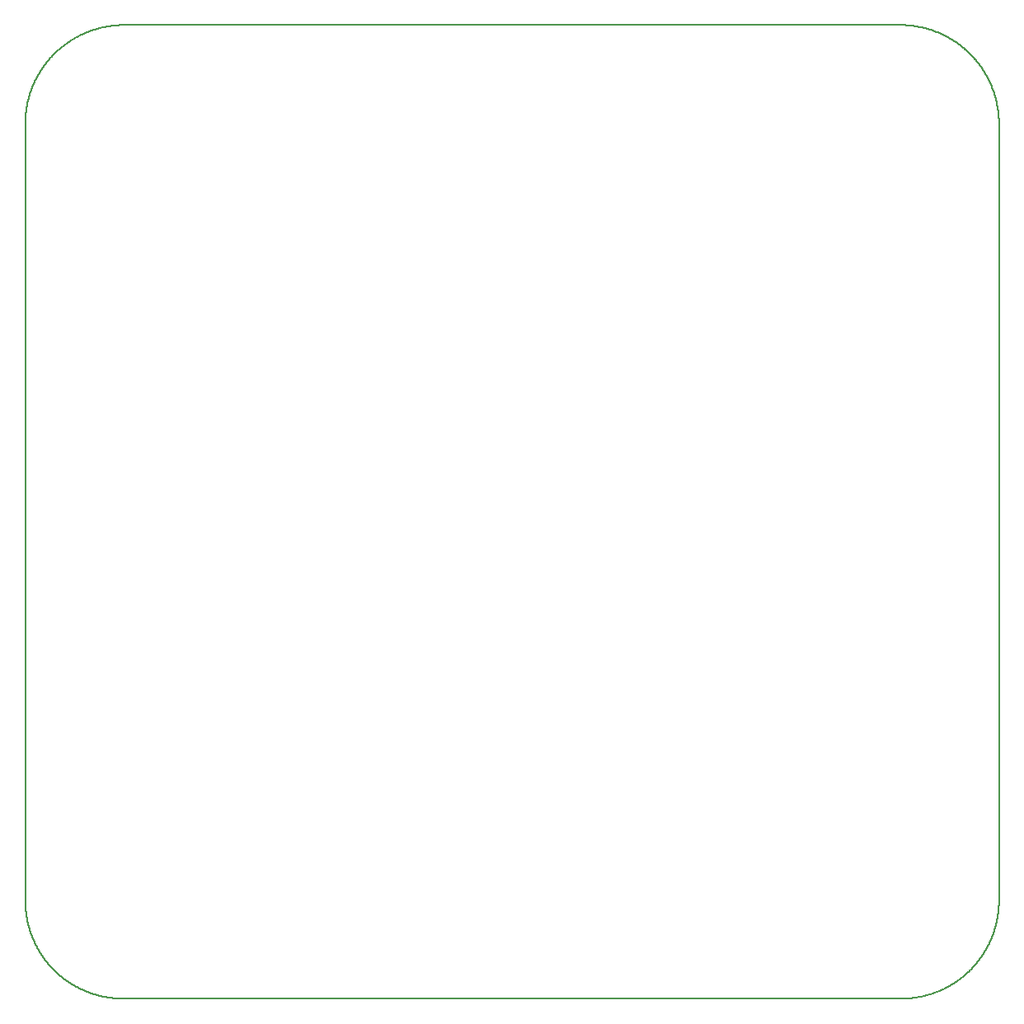
<source format=gm1>
G04 MADE WITH FRITZING*
G04 WWW.FRITZING.ORG*
G04 DOUBLE SIDED*
G04 HOLES PLATED*
G04 CONTOUR ON CENTER OF CONTOUR VECTOR*
%ASAXBY*%
%FSLAX23Y23*%
%MOIN*%
%OFA0B0*%
%SFA1.0B1.0*%
%ADD10C,0.008*%
%LNCONTOUR*%
G90*
G70*
G54D10*
X377Y3937D02*
X378Y3937D01*
X379Y3937D01*
X380Y3937D01*
X381Y3937D01*
X382Y3937D01*
X383Y3937D01*
X384Y3937D01*
X385Y3937D01*
X386Y3937D01*
X387Y3937D01*
X388Y3937D01*
X389Y3937D01*
X390Y3937D01*
X391Y3937D01*
X392Y3937D01*
X393Y3937D01*
X394Y3937D01*
X395Y3937D01*
X396Y3937D01*
X397Y3937D01*
X398Y3937D01*
X399Y3937D01*
X400Y3937D01*
X401Y3937D01*
X402Y3937D01*
X403Y3937D01*
X404Y3937D01*
X405Y3937D01*
X406Y3937D01*
X407Y3937D01*
X408Y3937D01*
X409Y3937D01*
X410Y3937D01*
X411Y3937D01*
X412Y3937D01*
X413Y3937D01*
X414Y3937D01*
X415Y3937D01*
X416Y3937D01*
X417Y3937D01*
X418Y3937D01*
X419Y3937D01*
X420Y3937D01*
X421Y3937D01*
X422Y3937D01*
X423Y3937D01*
X424Y3937D01*
X425Y3937D01*
X426Y3937D01*
X427Y3937D01*
X428Y3937D01*
X429Y3937D01*
X430Y3937D01*
X431Y3937D01*
X432Y3937D01*
X433Y3937D01*
X434Y3937D01*
X435Y3937D01*
X436Y3937D01*
X437Y3937D01*
X438Y3937D01*
X439Y3937D01*
X440Y3937D01*
X441Y3937D01*
X442Y3937D01*
X443Y3937D01*
X444Y3937D01*
X445Y3937D01*
X446Y3937D01*
X447Y3937D01*
X448Y3937D01*
X449Y3937D01*
X450Y3937D01*
X451Y3937D01*
X452Y3937D01*
X453Y3937D01*
X454Y3937D01*
X455Y3937D01*
X456Y3937D01*
X457Y3937D01*
X458Y3937D01*
X459Y3937D01*
X460Y3937D01*
X461Y3937D01*
X462Y3937D01*
X463Y3937D01*
X464Y3937D01*
X465Y3937D01*
X466Y3937D01*
X467Y3937D01*
X468Y3937D01*
X469Y3937D01*
X470Y3937D01*
X471Y3937D01*
X472Y3937D01*
X473Y3937D01*
X474Y3937D01*
X475Y3937D01*
X476Y3937D01*
X477Y3937D01*
X478Y3937D01*
X479Y3937D01*
X480Y3937D01*
X481Y3937D01*
X482Y3937D01*
X483Y3937D01*
X484Y3937D01*
X485Y3937D01*
X486Y3937D01*
X487Y3937D01*
X488Y3937D01*
X489Y3937D01*
X490Y3937D01*
X491Y3937D01*
X492Y3937D01*
X493Y3937D01*
X494Y3937D01*
X495Y3937D01*
X496Y3937D01*
X497Y3937D01*
X498Y3937D01*
X499Y3937D01*
X500Y3937D01*
X501Y3937D01*
X502Y3937D01*
X503Y3937D01*
X504Y3937D01*
X505Y3937D01*
X506Y3937D01*
X507Y3937D01*
X508Y3937D01*
X509Y3937D01*
X510Y3937D01*
X511Y3937D01*
X512Y3937D01*
X513Y3937D01*
X514Y3937D01*
X515Y3937D01*
X516Y3937D01*
X517Y3937D01*
X518Y3937D01*
X519Y3937D01*
X520Y3937D01*
X521Y3937D01*
X522Y3937D01*
X523Y3937D01*
X524Y3937D01*
X525Y3937D01*
X526Y3937D01*
X527Y3937D01*
X528Y3937D01*
X529Y3937D01*
X530Y3937D01*
X531Y3937D01*
X532Y3937D01*
X533Y3937D01*
X534Y3937D01*
X535Y3937D01*
X536Y3937D01*
X537Y3937D01*
X538Y3937D01*
X539Y3937D01*
X540Y3937D01*
X541Y3937D01*
X542Y3937D01*
X543Y3937D01*
X544Y3937D01*
X545Y3937D01*
X546Y3937D01*
X547Y3937D01*
X548Y3937D01*
X549Y3937D01*
X550Y3937D01*
X551Y3937D01*
X552Y3937D01*
X553Y3937D01*
X554Y3937D01*
X555Y3937D01*
X556Y3937D01*
X557Y3937D01*
X558Y3937D01*
X559Y3937D01*
X560Y3937D01*
X561Y3937D01*
X562Y3937D01*
X563Y3937D01*
X564Y3937D01*
X565Y3937D01*
X566Y3937D01*
X567Y3937D01*
X568Y3937D01*
X569Y3937D01*
X570Y3937D01*
X571Y3937D01*
X572Y3937D01*
X573Y3937D01*
X574Y3937D01*
X575Y3937D01*
X576Y3937D01*
X577Y3937D01*
X578Y3937D01*
X579Y3937D01*
X580Y3937D01*
X581Y3937D01*
X582Y3937D01*
X583Y3937D01*
X584Y3937D01*
X585Y3937D01*
X586Y3937D01*
X587Y3937D01*
X588Y3937D01*
X589Y3937D01*
X590Y3937D01*
X591Y3937D01*
X592Y3937D01*
X593Y3937D01*
X594Y3937D01*
X595Y3937D01*
X596Y3937D01*
X597Y3937D01*
X598Y3937D01*
X599Y3937D01*
X600Y3937D01*
X601Y3937D01*
X602Y3937D01*
X603Y3937D01*
X604Y3937D01*
X605Y3937D01*
X606Y3937D01*
X607Y3937D01*
X608Y3937D01*
X609Y3937D01*
X610Y3937D01*
X611Y3937D01*
X612Y3937D01*
X613Y3937D01*
X614Y3937D01*
X615Y3937D01*
X616Y3937D01*
X617Y3937D01*
X618Y3937D01*
X619Y3937D01*
X620Y3937D01*
X621Y3937D01*
X622Y3937D01*
X623Y3937D01*
X624Y3937D01*
X625Y3937D01*
X626Y3937D01*
X627Y3937D01*
X628Y3937D01*
X629Y3937D01*
X630Y3937D01*
X631Y3937D01*
X632Y3937D01*
X633Y3937D01*
X634Y3937D01*
X635Y3937D01*
X636Y3937D01*
X637Y3937D01*
X638Y3937D01*
X639Y3937D01*
X640Y3937D01*
X641Y3937D01*
X642Y3937D01*
X643Y3937D01*
X644Y3937D01*
X645Y3937D01*
X646Y3937D01*
X647Y3937D01*
X648Y3937D01*
X649Y3937D01*
X650Y3937D01*
X651Y3937D01*
X652Y3937D01*
X653Y3937D01*
X654Y3937D01*
X655Y3937D01*
X656Y3937D01*
X657Y3937D01*
X658Y3937D01*
X659Y3937D01*
X660Y3937D01*
X661Y3937D01*
X662Y3937D01*
X663Y3937D01*
X664Y3937D01*
X665Y3937D01*
X666Y3937D01*
X667Y3937D01*
X668Y3937D01*
X669Y3937D01*
X670Y3937D01*
X671Y3937D01*
X672Y3937D01*
X673Y3937D01*
X674Y3937D01*
X675Y3937D01*
X676Y3937D01*
X677Y3937D01*
X678Y3937D01*
X679Y3937D01*
X680Y3937D01*
X681Y3937D01*
X682Y3937D01*
X683Y3937D01*
X684Y3937D01*
X685Y3937D01*
X686Y3937D01*
X687Y3937D01*
X688Y3937D01*
X689Y3937D01*
X690Y3937D01*
X691Y3937D01*
X692Y3937D01*
X693Y3937D01*
X694Y3937D01*
X695Y3937D01*
X696Y3937D01*
X697Y3937D01*
X698Y3937D01*
X699Y3937D01*
X700Y3937D01*
X701Y3937D01*
X702Y3937D01*
X703Y3937D01*
X704Y3937D01*
X705Y3937D01*
X706Y3937D01*
X707Y3937D01*
X708Y3937D01*
X709Y3937D01*
X710Y3937D01*
X711Y3937D01*
X712Y3937D01*
X713Y3937D01*
X714Y3937D01*
X715Y3937D01*
X716Y3937D01*
X717Y3937D01*
X718Y3937D01*
X719Y3937D01*
X720Y3937D01*
X721Y3937D01*
X722Y3937D01*
X723Y3937D01*
X724Y3937D01*
X725Y3937D01*
X726Y3937D01*
X727Y3937D01*
X728Y3937D01*
X729Y3937D01*
X730Y3937D01*
X731Y3937D01*
X732Y3937D01*
X733Y3937D01*
X734Y3937D01*
X735Y3937D01*
X736Y3937D01*
X737Y3937D01*
X738Y3937D01*
X739Y3937D01*
X740Y3937D01*
X741Y3937D01*
X742Y3937D01*
X743Y3937D01*
X744Y3937D01*
X745Y3937D01*
X746Y3937D01*
X747Y3937D01*
X748Y3937D01*
X749Y3937D01*
X750Y3937D01*
X751Y3937D01*
X752Y3937D01*
X753Y3937D01*
X754Y3937D01*
X755Y3937D01*
X756Y3937D01*
X757Y3937D01*
X758Y3937D01*
X759Y3937D01*
X760Y3937D01*
X761Y3937D01*
X762Y3937D01*
X763Y3937D01*
X764Y3937D01*
X765Y3937D01*
X766Y3937D01*
X767Y3937D01*
X768Y3937D01*
X769Y3937D01*
X770Y3937D01*
X771Y3937D01*
X772Y3937D01*
X773Y3937D01*
X774Y3937D01*
X775Y3937D01*
X776Y3937D01*
X777Y3937D01*
X778Y3937D01*
X779Y3937D01*
X780Y3937D01*
X781Y3937D01*
X782Y3937D01*
X783Y3937D01*
X784Y3937D01*
X785Y3937D01*
X786Y3937D01*
X787Y3937D01*
X788Y3937D01*
X789Y3937D01*
X790Y3937D01*
X791Y3937D01*
X792Y3937D01*
X793Y3937D01*
X794Y3937D01*
X795Y3937D01*
X796Y3937D01*
X797Y3937D01*
X798Y3937D01*
X799Y3937D01*
X800Y3937D01*
X801Y3937D01*
X802Y3937D01*
X803Y3937D01*
X804Y3937D01*
X805Y3937D01*
X806Y3937D01*
X807Y3937D01*
X808Y3937D01*
X809Y3937D01*
X810Y3937D01*
X811Y3937D01*
X812Y3937D01*
X813Y3937D01*
X814Y3937D01*
X815Y3937D01*
X816Y3937D01*
X817Y3937D01*
X818Y3937D01*
X819Y3937D01*
X820Y3937D01*
X821Y3937D01*
X822Y3937D01*
X823Y3937D01*
X824Y3937D01*
X825Y3937D01*
X826Y3937D01*
X827Y3937D01*
X828Y3937D01*
X829Y3937D01*
X830Y3937D01*
X831Y3937D01*
X832Y3937D01*
X833Y3937D01*
X834Y3937D01*
X835Y3937D01*
X836Y3937D01*
X837Y3937D01*
X838Y3937D01*
X839Y3937D01*
X840Y3937D01*
X841Y3937D01*
X842Y3937D01*
X843Y3937D01*
X844Y3937D01*
X845Y3937D01*
X846Y3937D01*
X847Y3937D01*
X848Y3937D01*
X849Y3937D01*
X850Y3937D01*
X851Y3937D01*
X852Y3937D01*
X853Y3937D01*
X854Y3937D01*
X855Y3937D01*
X856Y3937D01*
X857Y3937D01*
X858Y3937D01*
X859Y3937D01*
X860Y3937D01*
X861Y3937D01*
X862Y3937D01*
X863Y3937D01*
X864Y3937D01*
X865Y3937D01*
X866Y3937D01*
X867Y3937D01*
X868Y3937D01*
X869Y3937D01*
X870Y3937D01*
X871Y3937D01*
X872Y3937D01*
X873Y3937D01*
X874Y3937D01*
X875Y3937D01*
X876Y3937D01*
X877Y3937D01*
X878Y3937D01*
X879Y3937D01*
X880Y3937D01*
X881Y3937D01*
X882Y3937D01*
X883Y3937D01*
X884Y3937D01*
X885Y3937D01*
X886Y3937D01*
X887Y3937D01*
X888Y3937D01*
X889Y3937D01*
X890Y3937D01*
X891Y3937D01*
X892Y3937D01*
X893Y3937D01*
X894Y3937D01*
X895Y3937D01*
X896Y3937D01*
X897Y3937D01*
X898Y3937D01*
X899Y3937D01*
X900Y3937D01*
X901Y3937D01*
X902Y3937D01*
X903Y3937D01*
X904Y3937D01*
X905Y3937D01*
X906Y3937D01*
X907Y3937D01*
X908Y3937D01*
X909Y3937D01*
X910Y3937D01*
X911Y3937D01*
X912Y3937D01*
X913Y3937D01*
X914Y3937D01*
X915Y3937D01*
X916Y3937D01*
X917Y3937D01*
X918Y3937D01*
X919Y3937D01*
X920Y3937D01*
X921Y3937D01*
X922Y3937D01*
X923Y3937D01*
X924Y3937D01*
X925Y3937D01*
X926Y3937D01*
X927Y3937D01*
X928Y3937D01*
X929Y3937D01*
X930Y3937D01*
X931Y3937D01*
X932Y3937D01*
X933Y3937D01*
X934Y3937D01*
X935Y3937D01*
X936Y3937D01*
X937Y3937D01*
X938Y3937D01*
X939Y3937D01*
X940Y3937D01*
X941Y3937D01*
X942Y3937D01*
X943Y3937D01*
X944Y3937D01*
X945Y3937D01*
X946Y3937D01*
X947Y3937D01*
X948Y3937D01*
X949Y3937D01*
X950Y3937D01*
X951Y3937D01*
X952Y3937D01*
X953Y3937D01*
X954Y3937D01*
X955Y3937D01*
X956Y3937D01*
X957Y3937D01*
X958Y3937D01*
X959Y3937D01*
X960Y3937D01*
X961Y3937D01*
X962Y3937D01*
X963Y3937D01*
X964Y3937D01*
X965Y3937D01*
X966Y3937D01*
X967Y3937D01*
X968Y3937D01*
X969Y3937D01*
X970Y3937D01*
X971Y3937D01*
X972Y3937D01*
X973Y3937D01*
X974Y3937D01*
X975Y3937D01*
X976Y3937D01*
X977Y3937D01*
X978Y3937D01*
X979Y3937D01*
X980Y3937D01*
X981Y3937D01*
X982Y3937D01*
X983Y3937D01*
X984Y3937D01*
X985Y3937D01*
X986Y3937D01*
X987Y3937D01*
X988Y3937D01*
X989Y3937D01*
X990Y3937D01*
X991Y3937D01*
X992Y3937D01*
X993Y3937D01*
X994Y3937D01*
X995Y3937D01*
X996Y3937D01*
X997Y3937D01*
X998Y3937D01*
X999Y3937D01*
X1000Y3937D01*
X1001Y3937D01*
X1002Y3937D01*
X1003Y3937D01*
X1004Y3937D01*
X1005Y3937D01*
X1006Y3937D01*
X1007Y3937D01*
X1008Y3937D01*
X1009Y3937D01*
X1010Y3937D01*
X1011Y3937D01*
X1012Y3937D01*
X1013Y3937D01*
X1014Y3937D01*
X1015Y3937D01*
X1016Y3937D01*
X1017Y3937D01*
X1018Y3937D01*
X1019Y3937D01*
X1020Y3937D01*
X1021Y3937D01*
X1022Y3937D01*
X1023Y3937D01*
X1024Y3937D01*
X1025Y3937D01*
X1026Y3937D01*
X1027Y3937D01*
X1028Y3937D01*
X1029Y3937D01*
X1030Y3937D01*
X1031Y3937D01*
X1032Y3937D01*
X1033Y3937D01*
X1034Y3937D01*
X1035Y3937D01*
X1036Y3937D01*
X1037Y3937D01*
X1038Y3937D01*
X1039Y3937D01*
X1040Y3937D01*
X1041Y3937D01*
X1042Y3937D01*
X1043Y3937D01*
X1044Y3937D01*
X1045Y3937D01*
X1046Y3937D01*
X1047Y3937D01*
X1048Y3937D01*
X1049Y3937D01*
X1050Y3937D01*
X1051Y3937D01*
X1052Y3937D01*
X1053Y3937D01*
X1054Y3937D01*
X1055Y3937D01*
X1056Y3937D01*
X1057Y3937D01*
X1058Y3937D01*
X1059Y3937D01*
X1060Y3937D01*
X1061Y3937D01*
X1062Y3937D01*
X1063Y3937D01*
X1064Y3937D01*
X1065Y3937D01*
X1066Y3937D01*
X1067Y3937D01*
X1068Y3937D01*
X1069Y3937D01*
X1070Y3937D01*
X1071Y3937D01*
X1072Y3937D01*
X1073Y3937D01*
X1074Y3937D01*
X1075Y3937D01*
X1076Y3937D01*
X1077Y3937D01*
X1078Y3937D01*
X1079Y3937D01*
X1080Y3937D01*
X1081Y3937D01*
X1082Y3937D01*
X1083Y3937D01*
X1084Y3937D01*
X1085Y3937D01*
X1086Y3937D01*
X1087Y3937D01*
X1088Y3937D01*
X1089Y3937D01*
X1090Y3937D01*
X1091Y3937D01*
X1092Y3937D01*
X1093Y3937D01*
X1094Y3937D01*
X1095Y3937D01*
X1096Y3937D01*
X1097Y3937D01*
X1098Y3937D01*
X1099Y3937D01*
X1100Y3937D01*
X1101Y3937D01*
X1102Y3937D01*
X1103Y3937D01*
X1104Y3937D01*
X1105Y3937D01*
X1106Y3937D01*
X1107Y3937D01*
X1108Y3937D01*
X1109Y3937D01*
X1110Y3937D01*
X1111Y3937D01*
X1112Y3937D01*
X1113Y3937D01*
X1114Y3937D01*
X1115Y3937D01*
X1116Y3937D01*
X1117Y3937D01*
X1118Y3937D01*
X1119Y3937D01*
X1120Y3937D01*
X1121Y3937D01*
X1122Y3937D01*
X1123Y3937D01*
X1124Y3937D01*
X1125Y3937D01*
X1126Y3937D01*
X1127Y3937D01*
X1128Y3937D01*
X1129Y3937D01*
X1130Y3937D01*
X1131Y3937D01*
X1132Y3937D01*
X1133Y3937D01*
X1134Y3937D01*
X1135Y3937D01*
X1136Y3937D01*
X1137Y3937D01*
X1138Y3937D01*
X1139Y3937D01*
X1140Y3937D01*
X1141Y3937D01*
X1142Y3937D01*
X1143Y3937D01*
X1144Y3937D01*
X1145Y3937D01*
X1146Y3937D01*
X1147Y3937D01*
X1148Y3937D01*
X1149Y3937D01*
X1150Y3937D01*
X1151Y3937D01*
X1152Y3937D01*
X1153Y3937D01*
X1154Y3937D01*
X1155Y3937D01*
X1156Y3937D01*
X1157Y3937D01*
X1158Y3937D01*
X1159Y3937D01*
X1160Y3937D01*
X1161Y3937D01*
X1162Y3937D01*
X1163Y3937D01*
X1164Y3937D01*
X1165Y3937D01*
X1166Y3937D01*
X1167Y3937D01*
X1168Y3937D01*
X1169Y3937D01*
X1170Y3937D01*
X1171Y3937D01*
X1172Y3937D01*
X1173Y3937D01*
X1174Y3937D01*
X1175Y3937D01*
X1176Y3937D01*
X1177Y3937D01*
X1178Y3937D01*
X1179Y3937D01*
X1180Y3937D01*
X1181Y3937D01*
X1182Y3937D01*
X1183Y3937D01*
X1184Y3937D01*
X1185Y3937D01*
X1186Y3937D01*
X1187Y3937D01*
X1188Y3937D01*
X1189Y3937D01*
X1190Y3937D01*
X1191Y3937D01*
X1192Y3937D01*
X1193Y3937D01*
X1194Y3937D01*
X1195Y3937D01*
X1196Y3937D01*
X1197Y3937D01*
X1198Y3937D01*
X1199Y3937D01*
X1200Y3937D01*
X1201Y3937D01*
X1202Y3937D01*
X1203Y3937D01*
X1204Y3937D01*
X1205Y3937D01*
X1206Y3937D01*
X1207Y3937D01*
X1208Y3937D01*
X1209Y3937D01*
X1210Y3937D01*
X1211Y3937D01*
X1212Y3937D01*
X1213Y3937D01*
X1214Y3937D01*
X1215Y3937D01*
X1216Y3937D01*
X1217Y3937D01*
X1218Y3937D01*
X1219Y3937D01*
X1220Y3937D01*
X1221Y3937D01*
X1222Y3937D01*
X1223Y3937D01*
X1224Y3937D01*
X1225Y3937D01*
X1226Y3937D01*
X1227Y3937D01*
X1228Y3937D01*
X1229Y3937D01*
X1230Y3937D01*
X1231Y3937D01*
X1232Y3937D01*
X1233Y3937D01*
X1234Y3937D01*
X1235Y3937D01*
X1236Y3937D01*
X1237Y3937D01*
X1238Y3937D01*
X1239Y3937D01*
X1240Y3937D01*
X1241Y3937D01*
X1242Y3937D01*
X1243Y3937D01*
X1244Y3937D01*
X1245Y3937D01*
X1246Y3937D01*
X1247Y3937D01*
X1248Y3937D01*
X1249Y3937D01*
X1250Y3937D01*
X1251Y3937D01*
X1252Y3937D01*
X1253Y3937D01*
X1254Y3937D01*
X1255Y3937D01*
X1256Y3937D01*
X1257Y3937D01*
X1258Y3937D01*
X1259Y3937D01*
X1260Y3937D01*
X1261Y3937D01*
X1262Y3937D01*
X1263Y3937D01*
X1264Y3937D01*
X1265Y3937D01*
X1266Y3937D01*
X1267Y3937D01*
X1268Y3937D01*
X1269Y3937D01*
X1270Y3937D01*
X1271Y3937D01*
X1272Y3937D01*
X1273Y3937D01*
X1274Y3937D01*
X1275Y3937D01*
X1276Y3937D01*
X1277Y3937D01*
X1278Y3937D01*
X1279Y3937D01*
X1280Y3937D01*
X1281Y3937D01*
X1282Y3937D01*
X1283Y3937D01*
X1284Y3937D01*
X1285Y3937D01*
X1286Y3937D01*
X1287Y3937D01*
X1288Y3937D01*
X1289Y3937D01*
X1290Y3937D01*
X1291Y3937D01*
X1292Y3937D01*
X1293Y3937D01*
X1294Y3937D01*
X1295Y3937D01*
X1296Y3937D01*
X1297Y3937D01*
X1298Y3937D01*
X1299Y3937D01*
X1300Y3937D01*
X1301Y3937D01*
X1302Y3937D01*
X1303Y3937D01*
X1304Y3937D01*
X1305Y3937D01*
X1306Y3937D01*
X1307Y3937D01*
X1308Y3937D01*
X1309Y3937D01*
X1310Y3937D01*
X1311Y3937D01*
X1312Y3937D01*
X1313Y3937D01*
X1314Y3937D01*
X1315Y3937D01*
X1316Y3937D01*
X1317Y3937D01*
X1318Y3937D01*
X1319Y3937D01*
X1320Y3937D01*
X1321Y3937D01*
X1322Y3937D01*
X1323Y3937D01*
X1324Y3937D01*
X1325Y3937D01*
X1326Y3937D01*
X1327Y3937D01*
X1328Y3937D01*
X1329Y3937D01*
X1330Y3937D01*
X1331Y3937D01*
X1332Y3937D01*
X1333Y3937D01*
X1334Y3937D01*
X1335Y3937D01*
X1336Y3937D01*
X1337Y3937D01*
X1338Y3937D01*
X1339Y3937D01*
X1340Y3937D01*
X1341Y3937D01*
X1342Y3937D01*
X1343Y3937D01*
X1344Y3937D01*
X1345Y3937D01*
X1346Y3937D01*
X1347Y3937D01*
X1348Y3937D01*
X1349Y3937D01*
X1350Y3937D01*
X1351Y3937D01*
X1352Y3937D01*
X1353Y3937D01*
X1354Y3937D01*
X1355Y3937D01*
X1356Y3937D01*
X1357Y3937D01*
X1358Y3937D01*
X1359Y3937D01*
X1360Y3937D01*
X1361Y3937D01*
X1362Y3937D01*
X1363Y3937D01*
X1364Y3937D01*
X1365Y3937D01*
X1366Y3937D01*
X1367Y3937D01*
X1368Y3937D01*
X1369Y3937D01*
X1370Y3937D01*
X1371Y3937D01*
X1372Y3937D01*
X1373Y3937D01*
X1374Y3937D01*
X1375Y3937D01*
X1376Y3937D01*
X1377Y3937D01*
X1378Y3937D01*
X1379Y3937D01*
X1380Y3937D01*
X1381Y3937D01*
X1382Y3937D01*
X1383Y3937D01*
X1384Y3937D01*
X1385Y3937D01*
X1386Y3937D01*
X1387Y3937D01*
X1388Y3937D01*
X1389Y3937D01*
X1390Y3937D01*
X1391Y3937D01*
X1392Y3937D01*
X1393Y3937D01*
X1394Y3937D01*
X1395Y3937D01*
X1396Y3937D01*
X1397Y3937D01*
X1398Y3937D01*
X1399Y3937D01*
X1400Y3937D01*
X1401Y3937D01*
X1402Y3937D01*
X1403Y3937D01*
X1404Y3937D01*
X1405Y3937D01*
X1406Y3937D01*
X1407Y3937D01*
X1408Y3937D01*
X1409Y3937D01*
X1410Y3937D01*
X1411Y3937D01*
X1412Y3937D01*
X1413Y3937D01*
X1414Y3937D01*
X1415Y3937D01*
X1416Y3937D01*
X1417Y3937D01*
X1418Y3937D01*
X1419Y3937D01*
X1420Y3937D01*
X1421Y3937D01*
X1422Y3937D01*
X1423Y3937D01*
X1424Y3937D01*
X1425Y3937D01*
X1426Y3937D01*
X1427Y3937D01*
X1428Y3937D01*
X1429Y3937D01*
X1430Y3937D01*
X1431Y3937D01*
X1432Y3937D01*
X1433Y3937D01*
X1434Y3937D01*
X1435Y3937D01*
X1436Y3937D01*
X1437Y3937D01*
X1438Y3937D01*
X1439Y3937D01*
X1440Y3937D01*
X1441Y3937D01*
X1442Y3937D01*
X1443Y3937D01*
X1444Y3937D01*
X1445Y3937D01*
X1446Y3937D01*
X1447Y3937D01*
X1448Y3937D01*
X1449Y3937D01*
X1450Y3937D01*
X1451Y3937D01*
X1452Y3937D01*
X1453Y3937D01*
X1454Y3937D01*
X1455Y3937D01*
X1456Y3937D01*
X1457Y3937D01*
X1458Y3937D01*
X1459Y3937D01*
X1460Y3937D01*
X1461Y3937D01*
X1462Y3937D01*
X1463Y3937D01*
X1464Y3937D01*
X1465Y3937D01*
X1466Y3937D01*
X1467Y3937D01*
X1468Y3937D01*
X1469Y3937D01*
X1470Y3937D01*
X1471Y3937D01*
X1472Y3937D01*
X1473Y3937D01*
X1474Y3937D01*
X1475Y3937D01*
X1476Y3937D01*
X1477Y3937D01*
X1478Y3937D01*
X1479Y3937D01*
X1480Y3937D01*
X1481Y3937D01*
X1482Y3937D01*
X1483Y3937D01*
X1484Y3937D01*
X1485Y3937D01*
X1486Y3937D01*
X1487Y3937D01*
X1488Y3937D01*
X1489Y3937D01*
X1490Y3937D01*
X1491Y3937D01*
X1492Y3937D01*
X1493Y3937D01*
X1494Y3937D01*
X1495Y3937D01*
X1496Y3937D01*
X1497Y3937D01*
X1498Y3937D01*
X1499Y3937D01*
X1500Y3937D01*
X1501Y3937D01*
X1502Y3937D01*
X1503Y3937D01*
X1504Y3937D01*
X1505Y3937D01*
X1506Y3937D01*
X1507Y3937D01*
X1508Y3937D01*
X1509Y3937D01*
X1510Y3937D01*
X1511Y3937D01*
X1512Y3937D01*
X1513Y3937D01*
X1514Y3937D01*
X1515Y3937D01*
X1516Y3937D01*
X1517Y3937D01*
X1518Y3937D01*
X1519Y3937D01*
X1520Y3937D01*
X1521Y3937D01*
X1522Y3937D01*
X1523Y3937D01*
X1524Y3937D01*
X1525Y3937D01*
X1526Y3937D01*
X1527Y3937D01*
X1528Y3937D01*
X1529Y3937D01*
X1530Y3937D01*
X1531Y3937D01*
X1532Y3937D01*
X1533Y3937D01*
X1534Y3937D01*
X1535Y3937D01*
X1536Y3937D01*
X1537Y3937D01*
X1538Y3937D01*
X1539Y3937D01*
X1540Y3937D01*
X1541Y3937D01*
X1542Y3937D01*
X1543Y3937D01*
X1544Y3937D01*
X1545Y3937D01*
X1546Y3937D01*
X1547Y3937D01*
X1548Y3937D01*
X1549Y3937D01*
X1550Y3937D01*
X1551Y3937D01*
X1552Y3937D01*
X1553Y3937D01*
X1554Y3937D01*
X1555Y3937D01*
X1556Y3937D01*
X1557Y3937D01*
X1558Y3937D01*
X1559Y3937D01*
X1560Y3937D01*
X1561Y3937D01*
X1562Y3937D01*
X1563Y3937D01*
X1564Y3937D01*
X1565Y3937D01*
X1566Y3937D01*
X1567Y3937D01*
X1568Y3937D01*
X1569Y3937D01*
X1570Y3937D01*
X1571Y3937D01*
X1572Y3937D01*
X1573Y3937D01*
X1574Y3937D01*
X1575Y3937D01*
X1576Y3937D01*
X1577Y3937D01*
X1578Y3937D01*
X1579Y3937D01*
X1580Y3937D01*
X1581Y3937D01*
X1582Y3937D01*
X1583Y3937D01*
X1584Y3937D01*
X1585Y3937D01*
X1586Y3937D01*
X1587Y3937D01*
X1588Y3937D01*
X1589Y3937D01*
X1590Y3937D01*
X1591Y3937D01*
X1592Y3937D01*
X1593Y3937D01*
X1594Y3937D01*
X1595Y3937D01*
X1596Y3937D01*
X1597Y3937D01*
X1598Y3937D01*
X1599Y3937D01*
X1600Y3937D01*
X1601Y3937D01*
X1602Y3937D01*
X1603Y3937D01*
X1604Y3937D01*
X1605Y3937D01*
X1606Y3937D01*
X1607Y3937D01*
X1608Y3937D01*
X1609Y3937D01*
X1610Y3937D01*
X1611Y3937D01*
X1612Y3937D01*
X1613Y3937D01*
X1614Y3937D01*
X1615Y3937D01*
X1616Y3937D01*
X1617Y3937D01*
X1618Y3937D01*
X1619Y3937D01*
X1620Y3937D01*
X1621Y3937D01*
X1622Y3937D01*
X1623Y3937D01*
X1624Y3937D01*
X1625Y3937D01*
X1626Y3937D01*
X1627Y3937D01*
X1628Y3937D01*
X1629Y3937D01*
X1630Y3937D01*
X1631Y3937D01*
X1632Y3937D01*
X1633Y3937D01*
X1634Y3937D01*
X1635Y3937D01*
X1636Y3937D01*
X1637Y3937D01*
X1638Y3937D01*
X1639Y3937D01*
X1640Y3937D01*
X1641Y3937D01*
X1642Y3937D01*
X1643Y3937D01*
X1644Y3937D01*
X1645Y3937D01*
X1646Y3937D01*
X1647Y3937D01*
X1648Y3937D01*
X1649Y3937D01*
X1650Y3937D01*
X1651Y3937D01*
X1652Y3937D01*
X1653Y3937D01*
X1654Y3937D01*
X1655Y3937D01*
X1656Y3937D01*
X1657Y3937D01*
X1658Y3937D01*
X1659Y3937D01*
X1660Y3937D01*
X1661Y3937D01*
X1662Y3937D01*
X1663Y3937D01*
X1664Y3937D01*
X1665Y3937D01*
X1666Y3937D01*
X1667Y3937D01*
X1668Y3937D01*
X1669Y3937D01*
X1670Y3937D01*
X1671Y3937D01*
X1672Y3937D01*
X1673Y3937D01*
X1674Y3937D01*
X1675Y3937D01*
X1676Y3937D01*
X1677Y3937D01*
X1678Y3937D01*
X1679Y3937D01*
X1680Y3937D01*
X1681Y3937D01*
X1682Y3937D01*
X1683Y3937D01*
X1684Y3937D01*
X1685Y3937D01*
X1686Y3937D01*
X1687Y3937D01*
X1688Y3937D01*
X1689Y3937D01*
X1690Y3937D01*
X1691Y3937D01*
X1692Y3937D01*
X1693Y3937D01*
X1694Y3937D01*
X1695Y3937D01*
X1696Y3937D01*
X1697Y3937D01*
X1698Y3937D01*
X1699Y3937D01*
X1700Y3937D01*
X1701Y3937D01*
X1702Y3937D01*
X1703Y3937D01*
X1704Y3937D01*
X1705Y3937D01*
X1706Y3937D01*
X1707Y3937D01*
X1708Y3937D01*
X1709Y3937D01*
X1710Y3937D01*
X1711Y3937D01*
X1712Y3937D01*
X1713Y3937D01*
X1714Y3937D01*
X1715Y3937D01*
X1716Y3937D01*
X1717Y3937D01*
X1718Y3937D01*
X1719Y3937D01*
X1720Y3937D01*
X1721Y3937D01*
X1722Y3937D01*
X1723Y3937D01*
X1724Y3937D01*
X1725Y3937D01*
X1726Y3937D01*
X1727Y3937D01*
X1728Y3937D01*
X1729Y3937D01*
X1730Y3937D01*
X1731Y3937D01*
X1732Y3937D01*
X1733Y3937D01*
X1734Y3937D01*
X1735Y3937D01*
X1736Y3937D01*
X1737Y3937D01*
X1738Y3937D01*
X1739Y3937D01*
X1740Y3937D01*
X1741Y3937D01*
X1742Y3937D01*
X1743Y3937D01*
X1744Y3937D01*
X1745Y3937D01*
X1746Y3937D01*
X1747Y3937D01*
X1748Y3937D01*
X1749Y3937D01*
X1750Y3937D01*
X1751Y3937D01*
X1752Y3937D01*
X1753Y3937D01*
X1754Y3937D01*
X1755Y3937D01*
X1756Y3937D01*
X1757Y3937D01*
X1758Y3937D01*
X1759Y3937D01*
X1760Y3937D01*
X1761Y3937D01*
X1762Y3937D01*
X1763Y3937D01*
X1764Y3937D01*
X1765Y3937D01*
X1766Y3937D01*
X1767Y3937D01*
X1768Y3937D01*
X1769Y3937D01*
X1770Y3937D01*
X1771Y3937D01*
X1772Y3937D01*
X1773Y3937D01*
X1774Y3937D01*
X1775Y3937D01*
X1776Y3937D01*
X1777Y3937D01*
X1778Y3937D01*
X1779Y3937D01*
X1780Y3937D01*
X1781Y3937D01*
X1782Y3937D01*
X1783Y3937D01*
X1784Y3937D01*
X1785Y3937D01*
X1786Y3937D01*
X1787Y3937D01*
X1788Y3937D01*
X1789Y3937D01*
X1790Y3937D01*
X1791Y3937D01*
X1792Y3937D01*
X1793Y3937D01*
X1794Y3937D01*
X1795Y3937D01*
X1796Y3937D01*
X1797Y3937D01*
X1798Y3937D01*
X1799Y3937D01*
X1800Y3937D01*
X1801Y3937D01*
X1802Y3937D01*
X1803Y3937D01*
X1804Y3937D01*
X1805Y3937D01*
X1806Y3937D01*
X1807Y3937D01*
X1808Y3937D01*
X1809Y3937D01*
X1810Y3937D01*
X1811Y3937D01*
X1812Y3937D01*
X1813Y3937D01*
X1814Y3937D01*
X1815Y3937D01*
X1816Y3937D01*
X1817Y3937D01*
X1818Y3937D01*
X1819Y3937D01*
X1820Y3937D01*
X1821Y3937D01*
X1822Y3937D01*
X1823Y3937D01*
X1824Y3937D01*
X1825Y3937D01*
X1826Y3937D01*
X1827Y3937D01*
X1828Y3937D01*
X1829Y3937D01*
X1830Y3937D01*
X1831Y3937D01*
X1832Y3937D01*
X1833Y3937D01*
X1834Y3937D01*
X1835Y3937D01*
X1836Y3937D01*
X1837Y3937D01*
X1838Y3937D01*
X1839Y3937D01*
X1840Y3937D01*
X1841Y3937D01*
X1842Y3937D01*
X1843Y3937D01*
X1844Y3937D01*
X1845Y3937D01*
X1846Y3937D01*
X1847Y3937D01*
X1848Y3937D01*
X1849Y3937D01*
X1850Y3937D01*
X1851Y3937D01*
X1852Y3937D01*
X1853Y3937D01*
X1854Y3937D01*
X1855Y3937D01*
X1856Y3937D01*
X1857Y3937D01*
X1858Y3937D01*
X1859Y3937D01*
X1860Y3937D01*
X1861Y3937D01*
X1862Y3937D01*
X1863Y3937D01*
X1864Y3937D01*
X1865Y3937D01*
X1866Y3937D01*
X1867Y3937D01*
X1868Y3937D01*
X1869Y3937D01*
X1870Y3937D01*
X1871Y3937D01*
X1872Y3937D01*
X1873Y3937D01*
X1874Y3937D01*
X1875Y3937D01*
X1876Y3937D01*
X1877Y3937D01*
X1878Y3937D01*
X1879Y3937D01*
X1880Y3937D01*
X1881Y3937D01*
X1882Y3937D01*
X1883Y3937D01*
X1884Y3937D01*
X1885Y3937D01*
X1886Y3937D01*
X1887Y3937D01*
X1888Y3937D01*
X1889Y3937D01*
X1890Y3937D01*
X1891Y3937D01*
X1892Y3937D01*
X1893Y3937D01*
X1894Y3937D01*
X1895Y3937D01*
X1896Y3937D01*
X1897Y3937D01*
X1898Y3937D01*
X1899Y3937D01*
X1900Y3937D01*
X1901Y3937D01*
X1902Y3937D01*
X1903Y3937D01*
X1904Y3937D01*
X1905Y3937D01*
X1906Y3937D01*
X1907Y3937D01*
X1908Y3937D01*
X1909Y3937D01*
X1910Y3937D01*
X1911Y3937D01*
X1912Y3937D01*
X1913Y3937D01*
X1914Y3937D01*
X1915Y3937D01*
X1916Y3937D01*
X1917Y3937D01*
X1918Y3937D01*
X1919Y3937D01*
X1920Y3937D01*
X1921Y3937D01*
X1922Y3937D01*
X1923Y3937D01*
X1924Y3937D01*
X1925Y3937D01*
X1926Y3937D01*
X1927Y3937D01*
X1928Y3937D01*
X1929Y3937D01*
X1930Y3937D01*
X1931Y3937D01*
X1932Y3937D01*
X1933Y3937D01*
X1934Y3937D01*
X1935Y3937D01*
X1936Y3937D01*
X1937Y3937D01*
X1938Y3937D01*
X1939Y3937D01*
X1940Y3937D01*
X1941Y3937D01*
X1942Y3937D01*
X1943Y3937D01*
X1944Y3937D01*
X1945Y3937D01*
X1946Y3937D01*
X1947Y3937D01*
X1948Y3937D01*
X1949Y3937D01*
X1950Y3937D01*
X1951Y3937D01*
X1952Y3937D01*
X1953Y3937D01*
X1954Y3937D01*
X1955Y3937D01*
X1956Y3937D01*
X1957Y3937D01*
X1958Y3937D01*
X1959Y3937D01*
X1960Y3937D01*
X1961Y3937D01*
X1962Y3937D01*
X1963Y3937D01*
X1964Y3937D01*
X1965Y3937D01*
X1966Y3937D01*
X1967Y3937D01*
X1968Y3937D01*
X1969Y3937D01*
X1970Y3937D01*
X1971Y3937D01*
X1972Y3937D01*
X1973Y3937D01*
X1974Y3937D01*
X1975Y3937D01*
X1976Y3937D01*
X1977Y3937D01*
X1978Y3937D01*
X1979Y3937D01*
X1980Y3937D01*
X1981Y3937D01*
X1982Y3937D01*
X1983Y3937D01*
X1984Y3937D01*
X1985Y3937D01*
X1986Y3937D01*
X1987Y3937D01*
X1988Y3937D01*
X1989Y3937D01*
X1990Y3937D01*
X1991Y3937D01*
X1992Y3937D01*
X1993Y3937D01*
X1994Y3937D01*
X1995Y3937D01*
X1996Y3937D01*
X1997Y3937D01*
X1998Y3937D01*
X1999Y3937D01*
X2000Y3937D01*
X2001Y3937D01*
X2002Y3937D01*
X2003Y3937D01*
X2004Y3937D01*
X2005Y3937D01*
X2006Y3937D01*
X2007Y3937D01*
X2008Y3937D01*
X2009Y3937D01*
X2010Y3937D01*
X2011Y3937D01*
X2012Y3937D01*
X2013Y3937D01*
X2014Y3937D01*
X2015Y3937D01*
X2016Y3937D01*
X2017Y3937D01*
X2018Y3937D01*
X2019Y3937D01*
X2020Y3937D01*
X2021Y3937D01*
X2022Y3937D01*
X2023Y3937D01*
X2024Y3937D01*
X2025Y3937D01*
X2026Y3937D01*
X2027Y3937D01*
X2028Y3937D01*
X2029Y3937D01*
X2030Y3937D01*
X2031Y3937D01*
X2032Y3937D01*
X2033Y3937D01*
X2034Y3937D01*
X2035Y3937D01*
X2036Y3937D01*
X2037Y3937D01*
X2038Y3937D01*
X2039Y3937D01*
X2040Y3937D01*
X2041Y3937D01*
X2042Y3937D01*
X2043Y3937D01*
X2044Y3937D01*
X2045Y3937D01*
X2046Y3937D01*
X2047Y3937D01*
X2048Y3937D01*
X2049Y3937D01*
X2050Y3937D01*
X2051Y3937D01*
X2052Y3937D01*
X2053Y3937D01*
X2054Y3937D01*
X2055Y3937D01*
X2056Y3937D01*
X2057Y3937D01*
X2058Y3937D01*
X2059Y3937D01*
X2060Y3937D01*
X2061Y3937D01*
X2062Y3937D01*
X2063Y3937D01*
X2064Y3937D01*
X2065Y3937D01*
X2066Y3937D01*
X2067Y3937D01*
X2068Y3937D01*
X2069Y3937D01*
X2070Y3937D01*
X2071Y3937D01*
X2072Y3937D01*
X2073Y3937D01*
X2074Y3937D01*
X2075Y3937D01*
X2076Y3937D01*
X2077Y3937D01*
X2078Y3937D01*
X2079Y3937D01*
X2080Y3937D01*
X2081Y3937D01*
X2082Y3937D01*
X2083Y3937D01*
X2084Y3937D01*
X2085Y3937D01*
X2086Y3937D01*
X2087Y3937D01*
X2088Y3937D01*
X2089Y3937D01*
X2090Y3937D01*
X2091Y3937D01*
X2092Y3937D01*
X2093Y3937D01*
X2094Y3937D01*
X2095Y3937D01*
X2096Y3937D01*
X2097Y3937D01*
X2098Y3937D01*
X2099Y3937D01*
X2100Y3937D01*
X2101Y3937D01*
X2102Y3937D01*
X2103Y3937D01*
X2104Y3937D01*
X2105Y3937D01*
X2106Y3937D01*
X2107Y3937D01*
X2108Y3937D01*
X2109Y3937D01*
X2110Y3937D01*
X2111Y3937D01*
X2112Y3937D01*
X2113Y3937D01*
X2114Y3937D01*
X2115Y3937D01*
X2116Y3937D01*
X2117Y3937D01*
X2118Y3937D01*
X2119Y3937D01*
X2120Y3937D01*
X2121Y3937D01*
X2122Y3937D01*
X2123Y3937D01*
X2124Y3937D01*
X2125Y3937D01*
X2126Y3937D01*
X2127Y3937D01*
X2128Y3937D01*
X2129Y3937D01*
X2130Y3937D01*
X2131Y3937D01*
X2132Y3937D01*
X2133Y3937D01*
X2134Y3937D01*
X2135Y3937D01*
X2136Y3937D01*
X2137Y3937D01*
X2138Y3937D01*
X2139Y3937D01*
X2140Y3937D01*
X2141Y3937D01*
X2142Y3937D01*
X2143Y3937D01*
X2144Y3937D01*
X2145Y3937D01*
X2146Y3937D01*
X2147Y3937D01*
X2148Y3937D01*
X2149Y3937D01*
X2150Y3937D01*
X2151Y3937D01*
X2152Y3937D01*
X2153Y3937D01*
X2154Y3937D01*
X2155Y3937D01*
X2156Y3937D01*
X2157Y3937D01*
X2158Y3937D01*
X2159Y3937D01*
X2160Y3937D01*
X2161Y3937D01*
X2162Y3937D01*
X2163Y3937D01*
X2164Y3937D01*
X2165Y3937D01*
X2166Y3937D01*
X2167Y3937D01*
X2168Y3937D01*
X2169Y3937D01*
X2170Y3937D01*
X2171Y3937D01*
X2172Y3937D01*
X2173Y3937D01*
X2174Y3937D01*
X2175Y3937D01*
X2176Y3937D01*
X2177Y3937D01*
X2178Y3937D01*
X2179Y3937D01*
X2180Y3937D01*
X2181Y3937D01*
X2182Y3937D01*
X2183Y3937D01*
X2184Y3937D01*
X2185Y3937D01*
X2186Y3937D01*
X2187Y3937D01*
X2188Y3937D01*
X2189Y3937D01*
X2190Y3937D01*
X2191Y3937D01*
X2192Y3937D01*
X2193Y3937D01*
X2194Y3937D01*
X2195Y3937D01*
X2196Y3937D01*
X2197Y3937D01*
X2198Y3937D01*
X2199Y3937D01*
X2200Y3937D01*
X2201Y3937D01*
X2202Y3937D01*
X2203Y3937D01*
X2204Y3937D01*
X2205Y3937D01*
X2206Y3937D01*
X2207Y3937D01*
X2208Y3937D01*
X2209Y3937D01*
X2210Y3937D01*
X2211Y3937D01*
X2212Y3937D01*
X2213Y3937D01*
X2214Y3937D01*
X2215Y3937D01*
X2216Y3937D01*
X2217Y3937D01*
X2218Y3937D01*
X2219Y3937D01*
X2220Y3937D01*
X2221Y3937D01*
X2222Y3937D01*
X2223Y3937D01*
X2224Y3937D01*
X2225Y3937D01*
X2226Y3937D01*
X2227Y3937D01*
X2228Y3937D01*
X2229Y3937D01*
X2230Y3937D01*
X2231Y3937D01*
X2232Y3937D01*
X2233Y3937D01*
X2234Y3937D01*
X2235Y3937D01*
X2236Y3937D01*
X2237Y3937D01*
X2238Y3937D01*
X2239Y3937D01*
X2240Y3937D01*
X2241Y3937D01*
X2242Y3937D01*
X2243Y3937D01*
X2244Y3937D01*
X2245Y3937D01*
X2246Y3937D01*
X2247Y3937D01*
X2248Y3937D01*
X2249Y3937D01*
X2250Y3937D01*
X2251Y3937D01*
X2252Y3937D01*
X2253Y3937D01*
X2254Y3937D01*
X2255Y3937D01*
X2256Y3937D01*
X2257Y3937D01*
X2258Y3937D01*
X2259Y3937D01*
X2260Y3937D01*
X2261Y3937D01*
X2262Y3937D01*
X2263Y3937D01*
X2264Y3937D01*
X2265Y3937D01*
X2266Y3937D01*
X2267Y3937D01*
X2268Y3937D01*
X2269Y3937D01*
X2270Y3937D01*
X2271Y3937D01*
X2272Y3937D01*
X2273Y3937D01*
X2274Y3937D01*
X2275Y3937D01*
X2276Y3937D01*
X2277Y3937D01*
X2278Y3937D01*
X2279Y3937D01*
X2280Y3937D01*
X2281Y3937D01*
X2282Y3937D01*
X2283Y3937D01*
X2284Y3937D01*
X2285Y3937D01*
X2286Y3937D01*
X2287Y3937D01*
X2288Y3937D01*
X2289Y3937D01*
X2290Y3937D01*
X2291Y3937D01*
X2292Y3937D01*
X2293Y3937D01*
X2294Y3937D01*
X2295Y3937D01*
X2296Y3937D01*
X2297Y3937D01*
X2298Y3937D01*
X2299Y3937D01*
X2300Y3937D01*
X2301Y3937D01*
X2302Y3937D01*
X2303Y3937D01*
X2304Y3937D01*
X2305Y3937D01*
X2306Y3937D01*
X2307Y3937D01*
X2308Y3937D01*
X2309Y3937D01*
X2310Y3937D01*
X2311Y3937D01*
X2312Y3937D01*
X2313Y3937D01*
X2314Y3937D01*
X2315Y3937D01*
X2316Y3937D01*
X2317Y3937D01*
X2318Y3937D01*
X2319Y3937D01*
X2320Y3937D01*
X2321Y3937D01*
X2322Y3937D01*
X2323Y3937D01*
X2324Y3937D01*
X2325Y3937D01*
X2326Y3937D01*
X2327Y3937D01*
X2328Y3937D01*
X2329Y3937D01*
X2330Y3937D01*
X2331Y3937D01*
X2332Y3937D01*
X2333Y3937D01*
X2334Y3937D01*
X2335Y3937D01*
X2336Y3937D01*
X2337Y3937D01*
X2338Y3937D01*
X2339Y3937D01*
X2340Y3937D01*
X2341Y3937D01*
X2342Y3937D01*
X2343Y3937D01*
X2344Y3937D01*
X2345Y3937D01*
X2346Y3937D01*
X2347Y3937D01*
X2348Y3937D01*
X2349Y3937D01*
X2350Y3937D01*
X2351Y3937D01*
X2352Y3937D01*
X2353Y3937D01*
X2354Y3937D01*
X2355Y3937D01*
X2356Y3937D01*
X2357Y3937D01*
X2358Y3937D01*
X2359Y3937D01*
X2360Y3937D01*
X2361Y3937D01*
X2362Y3937D01*
X2363Y3937D01*
X2364Y3937D01*
X2365Y3937D01*
X2366Y3937D01*
X2367Y3937D01*
X2368Y3937D01*
X2369Y3937D01*
X2370Y3937D01*
X2371Y3937D01*
X2372Y3937D01*
X2373Y3937D01*
X2374Y3937D01*
X2375Y3937D01*
X2376Y3937D01*
X2377Y3937D01*
X2378Y3937D01*
X2379Y3937D01*
X2380Y3937D01*
X2381Y3937D01*
X2382Y3937D01*
X2383Y3937D01*
X2384Y3937D01*
X2385Y3937D01*
X2386Y3937D01*
X2387Y3937D01*
X2388Y3937D01*
X2389Y3937D01*
X2390Y3937D01*
X2391Y3937D01*
X2392Y3937D01*
X2393Y3937D01*
X2394Y3937D01*
X2395Y3937D01*
X2396Y3937D01*
X2397Y3937D01*
X2398Y3937D01*
X2399Y3937D01*
X2400Y3937D01*
X2401Y3937D01*
X2402Y3937D01*
X2403Y3937D01*
X2404Y3937D01*
X2405Y3937D01*
X2406Y3937D01*
X2407Y3937D01*
X2408Y3937D01*
X2409Y3937D01*
X2410Y3937D01*
X2411Y3937D01*
X2412Y3937D01*
X2413Y3937D01*
X2414Y3937D01*
X2415Y3937D01*
X2416Y3937D01*
X2417Y3937D01*
X2418Y3937D01*
X2419Y3937D01*
X2420Y3937D01*
X2421Y3937D01*
X2422Y3937D01*
X2423Y3937D01*
X2424Y3937D01*
X2425Y3937D01*
X2426Y3937D01*
X2427Y3937D01*
X2428Y3937D01*
X2429Y3937D01*
X2430Y3937D01*
X2431Y3937D01*
X2432Y3937D01*
X2433Y3937D01*
X2434Y3937D01*
X2435Y3937D01*
X2436Y3937D01*
X2437Y3937D01*
X2438Y3937D01*
X2439Y3937D01*
X2440Y3937D01*
X2441Y3937D01*
X2442Y3937D01*
X2443Y3937D01*
X2444Y3937D01*
X2445Y3937D01*
X2446Y3937D01*
X2447Y3937D01*
X2448Y3937D01*
X2449Y3937D01*
X2450Y3937D01*
X2451Y3937D01*
X2452Y3937D01*
X2453Y3937D01*
X2454Y3937D01*
X2455Y3937D01*
X2456Y3937D01*
X2457Y3937D01*
X2458Y3937D01*
X2459Y3937D01*
X2460Y3937D01*
X2461Y3937D01*
X2462Y3937D01*
X2463Y3937D01*
X2464Y3937D01*
X2465Y3937D01*
X2466Y3937D01*
X2467Y3937D01*
X2468Y3937D01*
X2469Y3937D01*
X2470Y3937D01*
X2471Y3937D01*
X2472Y3937D01*
X2473Y3937D01*
X2474Y3937D01*
X2475Y3937D01*
X2476Y3937D01*
X2477Y3937D01*
X2478Y3937D01*
X2479Y3937D01*
X2480Y3937D01*
X2481Y3937D01*
X2482Y3937D01*
X2483Y3937D01*
X2484Y3937D01*
X2485Y3937D01*
X2486Y3937D01*
X2487Y3937D01*
X2488Y3937D01*
X2489Y3937D01*
X2490Y3937D01*
X2491Y3937D01*
X2492Y3937D01*
X2493Y3937D01*
X2494Y3937D01*
X2495Y3937D01*
X2496Y3937D01*
X2497Y3937D01*
X2498Y3937D01*
X2499Y3937D01*
X2500Y3937D01*
X2501Y3937D01*
X2502Y3937D01*
X2503Y3937D01*
X2504Y3937D01*
X2505Y3937D01*
X2506Y3937D01*
X2507Y3937D01*
X2508Y3937D01*
X2509Y3937D01*
X2510Y3937D01*
X2511Y3937D01*
X2512Y3937D01*
X2513Y3937D01*
X2514Y3937D01*
X2515Y3937D01*
X2516Y3937D01*
X2517Y3937D01*
X2518Y3937D01*
X2519Y3937D01*
X2520Y3937D01*
X2521Y3937D01*
X2522Y3937D01*
X2523Y3937D01*
X2524Y3937D01*
X2525Y3937D01*
X2526Y3937D01*
X2527Y3937D01*
X2528Y3937D01*
X2529Y3937D01*
X2530Y3937D01*
X2531Y3937D01*
X2532Y3937D01*
X2533Y3937D01*
X2534Y3937D01*
X2535Y3937D01*
X2536Y3937D01*
X2537Y3937D01*
X2538Y3937D01*
X2539Y3937D01*
X2540Y3937D01*
X2541Y3937D01*
X2542Y3937D01*
X2543Y3937D01*
X2544Y3937D01*
X2545Y3937D01*
X2546Y3937D01*
X2547Y3937D01*
X2548Y3937D01*
X2549Y3937D01*
X2550Y3937D01*
X2551Y3937D01*
X2552Y3937D01*
X2553Y3937D01*
X2554Y3937D01*
X2555Y3937D01*
X2556Y3937D01*
X2557Y3937D01*
X2558Y3937D01*
X2559Y3937D01*
X2560Y3937D01*
X2561Y3937D01*
X2562Y3937D01*
X2563Y3937D01*
X2564Y3937D01*
X2565Y3937D01*
X2566Y3937D01*
X2567Y3937D01*
X2568Y3937D01*
X2569Y3937D01*
X2570Y3937D01*
X2571Y3937D01*
X2572Y3937D01*
X2573Y3937D01*
X2574Y3937D01*
X2575Y3937D01*
X2576Y3937D01*
X2577Y3937D01*
X2578Y3937D01*
X2579Y3937D01*
X2580Y3937D01*
X2581Y3937D01*
X2582Y3937D01*
X2583Y3937D01*
X2584Y3937D01*
X2585Y3937D01*
X2586Y3937D01*
X2587Y3937D01*
X2588Y3937D01*
X2589Y3937D01*
X2590Y3937D01*
X2591Y3937D01*
X2592Y3937D01*
X2593Y3937D01*
X2594Y3937D01*
X2595Y3937D01*
X2596Y3937D01*
X2597Y3937D01*
X2598Y3937D01*
X2599Y3937D01*
X2600Y3937D01*
X2601Y3937D01*
X2602Y3937D01*
X2603Y3937D01*
X2604Y3937D01*
X2605Y3937D01*
X2606Y3937D01*
X2607Y3937D01*
X2608Y3937D01*
X2609Y3937D01*
X2610Y3937D01*
X2611Y3937D01*
X2612Y3937D01*
X2613Y3937D01*
X2614Y3937D01*
X2615Y3937D01*
X2616Y3937D01*
X2617Y3937D01*
X2618Y3937D01*
X2619Y3937D01*
X2620Y3937D01*
X2621Y3937D01*
X2622Y3937D01*
X2623Y3937D01*
X2624Y3937D01*
X2625Y3937D01*
X2626Y3937D01*
X2627Y3937D01*
X2628Y3937D01*
X2629Y3937D01*
X2630Y3937D01*
X2631Y3937D01*
X2632Y3937D01*
X2633Y3937D01*
X2634Y3937D01*
X2635Y3937D01*
X2636Y3937D01*
X2637Y3937D01*
X2638Y3937D01*
X2639Y3937D01*
X2640Y3937D01*
X2641Y3937D01*
X2642Y3937D01*
X2643Y3937D01*
X2644Y3937D01*
X2645Y3937D01*
X2646Y3937D01*
X2647Y3937D01*
X2648Y3937D01*
X2649Y3937D01*
X2650Y3937D01*
X2651Y3937D01*
X2652Y3937D01*
X2653Y3937D01*
X2654Y3937D01*
X2655Y3937D01*
X2656Y3937D01*
X2657Y3937D01*
X2658Y3937D01*
X2659Y3937D01*
X2660Y3937D01*
X2661Y3937D01*
X2662Y3937D01*
X2663Y3937D01*
X2664Y3937D01*
X2665Y3937D01*
X2666Y3937D01*
X2667Y3937D01*
X2668Y3937D01*
X2669Y3937D01*
X2670Y3937D01*
X2671Y3937D01*
X2672Y3937D01*
X2673Y3937D01*
X2674Y3937D01*
X2675Y3937D01*
X2676Y3937D01*
X2677Y3937D01*
X2678Y3937D01*
X2679Y3937D01*
X2680Y3937D01*
X2681Y3937D01*
X2682Y3937D01*
X2683Y3937D01*
X2684Y3937D01*
X2685Y3937D01*
X2686Y3937D01*
X2687Y3937D01*
X2688Y3937D01*
X2689Y3937D01*
X2690Y3937D01*
X2691Y3937D01*
X2692Y3937D01*
X2693Y3937D01*
X2694Y3937D01*
X2695Y3937D01*
X2696Y3937D01*
X2697Y3937D01*
X2698Y3937D01*
X2699Y3937D01*
X2700Y3937D01*
X2701Y3937D01*
X2702Y3937D01*
X2703Y3937D01*
X2704Y3937D01*
X2705Y3937D01*
X2706Y3937D01*
X2707Y3937D01*
X2708Y3937D01*
X2709Y3937D01*
X2710Y3937D01*
X2711Y3937D01*
X2712Y3937D01*
X2713Y3937D01*
X2714Y3937D01*
X2715Y3937D01*
X2716Y3937D01*
X2717Y3937D01*
X2718Y3937D01*
X2719Y3937D01*
X2720Y3937D01*
X2721Y3937D01*
X2722Y3937D01*
X2723Y3937D01*
X2724Y3937D01*
X2725Y3937D01*
X2726Y3937D01*
X2727Y3937D01*
X2728Y3937D01*
X2729Y3937D01*
X2730Y3937D01*
X2731Y3937D01*
X2732Y3937D01*
X2733Y3937D01*
X2734Y3937D01*
X2735Y3937D01*
X2736Y3937D01*
X2737Y3937D01*
X2738Y3937D01*
X2739Y3937D01*
X2740Y3937D01*
X2741Y3937D01*
X2742Y3937D01*
X2743Y3937D01*
X2744Y3937D01*
X2745Y3937D01*
X2746Y3937D01*
X2747Y3937D01*
X2748Y3937D01*
X2749Y3937D01*
X2750Y3937D01*
X2751Y3937D01*
X2752Y3937D01*
X2753Y3937D01*
X2754Y3937D01*
X2755Y3937D01*
X2756Y3937D01*
X2757Y3937D01*
X2758Y3937D01*
X2759Y3937D01*
X2760Y3937D01*
X2761Y3937D01*
X2762Y3937D01*
X2763Y3937D01*
X2764Y3937D01*
X2765Y3937D01*
X2766Y3937D01*
X2767Y3937D01*
X2768Y3937D01*
X2769Y3937D01*
X2770Y3937D01*
X2771Y3937D01*
X2772Y3937D01*
X2773Y3937D01*
X2774Y3937D01*
X2775Y3937D01*
X2776Y3937D01*
X2777Y3937D01*
X2778Y3937D01*
X2779Y3937D01*
X2780Y3937D01*
X2781Y3937D01*
X2782Y3937D01*
X2783Y3937D01*
X2784Y3937D01*
X2785Y3937D01*
X2786Y3937D01*
X2787Y3937D01*
X2788Y3937D01*
X2789Y3937D01*
X2790Y3937D01*
X2791Y3937D01*
X2792Y3937D01*
X2793Y3937D01*
X2794Y3937D01*
X2795Y3937D01*
X2796Y3937D01*
X2797Y3937D01*
X2798Y3937D01*
X2799Y3937D01*
X2800Y3937D01*
X2801Y3937D01*
X2802Y3937D01*
X2803Y3937D01*
X2804Y3937D01*
X2805Y3937D01*
X2806Y3937D01*
X2807Y3937D01*
X2808Y3937D01*
X2809Y3937D01*
X2810Y3937D01*
X2811Y3937D01*
X2812Y3937D01*
X2813Y3937D01*
X2814Y3937D01*
X2815Y3937D01*
X2816Y3937D01*
X2817Y3937D01*
X2818Y3937D01*
X2819Y3937D01*
X2820Y3937D01*
X2821Y3937D01*
X2822Y3937D01*
X2823Y3937D01*
X2824Y3937D01*
X2825Y3937D01*
X2826Y3937D01*
X2827Y3937D01*
X2828Y3937D01*
X2829Y3937D01*
X2830Y3937D01*
X2831Y3937D01*
X2832Y3937D01*
X2833Y3937D01*
X2834Y3937D01*
X2835Y3937D01*
X2836Y3937D01*
X2837Y3937D01*
X2838Y3937D01*
X2839Y3937D01*
X2840Y3937D01*
X2841Y3937D01*
X2842Y3937D01*
X2843Y3937D01*
X2844Y3937D01*
X2845Y3937D01*
X2846Y3937D01*
X2847Y3937D01*
X2848Y3937D01*
X2849Y3937D01*
X2850Y3937D01*
X2851Y3937D01*
X2852Y3937D01*
X2853Y3937D01*
X2854Y3937D01*
X2855Y3937D01*
X2856Y3937D01*
X2857Y3937D01*
X2858Y3937D01*
X2859Y3937D01*
X2860Y3937D01*
X2861Y3937D01*
X2862Y3937D01*
X2863Y3937D01*
X2864Y3937D01*
X2865Y3937D01*
X2866Y3937D01*
X2867Y3937D01*
X2868Y3937D01*
X2869Y3937D01*
X2870Y3937D01*
X2871Y3937D01*
X2872Y3937D01*
X2873Y3937D01*
X2874Y3937D01*
X2875Y3937D01*
X2876Y3937D01*
X2877Y3937D01*
X2878Y3937D01*
X2879Y3937D01*
X2880Y3937D01*
X2881Y3937D01*
X2882Y3937D01*
X2883Y3937D01*
X2884Y3937D01*
X2885Y3937D01*
X2886Y3937D01*
X2887Y3937D01*
X2888Y3937D01*
X2889Y3937D01*
X2890Y3937D01*
X2891Y3937D01*
X2892Y3937D01*
X2893Y3937D01*
X2894Y3937D01*
X2895Y3937D01*
X2896Y3937D01*
X2897Y3937D01*
X2898Y3937D01*
X2899Y3937D01*
X2900Y3937D01*
X2901Y3937D01*
X2902Y3937D01*
X2903Y3937D01*
X2904Y3937D01*
X2905Y3937D01*
X2906Y3937D01*
X2907Y3937D01*
X2908Y3937D01*
X2909Y3937D01*
X2910Y3937D01*
X2911Y3937D01*
X2912Y3937D01*
X2913Y3937D01*
X2914Y3937D01*
X2915Y3937D01*
X2916Y3937D01*
X2917Y3937D01*
X2918Y3937D01*
X2919Y3937D01*
X2920Y3937D01*
X2921Y3937D01*
X2922Y3937D01*
X2923Y3937D01*
X2924Y3937D01*
X2925Y3937D01*
X2926Y3937D01*
X2927Y3937D01*
X2928Y3937D01*
X2929Y3937D01*
X2930Y3937D01*
X2931Y3937D01*
X2932Y3937D01*
X2933Y3937D01*
X2934Y3937D01*
X2935Y3937D01*
X2936Y3937D01*
X2937Y3937D01*
X2938Y3937D01*
X2939Y3937D01*
X2940Y3937D01*
X2941Y3937D01*
X2942Y3937D01*
X2943Y3937D01*
X2944Y3937D01*
X2945Y3937D01*
X2946Y3937D01*
X2947Y3937D01*
X2948Y3937D01*
X2949Y3937D01*
X2950Y3937D01*
X2951Y3937D01*
X2952Y3937D01*
X2953Y3937D01*
X2954Y3937D01*
X2955Y3937D01*
X2956Y3937D01*
X2957Y3937D01*
X2958Y3937D01*
X2959Y3937D01*
X2960Y3937D01*
X2961Y3937D01*
X2962Y3937D01*
X2963Y3937D01*
X2964Y3937D01*
X2965Y3937D01*
X2966Y3937D01*
X2967Y3937D01*
X2968Y3937D01*
X2969Y3937D01*
X2970Y3937D01*
X2971Y3937D01*
X2972Y3937D01*
X2973Y3937D01*
X2974Y3937D01*
X2975Y3937D01*
X2976Y3937D01*
X2977Y3937D01*
X2978Y3937D01*
X2979Y3937D01*
X2980Y3937D01*
X2981Y3937D01*
X2982Y3937D01*
X2983Y3937D01*
X2984Y3937D01*
X2985Y3937D01*
X2986Y3937D01*
X2987Y3937D01*
X2988Y3937D01*
X2989Y3937D01*
X2990Y3937D01*
X2991Y3937D01*
X2992Y3937D01*
X2993Y3937D01*
X2994Y3937D01*
X2995Y3937D01*
X2996Y3937D01*
X2997Y3937D01*
X2998Y3937D01*
X2999Y3937D01*
X3000Y3937D01*
X3001Y3937D01*
X3002Y3937D01*
X3003Y3937D01*
X3004Y3937D01*
X3005Y3937D01*
X3006Y3937D01*
X3007Y3937D01*
X3008Y3937D01*
X3009Y3937D01*
X3010Y3937D01*
X3011Y3937D01*
X3012Y3937D01*
X3013Y3937D01*
X3014Y3937D01*
X3015Y3937D01*
X3016Y3937D01*
X3017Y3937D01*
X3018Y3937D01*
X3019Y3937D01*
X3020Y3937D01*
X3021Y3937D01*
X3022Y3937D01*
X3023Y3937D01*
X3024Y3937D01*
X3025Y3937D01*
X3026Y3937D01*
X3027Y3937D01*
X3028Y3937D01*
X3029Y3937D01*
X3030Y3937D01*
X3031Y3937D01*
X3032Y3937D01*
X3033Y3937D01*
X3034Y3937D01*
X3035Y3937D01*
X3036Y3937D01*
X3037Y3937D01*
X3038Y3937D01*
X3039Y3937D01*
X3040Y3937D01*
X3041Y3937D01*
X3042Y3937D01*
X3043Y3937D01*
X3044Y3937D01*
X3045Y3937D01*
X3046Y3937D01*
X3047Y3937D01*
X3048Y3937D01*
X3049Y3937D01*
X3050Y3937D01*
X3051Y3937D01*
X3052Y3937D01*
X3053Y3937D01*
X3054Y3937D01*
X3055Y3937D01*
X3056Y3937D01*
X3057Y3937D01*
X3058Y3937D01*
X3059Y3937D01*
X3060Y3937D01*
X3061Y3937D01*
X3062Y3937D01*
X3063Y3937D01*
X3064Y3937D01*
X3065Y3937D01*
X3066Y3937D01*
X3067Y3937D01*
X3068Y3937D01*
X3069Y3937D01*
X3070Y3937D01*
X3071Y3937D01*
X3072Y3937D01*
X3073Y3937D01*
X3074Y3937D01*
X3075Y3937D01*
X3076Y3937D01*
X3077Y3937D01*
X3078Y3937D01*
X3079Y3937D01*
X3080Y3937D01*
X3081Y3937D01*
X3082Y3937D01*
X3083Y3937D01*
X3084Y3937D01*
X3085Y3937D01*
X3086Y3937D01*
X3087Y3937D01*
X3088Y3937D01*
X3089Y3937D01*
X3090Y3937D01*
X3091Y3937D01*
X3092Y3937D01*
X3093Y3937D01*
X3094Y3937D01*
X3095Y3937D01*
X3096Y3937D01*
X3097Y3937D01*
X3098Y3937D01*
X3099Y3937D01*
X3100Y3937D01*
X3101Y3937D01*
X3102Y3937D01*
X3103Y3937D01*
X3104Y3937D01*
X3105Y3937D01*
X3106Y3937D01*
X3107Y3937D01*
X3108Y3937D01*
X3109Y3937D01*
X3110Y3937D01*
X3111Y3937D01*
X3112Y3937D01*
X3113Y3937D01*
X3114Y3937D01*
X3115Y3937D01*
X3116Y3937D01*
X3117Y3937D01*
X3118Y3937D01*
X3119Y3937D01*
X3120Y3937D01*
X3121Y3937D01*
X3122Y3937D01*
X3123Y3937D01*
X3124Y3937D01*
X3125Y3937D01*
X3126Y3937D01*
X3127Y3937D01*
X3128Y3937D01*
X3129Y3937D01*
X3130Y3937D01*
X3131Y3937D01*
X3132Y3937D01*
X3133Y3937D01*
X3134Y3937D01*
X3135Y3937D01*
X3136Y3937D01*
X3137Y3937D01*
X3138Y3937D01*
X3139Y3937D01*
X3140Y3937D01*
X3141Y3937D01*
X3142Y3937D01*
X3143Y3937D01*
X3144Y3937D01*
X3145Y3937D01*
X3146Y3937D01*
X3147Y3937D01*
X3148Y3937D01*
X3149Y3937D01*
X3150Y3937D01*
X3151Y3937D01*
X3152Y3937D01*
X3153Y3937D01*
X3154Y3937D01*
X3155Y3937D01*
X3156Y3937D01*
X3157Y3937D01*
X3158Y3937D01*
X3159Y3937D01*
X3160Y3937D01*
X3161Y3937D01*
X3162Y3937D01*
X3163Y3937D01*
X3164Y3937D01*
X3165Y3937D01*
X3166Y3937D01*
X3167Y3937D01*
X3168Y3937D01*
X3169Y3937D01*
X3170Y3937D01*
X3171Y3937D01*
X3172Y3937D01*
X3173Y3937D01*
X3174Y3937D01*
X3175Y3937D01*
X3176Y3937D01*
X3177Y3937D01*
X3178Y3937D01*
X3179Y3937D01*
X3180Y3937D01*
X3181Y3937D01*
X3182Y3937D01*
X3183Y3937D01*
X3184Y3937D01*
X3185Y3937D01*
X3186Y3937D01*
X3187Y3937D01*
X3188Y3937D01*
X3189Y3937D01*
X3190Y3937D01*
X3191Y3937D01*
X3192Y3937D01*
X3193Y3937D01*
X3194Y3937D01*
X3195Y3937D01*
X3196Y3937D01*
X3197Y3937D01*
X3198Y3937D01*
X3199Y3937D01*
X3200Y3937D01*
X3201Y3937D01*
X3202Y3937D01*
X3203Y3937D01*
X3204Y3937D01*
X3205Y3937D01*
X3206Y3937D01*
X3207Y3937D01*
X3208Y3937D01*
X3209Y3937D01*
X3210Y3937D01*
X3211Y3937D01*
X3212Y3937D01*
X3213Y3937D01*
X3214Y3937D01*
X3215Y3937D01*
X3216Y3937D01*
X3217Y3937D01*
X3218Y3937D01*
X3219Y3937D01*
X3220Y3937D01*
X3221Y3937D01*
X3222Y3937D01*
X3223Y3937D01*
X3224Y3937D01*
X3225Y3937D01*
X3226Y3937D01*
X3227Y3937D01*
X3228Y3937D01*
X3229Y3937D01*
X3230Y3937D01*
X3231Y3937D01*
X3232Y3937D01*
X3233Y3937D01*
X3234Y3937D01*
X3235Y3937D01*
X3236Y3937D01*
X3237Y3937D01*
X3238Y3937D01*
X3239Y3937D01*
X3240Y3937D01*
X3241Y3937D01*
X3242Y3937D01*
X3243Y3937D01*
X3244Y3937D01*
X3245Y3937D01*
X3246Y3937D01*
X3247Y3937D01*
X3248Y3937D01*
X3249Y3937D01*
X3250Y3937D01*
X3251Y3937D01*
X3252Y3937D01*
X3253Y3937D01*
X3254Y3937D01*
X3255Y3937D01*
X3256Y3937D01*
X3257Y3937D01*
X3258Y3937D01*
X3259Y3937D01*
X3260Y3937D01*
X3261Y3937D01*
X3262Y3937D01*
X3263Y3937D01*
X3264Y3937D01*
X3265Y3937D01*
X3266Y3937D01*
X3267Y3937D01*
X3268Y3937D01*
X3269Y3937D01*
X3270Y3937D01*
X3271Y3937D01*
X3272Y3937D01*
X3273Y3937D01*
X3274Y3937D01*
X3275Y3937D01*
X3276Y3937D01*
X3277Y3937D01*
X3278Y3937D01*
X3279Y3937D01*
X3280Y3937D01*
X3281Y3937D01*
X3282Y3937D01*
X3283Y3937D01*
X3284Y3937D01*
X3285Y3937D01*
X3286Y3937D01*
X3287Y3937D01*
X3288Y3937D01*
X3289Y3937D01*
X3290Y3937D01*
X3291Y3937D01*
X3292Y3937D01*
X3293Y3937D01*
X3294Y3937D01*
X3295Y3937D01*
X3296Y3937D01*
X3297Y3937D01*
X3298Y3937D01*
X3299Y3937D01*
X3300Y3937D01*
X3301Y3937D01*
X3302Y3937D01*
X3303Y3937D01*
X3304Y3937D01*
X3305Y3937D01*
X3306Y3937D01*
X3307Y3937D01*
X3308Y3937D01*
X3309Y3937D01*
X3310Y3937D01*
X3311Y3937D01*
X3312Y3937D01*
X3313Y3937D01*
X3314Y3937D01*
X3315Y3937D01*
X3316Y3937D01*
X3317Y3937D01*
X3318Y3937D01*
X3319Y3937D01*
X3320Y3937D01*
X3321Y3937D01*
X3322Y3937D01*
X3323Y3937D01*
X3324Y3937D01*
X3325Y3937D01*
X3326Y3937D01*
X3327Y3937D01*
X3328Y3937D01*
X3329Y3937D01*
X3330Y3937D01*
X3331Y3937D01*
X3332Y3937D01*
X3333Y3937D01*
X3334Y3937D01*
X3335Y3937D01*
X3336Y3937D01*
X3337Y3937D01*
X3338Y3937D01*
X3339Y3937D01*
X3340Y3937D01*
X3341Y3937D01*
X3342Y3937D01*
X3343Y3937D01*
X3344Y3937D01*
X3345Y3937D01*
X3346Y3937D01*
X3347Y3937D01*
X3348Y3937D01*
X3349Y3937D01*
X3350Y3937D01*
X3351Y3937D01*
X3352Y3937D01*
X3353Y3937D01*
X3354Y3937D01*
X3355Y3937D01*
X3356Y3937D01*
X3357Y3937D01*
X3358Y3937D01*
X3359Y3937D01*
X3360Y3937D01*
X3361Y3937D01*
X3362Y3937D01*
X3363Y3937D01*
X3364Y3937D01*
X3365Y3937D01*
X3366Y3937D01*
X3367Y3937D01*
X3368Y3937D01*
X3369Y3937D01*
X3370Y3937D01*
X3371Y3937D01*
X3372Y3937D01*
X3373Y3937D01*
X3374Y3937D01*
X3375Y3937D01*
X3376Y3937D01*
X3377Y3937D01*
X3378Y3937D01*
X3379Y3937D01*
X3380Y3937D01*
X3381Y3937D01*
X3382Y3937D01*
X3383Y3937D01*
X3384Y3937D01*
X3385Y3937D01*
X3386Y3937D01*
X3387Y3937D01*
X3388Y3937D01*
X3389Y3937D01*
X3390Y3937D01*
X3391Y3937D01*
X3392Y3937D01*
X3393Y3937D01*
X3394Y3937D01*
X3395Y3937D01*
X3396Y3937D01*
X3397Y3937D01*
X3398Y3937D01*
X3399Y3937D01*
X3400Y3937D01*
X3401Y3937D01*
X3402Y3937D01*
X3403Y3937D01*
X3404Y3937D01*
X3405Y3937D01*
X3406Y3937D01*
X3407Y3937D01*
X3408Y3937D01*
X3409Y3937D01*
X3410Y3937D01*
X3411Y3937D01*
X3412Y3937D01*
X3413Y3937D01*
X3414Y3937D01*
X3415Y3937D01*
X3416Y3937D01*
X3417Y3937D01*
X3418Y3937D01*
X3419Y3937D01*
X3420Y3937D01*
X3421Y3937D01*
X3422Y3937D01*
X3423Y3937D01*
X3424Y3937D01*
X3425Y3937D01*
X3426Y3937D01*
X3427Y3937D01*
X3428Y3937D01*
X3429Y3937D01*
X3430Y3937D01*
X3431Y3937D01*
X3432Y3937D01*
X3433Y3937D01*
X3434Y3937D01*
X3435Y3937D01*
X3436Y3937D01*
X3437Y3937D01*
X3438Y3937D01*
X3439Y3937D01*
X3440Y3937D01*
X3441Y3937D01*
X3442Y3937D01*
X3443Y3937D01*
X3444Y3937D01*
X3445Y3937D01*
X3446Y3937D01*
X3447Y3937D01*
X3448Y3937D01*
X3449Y3937D01*
X3450Y3937D01*
X3451Y3937D01*
X3452Y3937D01*
X3453Y3937D01*
X3454Y3937D01*
X3455Y3937D01*
X3456Y3937D01*
X3457Y3937D01*
X3458Y3937D01*
X3459Y3937D01*
X3460Y3937D01*
X3461Y3937D01*
X3462Y3937D01*
X3463Y3937D01*
X3464Y3937D01*
X3465Y3937D01*
X3466Y3937D01*
X3467Y3937D01*
X3468Y3937D01*
X3469Y3937D01*
X3470Y3937D01*
X3471Y3937D01*
X3472Y3937D01*
X3473Y3937D01*
X3474Y3937D01*
X3475Y3937D01*
X3476Y3937D01*
X3477Y3937D01*
X3478Y3937D01*
X3479Y3937D01*
X3480Y3937D01*
X3481Y3937D01*
X3482Y3937D01*
X3483Y3937D01*
X3484Y3937D01*
X3485Y3937D01*
X3486Y3937D01*
X3487Y3937D01*
X3488Y3937D01*
X3489Y3937D01*
X3490Y3937D01*
X3491Y3937D01*
X3492Y3937D01*
X3493Y3937D01*
X3494Y3937D01*
X3495Y3937D01*
X3496Y3937D01*
X3497Y3937D01*
X3498Y3937D01*
X3499Y3937D01*
X3500Y3937D01*
X3501Y3937D01*
X3502Y3937D01*
X3503Y3937D01*
X3504Y3937D01*
X3505Y3937D01*
X3506Y3937D01*
X3507Y3937D01*
X3508Y3937D01*
X3509Y3937D01*
X3510Y3937D01*
X3511Y3937D01*
X3512Y3937D01*
X3513Y3937D01*
X3514Y3937D01*
X3515Y3937D01*
X3516Y3937D01*
X3517Y3937D01*
X3518Y3937D01*
X3519Y3937D01*
X3520Y3937D01*
X3521Y3937D01*
X3522Y3937D01*
X3523Y3937D01*
X3524Y3937D01*
X3525Y3937D01*
X3526Y3937D01*
X3527Y3937D01*
X3528Y3937D01*
X3529Y3937D01*
X3530Y3937D01*
X3531Y3937D01*
X3532Y3937D01*
X3533Y3937D01*
X3534Y3937D01*
X3535Y3937D01*
X3536Y3937D01*
X3537Y3937D01*
X3538Y3937D01*
X3539Y3937D01*
X3540Y3937D01*
X3541Y3937D01*
X3542Y3937D01*
X3543Y3937D01*
X3544Y3937D01*
X3545Y3937D01*
X3546Y3937D01*
X3547Y3937D01*
X3548Y3937D01*
X3549Y3937D01*
X3550Y3937D01*
X3551Y3937D01*
X3552Y3937D01*
X3553Y3937D01*
X3554Y3937D01*
X3555Y3937D01*
X3556Y3937D01*
X3557Y3937D01*
X3558Y3937D01*
X3559Y3937D01*
X3560Y3936D01*
X3561Y3936D01*
X3562Y3936D01*
X3563Y3936D01*
X3564Y3936D01*
X3565Y3936D01*
X3566Y3936D01*
X3567Y3936D01*
X3568Y3936D01*
X3569Y3936D01*
X3570Y3936D01*
X3571Y3936D01*
X3572Y3936D01*
X3573Y3936D01*
X3574Y3935D01*
X3575Y3935D01*
X3576Y3935D01*
X3577Y3935D01*
X3578Y3935D01*
X3579Y3935D01*
X3580Y3935D01*
X3581Y3935D01*
X3582Y3935D01*
X3583Y3935D01*
X3584Y3934D01*
X3585Y3934D01*
X3586Y3934D01*
X3587Y3934D01*
X3588Y3934D01*
X3589Y3934D01*
X3590Y3934D01*
X3591Y3934D01*
X3592Y3934D01*
X3593Y3933D01*
X3594Y3933D01*
X3595Y3933D01*
X3596Y3933D01*
X3597Y3933D01*
X3598Y3933D01*
X3599Y3933D01*
X3600Y3932D01*
X3601Y3932D01*
X3602Y3932D01*
X3603Y3932D01*
X3604Y3932D01*
X3605Y3932D01*
X3606Y3931D01*
X3607Y3931D01*
X3608Y3931D01*
X3609Y3931D01*
X3610Y3931D01*
X3611Y3931D01*
X3612Y3930D01*
X3613Y3930D01*
X3614Y3930D01*
X3615Y3930D01*
X3616Y3930D01*
X3617Y3929D01*
X3618Y3929D01*
X3619Y3929D01*
X3620Y3929D01*
X3621Y3929D01*
X3622Y3928D01*
X3623Y3928D01*
X3624Y3928D01*
X3625Y3928D01*
X3626Y3927D01*
X3627Y3927D01*
X3628Y3927D01*
X3629Y3927D01*
X3630Y3927D01*
X3631Y3926D01*
X3632Y3926D01*
X3633Y3926D01*
X3634Y3926D01*
X3635Y3925D01*
X3636Y3925D01*
X3637Y3925D01*
X3638Y3925D01*
X3639Y3924D01*
X3640Y3924D01*
X3641Y3924D01*
X3642Y3924D01*
X3643Y3923D01*
X3644Y3923D01*
X3645Y3923D01*
X3646Y3922D01*
X3647Y3922D01*
X3648Y3922D01*
X3649Y3922D01*
X3650Y3921D01*
X3651Y3921D01*
X3652Y3921D01*
X3653Y3920D01*
X3654Y3920D01*
X3655Y3920D01*
X3656Y3920D01*
X3657Y3919D01*
X3658Y3919D01*
X3659Y3919D01*
X3660Y3918D01*
X3661Y3918D01*
X3662Y3918D01*
X3663Y3917D01*
X3664Y3917D01*
X3665Y3917D01*
X3666Y3916D01*
X3667Y3916D01*
X3668Y3916D01*
X3669Y3915D01*
X3670Y3915D01*
X3671Y3915D01*
X3672Y3914D01*
X3673Y3914D01*
X3674Y3914D01*
X3675Y3913D01*
X3676Y3913D01*
X3677Y3912D01*
X3678Y3912D01*
X3679Y3912D01*
X3680Y3911D01*
X3681Y3911D01*
X3682Y3910D01*
X3683Y3910D01*
X3684Y3910D01*
X3685Y3909D01*
X3686Y3909D01*
X3687Y3909D01*
X3688Y3908D01*
X3689Y3908D01*
X3690Y3907D01*
X3691Y3907D01*
X3692Y3907D01*
X3693Y3906D01*
X3694Y3906D01*
X3695Y3905D01*
X3696Y3905D01*
X3697Y3904D01*
X3698Y3904D01*
X3699Y3904D01*
X3700Y3903D01*
X3701Y3903D01*
X3702Y3902D01*
X3703Y3902D01*
X3704Y3901D01*
X3705Y3901D01*
X3706Y3900D01*
X3707Y3900D01*
X3708Y3899D01*
X3709Y3899D01*
X3710Y3899D01*
X3711Y3898D01*
X3712Y3898D01*
X3713Y3897D01*
X3714Y3897D01*
X3715Y3896D01*
X3716Y3896D01*
X3717Y3895D01*
X3718Y3895D01*
X3719Y3894D01*
X3720Y3894D01*
X3721Y3893D01*
X3722Y3892D01*
X3723Y3892D01*
X3724Y3891D01*
X3725Y3891D01*
X3726Y3890D01*
X3727Y3890D01*
X3728Y3889D01*
X3729Y3889D01*
X3730Y3888D01*
X3731Y3888D01*
X3732Y3887D01*
X3733Y3887D01*
X3734Y3886D01*
X3735Y3885D01*
X3736Y3885D01*
X3737Y3884D01*
X3738Y3884D01*
X3739Y3883D01*
X3740Y3883D01*
X3741Y3882D01*
X3742Y3881D01*
X3743Y3881D01*
X3744Y3880D01*
X3745Y3880D01*
X3746Y3879D01*
X3747Y3878D01*
X3748Y3878D01*
X3749Y3877D01*
X3750Y3877D01*
X3751Y3876D01*
X3752Y3875D01*
X3753Y3875D01*
X3754Y3874D01*
X3755Y3873D01*
X3756Y3873D01*
X3757Y3872D01*
X3758Y3871D01*
X3759Y3871D01*
X3760Y3870D01*
X3761Y3869D01*
X3762Y3869D01*
X3763Y3868D01*
X3764Y3867D01*
X3765Y3867D01*
X3766Y3866D01*
X3767Y3865D01*
X3768Y3865D01*
X3769Y3864D01*
X3770Y3863D01*
X3771Y3862D01*
X3772Y3862D01*
X3773Y3861D01*
X3774Y3860D01*
X3775Y3860D01*
X3776Y3859D01*
X3777Y3858D01*
X3778Y3857D01*
X3779Y3857D01*
X3780Y3856D01*
X3781Y3855D01*
X3782Y3854D01*
X3783Y3853D01*
X3784Y3853D01*
X3785Y3852D01*
X3786Y3851D01*
X3787Y3850D01*
X3788Y3850D01*
X3789Y3849D01*
X3790Y3848D01*
X3791Y3847D01*
X3792Y3846D01*
X3793Y3846D01*
X3794Y3845D01*
X3795Y3844D01*
X3796Y3843D01*
X3797Y3842D01*
X3798Y3841D01*
X3799Y3840D01*
X3800Y3839D01*
X3801Y3839D01*
X3802Y3838D01*
X3803Y3837D01*
X3804Y3836D01*
X3805Y3835D01*
X3806Y3834D01*
X3807Y3833D01*
X3808Y3832D01*
X3809Y3831D01*
X3810Y3831D01*
X3811Y3830D01*
X3812Y3829D01*
X3813Y3828D01*
X3814Y3827D01*
X3815Y3826D01*
X3816Y3825D01*
X3817Y3824D01*
X3818Y3823D01*
X3819Y3822D01*
X3820Y3821D01*
X3821Y3820D01*
X3822Y3819D01*
X3823Y3818D01*
X3824Y3817D01*
X3825Y3816D01*
X3826Y3815D01*
X3827Y3814D01*
X3828Y3813D01*
X3829Y3812D01*
X3830Y3811D01*
X3830Y3810D01*
X3831Y3809D01*
X3832Y3808D01*
X3833Y3807D01*
X3834Y3806D01*
X3835Y3805D01*
X3836Y3804D01*
X3837Y3803D01*
X3838Y3802D01*
X3838Y3801D01*
X3839Y3800D01*
X3840Y3799D01*
X3841Y3798D01*
X3842Y3797D01*
X3843Y3796D01*
X3844Y3795D01*
X3845Y3794D01*
X3845Y3793D01*
X3846Y3792D01*
X3847Y3791D01*
X3848Y3790D01*
X3849Y3789D01*
X3849Y3788D01*
X3850Y3787D01*
X3851Y3786D01*
X3852Y3785D01*
X3852Y3784D01*
X3853Y3783D01*
X3854Y3782D01*
X3855Y3781D01*
X3856Y3780D01*
X3856Y3779D01*
X3857Y3778D01*
X3858Y3777D01*
X3859Y3776D01*
X3859Y3775D01*
X3860Y3774D01*
X3861Y3773D01*
X3861Y3772D01*
X3862Y3771D01*
X3863Y3770D01*
X3864Y3769D01*
X3864Y3768D01*
X3865Y3767D01*
X3866Y3766D01*
X3866Y3765D01*
X3867Y3764D01*
X3868Y3763D01*
X3868Y3762D01*
X3869Y3761D01*
X3870Y3760D01*
X3870Y3759D01*
X3871Y3758D01*
X3872Y3757D01*
X3872Y3756D01*
X3873Y3755D01*
X3874Y3754D01*
X3874Y3753D01*
X3875Y3752D01*
X3876Y3751D01*
X3876Y3750D01*
X3877Y3749D01*
X3877Y3748D01*
X3878Y3747D01*
X3879Y3746D01*
X3879Y3745D01*
X3880Y3744D01*
X3880Y3743D01*
X3881Y3742D01*
X3882Y3741D01*
X3882Y3740D01*
X3883Y3739D01*
X3883Y3738D01*
X3884Y3737D01*
X3884Y3736D01*
X3885Y3735D01*
X3886Y3734D01*
X3886Y3733D01*
X3887Y3732D01*
X3887Y3731D01*
X3888Y3730D01*
X3888Y3729D01*
X3889Y3728D01*
X3889Y3727D01*
X3890Y3726D01*
X3890Y3725D01*
X3891Y3724D01*
X3891Y3723D01*
X3892Y3722D01*
X3893Y3721D01*
X3893Y3720D01*
X3894Y3719D01*
X3894Y3718D01*
X3895Y3717D01*
X3895Y3716D01*
X3896Y3715D01*
X3896Y3714D01*
X3897Y3713D01*
X3897Y3712D01*
X3898Y3711D01*
X3898Y3709D01*
X3899Y3708D01*
X3899Y3707D01*
X3900Y3706D01*
X3900Y3705D01*
X3901Y3704D01*
X3901Y3703D01*
X3902Y3702D01*
X3902Y3701D01*
X3903Y3700D01*
X3903Y3698D01*
X3904Y3697D01*
X3904Y3696D01*
X3905Y3695D01*
X3905Y3694D01*
X3906Y3693D01*
X3906Y3691D01*
X3907Y3690D01*
X3907Y3689D01*
X3908Y3688D01*
X3908Y3686D01*
X3909Y3685D01*
X3909Y3683D01*
X3910Y3682D01*
X3910Y3681D01*
X3911Y3680D01*
X3911Y3678D01*
X3912Y3677D01*
X3912Y3676D01*
X3913Y3675D01*
X3913Y3673D01*
X3914Y3672D01*
X3914Y3670D01*
X3915Y3669D01*
X3915Y3667D01*
X3916Y3666D01*
X3916Y3664D01*
X3917Y3663D01*
X3917Y3661D01*
X3918Y3660D01*
X3918Y3658D01*
X3919Y3657D01*
X3919Y3654D01*
X3920Y3653D01*
X3920Y3651D01*
X3921Y3650D01*
X3921Y3647D01*
X3922Y3646D01*
X3922Y3644D01*
X3923Y3643D01*
X3923Y3640D01*
X3924Y3639D01*
X3924Y3636D01*
X3925Y3635D01*
X3925Y3632D01*
X3926Y3631D01*
X3926Y3627D01*
X3927Y3626D01*
X3927Y3623D01*
X3928Y3622D01*
X3928Y3618D01*
X3929Y3617D01*
X3929Y3613D01*
X3930Y3612D01*
X3930Y3607D01*
X3931Y3606D01*
X3931Y3601D01*
X3932Y3600D01*
X3932Y3594D01*
X3933Y3593D01*
X3933Y3585D01*
X3934Y3584D01*
X3934Y3575D01*
X3935Y3574D01*
X3935Y3561D01*
X3936Y3560D01*
X3936Y378D01*
X3935Y377D01*
X3935Y364D01*
X3934Y363D01*
X3934Y354D01*
X3933Y353D01*
X3933Y345D01*
X3932Y344D01*
X3932Y338D01*
X3931Y337D01*
X3931Y332D01*
X3930Y331D01*
X3930Y326D01*
X3929Y325D01*
X3929Y321D01*
X3928Y320D01*
X3928Y316D01*
X3927Y315D01*
X3927Y312D01*
X3926Y311D01*
X3926Y307D01*
X3925Y306D01*
X3925Y303D01*
X3924Y302D01*
X3924Y299D01*
X3923Y298D01*
X3923Y295D01*
X3922Y294D01*
X3922Y292D01*
X3921Y291D01*
X3921Y288D01*
X3920Y287D01*
X3920Y285D01*
X3919Y284D01*
X3919Y281D01*
X3918Y280D01*
X3918Y278D01*
X3917Y277D01*
X3917Y275D01*
X3916Y274D01*
X3916Y272D01*
X3915Y271D01*
X3915Y269D01*
X3914Y268D01*
X3914Y266D01*
X3913Y265D01*
X3913Y263D01*
X3912Y262D01*
X3912Y261D01*
X3911Y260D01*
X3911Y258D01*
X3910Y257D01*
X3910Y256D01*
X3909Y255D01*
X3909Y253D01*
X3908Y252D01*
X3908Y250D01*
X3907Y249D01*
X3907Y248D01*
X3906Y247D01*
X3906Y245D01*
X3905Y244D01*
X3905Y243D01*
X3904Y242D01*
X3904Y241D01*
X3903Y240D01*
X3903Y238D01*
X3902Y237D01*
X3902Y236D01*
X3901Y235D01*
X3901Y234D01*
X3900Y233D01*
X3900Y232D01*
X3899Y231D01*
X3899Y230D01*
X3898Y229D01*
X3898Y227D01*
X3897Y226D01*
X3897Y225D01*
X3896Y224D01*
X3896Y223D01*
X3895Y222D01*
X3895Y221D01*
X3894Y220D01*
X3894Y219D01*
X3893Y218D01*
X3893Y217D01*
X3892Y216D01*
X3891Y215D01*
X3891Y214D01*
X3890Y213D01*
X3890Y212D01*
X3889Y211D01*
X3889Y210D01*
X3888Y209D01*
X3888Y208D01*
X3887Y207D01*
X3887Y206D01*
X3886Y205D01*
X3886Y204D01*
X3885Y203D01*
X3884Y202D01*
X3884Y201D01*
X3883Y200D01*
X3883Y199D01*
X3882Y198D01*
X3882Y197D01*
X3881Y196D01*
X3880Y195D01*
X3880Y194D01*
X3879Y193D01*
X3879Y192D01*
X3878Y191D01*
X3877Y190D01*
X3877Y189D01*
X3876Y188D01*
X3876Y187D01*
X3875Y186D01*
X3874Y185D01*
X3874Y184D01*
X3873Y183D01*
X3872Y182D01*
X3872Y181D01*
X3871Y180D01*
X3870Y179D01*
X3870Y178D01*
X3869Y177D01*
X3868Y176D01*
X3868Y175D01*
X3867Y174D01*
X3866Y173D01*
X3866Y172D01*
X3865Y171D01*
X3864Y170D01*
X3864Y169D01*
X3863Y168D01*
X3862Y167D01*
X3861Y166D01*
X3861Y165D01*
X3860Y164D01*
X3859Y163D01*
X3859Y162D01*
X3858Y161D01*
X3857Y160D01*
X3856Y159D01*
X3856Y158D01*
X3855Y157D01*
X3854Y156D01*
X3853Y155D01*
X3852Y154D01*
X3852Y153D01*
X3851Y152D01*
X3850Y151D01*
X3849Y150D01*
X3849Y149D01*
X3848Y148D01*
X3847Y147D01*
X3846Y146D01*
X3845Y145D01*
X3845Y144D01*
X3844Y143D01*
X3843Y142D01*
X3842Y141D01*
X3841Y140D01*
X3840Y139D01*
X3839Y138D01*
X3838Y137D01*
X3838Y136D01*
X3837Y135D01*
X3836Y134D01*
X3835Y133D01*
X3834Y132D01*
X3833Y131D01*
X3832Y130D01*
X3831Y129D01*
X3830Y128D01*
X3830Y127D01*
X3829Y126D01*
X3828Y125D01*
X3827Y124D01*
X3826Y123D01*
X3825Y122D01*
X3824Y121D01*
X3823Y120D01*
X3822Y119D01*
X3821Y118D01*
X3820Y117D01*
X3819Y116D01*
X3818Y115D01*
X3817Y114D01*
X3816Y113D01*
X3815Y112D01*
X3814Y111D01*
X3813Y110D01*
X3812Y109D01*
X3811Y108D01*
X3810Y107D01*
X3809Y107D01*
X3808Y106D01*
X3807Y105D01*
X3806Y104D01*
X3805Y103D01*
X3804Y102D01*
X3803Y101D01*
X3802Y100D01*
X3801Y99D01*
X3800Y99D01*
X3799Y98D01*
X3798Y97D01*
X3797Y96D01*
X3796Y95D01*
X3795Y94D01*
X3794Y93D01*
X3793Y92D01*
X3792Y92D01*
X3791Y91D01*
X3790Y90D01*
X3789Y89D01*
X3788Y88D01*
X3787Y88D01*
X3786Y87D01*
X3785Y86D01*
X3784Y85D01*
X3783Y85D01*
X3782Y84D01*
X3781Y83D01*
X3780Y82D01*
X3779Y81D01*
X3778Y81D01*
X3777Y80D01*
X3776Y79D01*
X3775Y78D01*
X3774Y78D01*
X3773Y77D01*
X3772Y76D01*
X3771Y76D01*
X3770Y75D01*
X3769Y74D01*
X3768Y73D01*
X3767Y73D01*
X3766Y72D01*
X3765Y71D01*
X3764Y71D01*
X3763Y70D01*
X3762Y69D01*
X3761Y69D01*
X3760Y68D01*
X3759Y67D01*
X3758Y67D01*
X3757Y66D01*
X3756Y65D01*
X3755Y65D01*
X3754Y64D01*
X3753Y63D01*
X3752Y63D01*
X3751Y62D01*
X3750Y61D01*
X3749Y61D01*
X3748Y60D01*
X3747Y60D01*
X3746Y59D01*
X3745Y58D01*
X3744Y58D01*
X3743Y57D01*
X3742Y57D01*
X3741Y56D01*
X3740Y55D01*
X3739Y55D01*
X3738Y54D01*
X3737Y54D01*
X3736Y53D01*
X3735Y53D01*
X3734Y52D01*
X3733Y51D01*
X3732Y51D01*
X3731Y50D01*
X3730Y50D01*
X3729Y49D01*
X3728Y49D01*
X3727Y48D01*
X3726Y48D01*
X3725Y47D01*
X3724Y47D01*
X3723Y46D01*
X3722Y46D01*
X3721Y45D01*
X3720Y44D01*
X3719Y44D01*
X3718Y43D01*
X3717Y43D01*
X3716Y42D01*
X3715Y42D01*
X3714Y41D01*
X3713Y41D01*
X3712Y40D01*
X3711Y40D01*
X3710Y39D01*
X3709Y39D01*
X3708Y39D01*
X3707Y38D01*
X3706Y38D01*
X3705Y37D01*
X3704Y37D01*
X3703Y36D01*
X3702Y36D01*
X3701Y35D01*
X3700Y35D01*
X3699Y34D01*
X3698Y34D01*
X3697Y34D01*
X3696Y33D01*
X3695Y33D01*
X3694Y32D01*
X3693Y32D01*
X3692Y31D01*
X3691Y31D01*
X3690Y31D01*
X3689Y30D01*
X3688Y30D01*
X3687Y29D01*
X3686Y29D01*
X3685Y29D01*
X3684Y28D01*
X3683Y28D01*
X3682Y28D01*
X3681Y27D01*
X3680Y27D01*
X3679Y26D01*
X3678Y26D01*
X3677Y26D01*
X3676Y25D01*
X3675Y25D01*
X3674Y24D01*
X3673Y24D01*
X3672Y24D01*
X3671Y23D01*
X3670Y23D01*
X3669Y23D01*
X3668Y22D01*
X3667Y22D01*
X3666Y22D01*
X3665Y21D01*
X3664Y21D01*
X3663Y21D01*
X3662Y20D01*
X3661Y20D01*
X3660Y20D01*
X3659Y19D01*
X3658Y19D01*
X3657Y19D01*
X3656Y18D01*
X3655Y18D01*
X3654Y18D01*
X3653Y18D01*
X3652Y17D01*
X3651Y17D01*
X3650Y17D01*
X3649Y16D01*
X3648Y16D01*
X3647Y16D01*
X3646Y16D01*
X3645Y15D01*
X3644Y15D01*
X3643Y15D01*
X3642Y14D01*
X3641Y14D01*
X3640Y14D01*
X3639Y14D01*
X3638Y13D01*
X3637Y13D01*
X3636Y13D01*
X3635Y13D01*
X3634Y12D01*
X3633Y12D01*
X3632Y12D01*
X3631Y12D01*
X3630Y11D01*
X3629Y11D01*
X3628Y11D01*
X3627Y11D01*
X3626Y11D01*
X3625Y10D01*
X3624Y10D01*
X3623Y10D01*
X3622Y10D01*
X3621Y9D01*
X3620Y9D01*
X3619Y9D01*
X3618Y9D01*
X3617Y9D01*
X3616Y8D01*
X3615Y8D01*
X3614Y8D01*
X3613Y8D01*
X3612Y8D01*
X3611Y7D01*
X3610Y7D01*
X3609Y7D01*
X3608Y7D01*
X3607Y7D01*
X3606Y7D01*
X3605Y6D01*
X3604Y6D01*
X3603Y6D01*
X3602Y6D01*
X3601Y6D01*
X3600Y6D01*
X3599Y5D01*
X3598Y5D01*
X3597Y5D01*
X3596Y5D01*
X3595Y5D01*
X3594Y5D01*
X3593Y5D01*
X3592Y4D01*
X3591Y4D01*
X3590Y4D01*
X3589Y4D01*
X3588Y4D01*
X3587Y4D01*
X3586Y4D01*
X3585Y4D01*
X3584Y4D01*
X3583Y3D01*
X3582Y3D01*
X3581Y3D01*
X3580Y3D01*
X3579Y3D01*
X3578Y3D01*
X3577Y3D01*
X3576Y3D01*
X3575Y3D01*
X3574Y3D01*
X3573Y2D01*
X3572Y2D01*
X3571Y2D01*
X3570Y2D01*
X3569Y2D01*
X3568Y2D01*
X3567Y2D01*
X3566Y2D01*
X3565Y2D01*
X3564Y2D01*
X3563Y2D01*
X3562Y2D01*
X3561Y2D01*
X3560Y2D01*
X3559Y1D01*
X3558Y1D01*
X3557Y1D01*
X3556Y1D01*
X3555Y1D01*
X3554Y1D01*
X3553Y1D01*
X3552Y1D01*
X3551Y1D01*
X3550Y1D01*
X3549Y1D01*
X3548Y1D01*
X3547Y1D01*
X3546Y1D01*
X3545Y1D01*
X3544Y1D01*
X3543Y1D01*
X3542Y1D01*
X3541Y1D01*
X3540Y1D01*
X3539Y1D01*
X3538Y1D01*
X3537Y1D01*
X3536Y1D01*
X3535Y1D01*
X3534Y1D01*
X3533Y1D01*
X3532Y1D01*
X3531Y1D01*
X3530Y1D01*
X3529Y1D01*
X3528Y1D01*
X3527Y1D01*
X3526Y1D01*
X3525Y1D01*
X3524Y1D01*
X3523Y1D01*
X3522Y1D01*
X3521Y1D01*
X3520Y1D01*
X3519Y1D01*
X3518Y1D01*
X3517Y1D01*
X3516Y1D01*
X3515Y1D01*
X3514Y1D01*
X3513Y1D01*
X3512Y1D01*
X3511Y1D01*
X3510Y1D01*
X3509Y1D01*
X3508Y1D01*
X3507Y1D01*
X3506Y1D01*
X3505Y1D01*
X3504Y1D01*
X3503Y1D01*
X3502Y1D01*
X3501Y1D01*
X3500Y1D01*
X3499Y1D01*
X3498Y1D01*
X3497Y1D01*
X3496Y1D01*
X3495Y1D01*
X3494Y1D01*
X3493Y1D01*
X3492Y1D01*
X3491Y1D01*
X3490Y1D01*
X3489Y1D01*
X3488Y1D01*
X3487Y1D01*
X3486Y1D01*
X3485Y1D01*
X3484Y1D01*
X3483Y1D01*
X3482Y1D01*
X3481Y1D01*
X3480Y1D01*
X3479Y1D01*
X3478Y1D01*
X3477Y1D01*
X3476Y1D01*
X3475Y1D01*
X3474Y1D01*
X3473Y1D01*
X3472Y1D01*
X3471Y1D01*
X3470Y1D01*
X3469Y1D01*
X3468Y1D01*
X3467Y1D01*
X3466Y1D01*
X3465Y1D01*
X3464Y1D01*
X3463Y1D01*
X3462Y1D01*
X3461Y1D01*
X3460Y1D01*
X3459Y1D01*
X3458Y1D01*
X3457Y1D01*
X3456Y1D01*
X3455Y1D01*
X3454Y1D01*
X3453Y1D01*
X3452Y1D01*
X3451Y1D01*
X3450Y1D01*
X3449Y1D01*
X3448Y1D01*
X3447Y1D01*
X3446Y1D01*
X3445Y1D01*
X3444Y1D01*
X3443Y1D01*
X3442Y1D01*
X3441Y1D01*
X3440Y1D01*
X3439Y1D01*
X3438Y1D01*
X3437Y1D01*
X3436Y1D01*
X3435Y1D01*
X3434Y1D01*
X3433Y1D01*
X3432Y1D01*
X3431Y1D01*
X3430Y1D01*
X3429Y1D01*
X3428Y1D01*
X3427Y1D01*
X3426Y1D01*
X3425Y1D01*
X3424Y1D01*
X3423Y1D01*
X3422Y1D01*
X3421Y1D01*
X3420Y1D01*
X3419Y1D01*
X3418Y1D01*
X3417Y1D01*
X3416Y1D01*
X3415Y1D01*
X3414Y1D01*
X3413Y1D01*
X3412Y1D01*
X3411Y1D01*
X3410Y1D01*
X3409Y1D01*
X3408Y1D01*
X3407Y1D01*
X3406Y1D01*
X3405Y1D01*
X3404Y1D01*
X3403Y1D01*
X3402Y1D01*
X3401Y1D01*
X3400Y1D01*
X3399Y1D01*
X3398Y1D01*
X3397Y1D01*
X3396Y1D01*
X3395Y1D01*
X3394Y1D01*
X3393Y1D01*
X3392Y1D01*
X3391Y1D01*
X3390Y1D01*
X3389Y1D01*
X3388Y1D01*
X3387Y1D01*
X3386Y1D01*
X3385Y1D01*
X3384Y1D01*
X3383Y1D01*
X3382Y1D01*
X3381Y1D01*
X3380Y1D01*
X3379Y1D01*
X3378Y1D01*
X3377Y1D01*
X3376Y1D01*
X3375Y1D01*
X3374Y1D01*
X3373Y1D01*
X3372Y1D01*
X3371Y1D01*
X3370Y1D01*
X3369Y1D01*
X3368Y1D01*
X3367Y1D01*
X3366Y1D01*
X3365Y1D01*
X3364Y1D01*
X3363Y1D01*
X3362Y1D01*
X3361Y1D01*
X3360Y1D01*
X3359Y1D01*
X3358Y1D01*
X3357Y1D01*
X3356Y1D01*
X3355Y1D01*
X3354Y1D01*
X3353Y1D01*
X3352Y1D01*
X3351Y1D01*
X3350Y1D01*
X3349Y1D01*
X3348Y1D01*
X3347Y1D01*
X3346Y1D01*
X3345Y1D01*
X3344Y1D01*
X3343Y1D01*
X3342Y1D01*
X3341Y1D01*
X3340Y1D01*
X3339Y1D01*
X3338Y1D01*
X3337Y1D01*
X3336Y1D01*
X3335Y1D01*
X3334Y1D01*
X3333Y1D01*
X3332Y1D01*
X3331Y1D01*
X3330Y1D01*
X3329Y1D01*
X3328Y1D01*
X3327Y1D01*
X3326Y1D01*
X3325Y1D01*
X3324Y1D01*
X3323Y1D01*
X3322Y1D01*
X3321Y1D01*
X3320Y1D01*
X3319Y1D01*
X3318Y1D01*
X3317Y1D01*
X3316Y1D01*
X3315Y1D01*
X3314Y1D01*
X3313Y1D01*
X3312Y1D01*
X3311Y1D01*
X3310Y1D01*
X3309Y1D01*
X3308Y1D01*
X3307Y1D01*
X3306Y1D01*
X3305Y1D01*
X3304Y1D01*
X3303Y1D01*
X3302Y1D01*
X3301Y1D01*
X3300Y1D01*
X3299Y1D01*
X3298Y1D01*
X3297Y1D01*
X3296Y1D01*
X3295Y1D01*
X3294Y1D01*
X3293Y1D01*
X3292Y1D01*
X3291Y1D01*
X3290Y1D01*
X3289Y1D01*
X3288Y1D01*
X3287Y1D01*
X3286Y1D01*
X3285Y1D01*
X3284Y1D01*
X3283Y1D01*
X3282Y1D01*
X3281Y1D01*
X3280Y1D01*
X3279Y1D01*
X3278Y1D01*
X3277Y1D01*
X3276Y1D01*
X3275Y1D01*
X3274Y1D01*
X3273Y1D01*
X3272Y1D01*
X3271Y1D01*
X3270Y1D01*
X3269Y1D01*
X3268Y1D01*
X3267Y1D01*
X3266Y1D01*
X3265Y1D01*
X3264Y1D01*
X3263Y1D01*
X3262Y1D01*
X3261Y1D01*
X3260Y1D01*
X3259Y1D01*
X3258Y1D01*
X3257Y1D01*
X3256Y1D01*
X3255Y1D01*
X3254Y1D01*
X3253Y1D01*
X3252Y1D01*
X3251Y1D01*
X3250Y1D01*
X3249Y1D01*
X3248Y1D01*
X3247Y1D01*
X3246Y1D01*
X3245Y1D01*
X3244Y1D01*
X3243Y1D01*
X3242Y1D01*
X3241Y1D01*
X3240Y1D01*
X3239Y1D01*
X3238Y1D01*
X3237Y1D01*
X3236Y1D01*
X3235Y1D01*
X3234Y1D01*
X3233Y1D01*
X3232Y1D01*
X3231Y1D01*
X3230Y1D01*
X3229Y1D01*
X3228Y1D01*
X3227Y1D01*
X3226Y1D01*
X3225Y1D01*
X3224Y1D01*
X3223Y1D01*
X3222Y1D01*
X3221Y1D01*
X3220Y1D01*
X3219Y1D01*
X3218Y1D01*
X3217Y1D01*
X3216Y1D01*
X3215Y1D01*
X3214Y1D01*
X3213Y1D01*
X3212Y1D01*
X3211Y1D01*
X3210Y1D01*
X3209Y1D01*
X3208Y1D01*
X3207Y1D01*
X3206Y1D01*
X3205Y1D01*
X3204Y1D01*
X3203Y1D01*
X3202Y1D01*
X3201Y1D01*
X3200Y1D01*
X3199Y1D01*
X3198Y1D01*
X3197Y1D01*
X3196Y1D01*
X3195Y1D01*
X3194Y1D01*
X3193Y1D01*
X3192Y1D01*
X3191Y1D01*
X3190Y1D01*
X3189Y1D01*
X3188Y1D01*
X3187Y1D01*
X3186Y1D01*
X3185Y1D01*
X3184Y1D01*
X3183Y1D01*
X3182Y1D01*
X3181Y1D01*
X3180Y1D01*
X3179Y1D01*
X3178Y1D01*
X3177Y1D01*
X3176Y1D01*
X3175Y1D01*
X3174Y1D01*
X3173Y1D01*
X3172Y1D01*
X3171Y1D01*
X3170Y1D01*
X3169Y1D01*
X3168Y1D01*
X3167Y1D01*
X3166Y1D01*
X3165Y1D01*
X3164Y1D01*
X3163Y1D01*
X3162Y1D01*
X3161Y1D01*
X3160Y1D01*
X3159Y1D01*
X3158Y1D01*
X3157Y1D01*
X3156Y1D01*
X3155Y1D01*
X3154Y1D01*
X3153Y1D01*
X3152Y1D01*
X3151Y1D01*
X3150Y1D01*
X3149Y1D01*
X3148Y1D01*
X3147Y1D01*
X3146Y1D01*
X3145Y1D01*
X3144Y1D01*
X3143Y1D01*
X3142Y1D01*
X3141Y1D01*
X3140Y1D01*
X3139Y1D01*
X3138Y1D01*
X3137Y1D01*
X3136Y1D01*
X3135Y1D01*
X3134Y1D01*
X3133Y1D01*
X3132Y1D01*
X3131Y1D01*
X3130Y1D01*
X3129Y1D01*
X3128Y1D01*
X3127Y1D01*
X3126Y1D01*
X3125Y1D01*
X3124Y1D01*
X3123Y1D01*
X3122Y1D01*
X3121Y1D01*
X3120Y1D01*
X3119Y1D01*
X3118Y1D01*
X3117Y1D01*
X3116Y1D01*
X3115Y1D01*
X3114Y1D01*
X3113Y1D01*
X3112Y1D01*
X3111Y1D01*
X3110Y1D01*
X3109Y1D01*
X3108Y1D01*
X3107Y1D01*
X3106Y1D01*
X3105Y1D01*
X3104Y1D01*
X3103Y1D01*
X3102Y1D01*
X3101Y1D01*
X3100Y1D01*
X3099Y1D01*
X3098Y1D01*
X3097Y1D01*
X3096Y1D01*
X3095Y1D01*
X3094Y1D01*
X3093Y1D01*
X3092Y1D01*
X3091Y1D01*
X3090Y1D01*
X3089Y1D01*
X3088Y1D01*
X3087Y1D01*
X3086Y1D01*
X3085Y1D01*
X3084Y1D01*
X3083Y1D01*
X3082Y1D01*
X3081Y1D01*
X3080Y1D01*
X3079Y1D01*
X3078Y1D01*
X3077Y1D01*
X3076Y1D01*
X3075Y1D01*
X3074Y1D01*
X3073Y1D01*
X3072Y1D01*
X3071Y1D01*
X3070Y1D01*
X3069Y1D01*
X3068Y1D01*
X3067Y1D01*
X3066Y1D01*
X3065Y1D01*
X3064Y1D01*
X3063Y1D01*
X3062Y1D01*
X3061Y1D01*
X3060Y1D01*
X3059Y1D01*
X3058Y1D01*
X3057Y1D01*
X3056Y1D01*
X3055Y1D01*
X3054Y1D01*
X3053Y1D01*
X3052Y1D01*
X3051Y1D01*
X3050Y1D01*
X3049Y1D01*
X3048Y1D01*
X3047Y1D01*
X3046Y1D01*
X3045Y1D01*
X3044Y1D01*
X3043Y1D01*
X3042Y1D01*
X3041Y1D01*
X3040Y1D01*
X3039Y1D01*
X3038Y1D01*
X3037Y1D01*
X3036Y1D01*
X3035Y1D01*
X3034Y1D01*
X3033Y1D01*
X3032Y1D01*
X3031Y1D01*
X3030Y1D01*
X3029Y1D01*
X3028Y1D01*
X3027Y1D01*
X3026Y1D01*
X3025Y1D01*
X3024Y1D01*
X3023Y1D01*
X3022Y1D01*
X3021Y1D01*
X3020Y1D01*
X3019Y1D01*
X3018Y1D01*
X3017Y1D01*
X3016Y1D01*
X3015Y1D01*
X3014Y1D01*
X3013Y1D01*
X3012Y1D01*
X3011Y1D01*
X3010Y1D01*
X3009Y1D01*
X3008Y1D01*
X3007Y1D01*
X3006Y1D01*
X3005Y1D01*
X3004Y1D01*
X3003Y1D01*
X3002Y1D01*
X3001Y1D01*
X3000Y1D01*
X2999Y1D01*
X2998Y1D01*
X2997Y1D01*
X2996Y1D01*
X2995Y1D01*
X2994Y1D01*
X2993Y1D01*
X2992Y1D01*
X2991Y1D01*
X2990Y1D01*
X2989Y1D01*
X2988Y1D01*
X2987Y1D01*
X2986Y1D01*
X2985Y1D01*
X2984Y1D01*
X2983Y1D01*
X2982Y1D01*
X2981Y1D01*
X2980Y1D01*
X2979Y1D01*
X2978Y1D01*
X2977Y1D01*
X2976Y1D01*
X2975Y1D01*
X2974Y1D01*
X2973Y1D01*
X2972Y1D01*
X2971Y1D01*
X2970Y1D01*
X2969Y1D01*
X2968Y1D01*
X2967Y1D01*
X2966Y1D01*
X2965Y1D01*
X2964Y1D01*
X2963Y1D01*
X2962Y1D01*
X2961Y1D01*
X2960Y1D01*
X2959Y1D01*
X2958Y1D01*
X2957Y1D01*
X2956Y1D01*
X2955Y1D01*
X2954Y1D01*
X2953Y1D01*
X2952Y1D01*
X2951Y1D01*
X2950Y1D01*
X2949Y1D01*
X2948Y1D01*
X2947Y1D01*
X2946Y1D01*
X2945Y1D01*
X2944Y1D01*
X2943Y1D01*
X2942Y1D01*
X2941Y1D01*
X2940Y1D01*
X2939Y1D01*
X2938Y1D01*
X2937Y1D01*
X2936Y1D01*
X2935Y1D01*
X2934Y1D01*
X2933Y1D01*
X2932Y1D01*
X2931Y1D01*
X2930Y1D01*
X2929Y1D01*
X2928Y1D01*
X2927Y1D01*
X2926Y1D01*
X2925Y1D01*
X2924Y1D01*
X2923Y1D01*
X2922Y1D01*
X2921Y1D01*
X2920Y1D01*
X2919Y1D01*
X2918Y1D01*
X2917Y1D01*
X2916Y1D01*
X2915Y1D01*
X2914Y1D01*
X2913Y1D01*
X2912Y1D01*
X2911Y1D01*
X2910Y1D01*
X2909Y1D01*
X2908Y1D01*
X2907Y1D01*
X2906Y1D01*
X2905Y1D01*
X2904Y1D01*
X2903Y1D01*
X2902Y1D01*
X2901Y1D01*
X2900Y1D01*
X2899Y1D01*
X2898Y1D01*
X2897Y1D01*
X2896Y1D01*
X2895Y1D01*
X2894Y1D01*
X2893Y1D01*
X2892Y1D01*
X2891Y1D01*
X2890Y1D01*
X2889Y1D01*
X2888Y1D01*
X2887Y1D01*
X2886Y1D01*
X2885Y1D01*
X2884Y1D01*
X2883Y1D01*
X2882Y1D01*
X2881Y1D01*
X2880Y1D01*
X2879Y1D01*
X2878Y1D01*
X2877Y1D01*
X2876Y1D01*
X2875Y1D01*
X2874Y1D01*
X2873Y1D01*
X2872Y1D01*
X2871Y1D01*
X2870Y1D01*
X2869Y1D01*
X2868Y1D01*
X2867Y1D01*
X2866Y1D01*
X2865Y1D01*
X2864Y1D01*
X2863Y1D01*
X2862Y1D01*
X2861Y1D01*
X2860Y1D01*
X2859Y1D01*
X2858Y1D01*
X2857Y1D01*
X2856Y1D01*
X2855Y1D01*
X2854Y1D01*
X2853Y1D01*
X2852Y1D01*
X2851Y1D01*
X2850Y1D01*
X2849Y1D01*
X2848Y1D01*
X2847Y1D01*
X2846Y1D01*
X2845Y1D01*
X2844Y1D01*
X2843Y1D01*
X2842Y1D01*
X2841Y1D01*
X2840Y1D01*
X2839Y1D01*
X2838Y1D01*
X2837Y1D01*
X2836Y1D01*
X2835Y1D01*
X2834Y1D01*
X2833Y1D01*
X2832Y1D01*
X2831Y1D01*
X2830Y1D01*
X2829Y1D01*
X2828Y1D01*
X2827Y1D01*
X2826Y1D01*
X2825Y1D01*
X2824Y1D01*
X2823Y1D01*
X2822Y1D01*
X2821Y1D01*
X2820Y1D01*
X2819Y1D01*
X2818Y1D01*
X2817Y1D01*
X2816Y1D01*
X2815Y1D01*
X2814Y1D01*
X2813Y1D01*
X2812Y1D01*
X2811Y1D01*
X2810Y1D01*
X2809Y1D01*
X2808Y1D01*
X2807Y1D01*
X2806Y1D01*
X2805Y1D01*
X2804Y1D01*
X2803Y1D01*
X2802Y1D01*
X2801Y1D01*
X2800Y1D01*
X2799Y1D01*
X2798Y1D01*
X2797Y1D01*
X2796Y1D01*
X2795Y1D01*
X2794Y1D01*
X2793Y1D01*
X2792Y1D01*
X2791Y1D01*
X2790Y1D01*
X2789Y1D01*
X2788Y1D01*
X2787Y1D01*
X2786Y1D01*
X2785Y1D01*
X2784Y1D01*
X2783Y1D01*
X2782Y1D01*
X2781Y1D01*
X2780Y1D01*
X2779Y1D01*
X2778Y1D01*
X2777Y1D01*
X2776Y1D01*
X2775Y1D01*
X2774Y1D01*
X2773Y1D01*
X2772Y1D01*
X2771Y1D01*
X2770Y1D01*
X2769Y1D01*
X2768Y1D01*
X2767Y1D01*
X2766Y1D01*
X2765Y1D01*
X2764Y1D01*
X2763Y1D01*
X2762Y1D01*
X2761Y1D01*
X2760Y1D01*
X2759Y1D01*
X2758Y1D01*
X2757Y1D01*
X2756Y1D01*
X2755Y1D01*
X2754Y1D01*
X2753Y1D01*
X2752Y1D01*
X2751Y1D01*
X2750Y1D01*
X2749Y1D01*
X2748Y1D01*
X2747Y1D01*
X2746Y1D01*
X2745Y1D01*
X2744Y1D01*
X2743Y1D01*
X2742Y1D01*
X2741Y1D01*
X2740Y1D01*
X2739Y1D01*
X2738Y1D01*
X2737Y1D01*
X2736Y1D01*
X2735Y1D01*
X2734Y1D01*
X2733Y1D01*
X2732Y1D01*
X2731Y1D01*
X2730Y1D01*
X2729Y1D01*
X2728Y1D01*
X2727Y1D01*
X2726Y1D01*
X2725Y1D01*
X2724Y1D01*
X2723Y1D01*
X2722Y1D01*
X2721Y1D01*
X2720Y1D01*
X2719Y1D01*
X2718Y1D01*
X2717Y1D01*
X2716Y1D01*
X2715Y1D01*
X2714Y1D01*
X2713Y1D01*
X2712Y1D01*
X2711Y1D01*
X2710Y1D01*
X2709Y1D01*
X2708Y1D01*
X2707Y1D01*
X2706Y1D01*
X2705Y1D01*
X2704Y1D01*
X2703Y1D01*
X2702Y1D01*
X2701Y1D01*
X2700Y1D01*
X2699Y1D01*
X2698Y1D01*
X2697Y1D01*
X2696Y1D01*
X2695Y1D01*
X2694Y1D01*
X2693Y1D01*
X2692Y1D01*
X2691Y1D01*
X2690Y1D01*
X2689Y1D01*
X2688Y1D01*
X2687Y1D01*
X2686Y1D01*
X2685Y1D01*
X2684Y1D01*
X2683Y1D01*
X2682Y1D01*
X2681Y1D01*
X2680Y1D01*
X2679Y1D01*
X2678Y1D01*
X2677Y1D01*
X2676Y1D01*
X2675Y1D01*
X2674Y1D01*
X2673Y1D01*
X2672Y1D01*
X2671Y1D01*
X2670Y1D01*
X2669Y1D01*
X2668Y1D01*
X2667Y1D01*
X2666Y1D01*
X2665Y1D01*
X2664Y1D01*
X2663Y1D01*
X2662Y1D01*
X2661Y1D01*
X2660Y1D01*
X2659Y1D01*
X2658Y1D01*
X2657Y1D01*
X2656Y1D01*
X2655Y1D01*
X2654Y1D01*
X2653Y1D01*
X2652Y1D01*
X2651Y1D01*
X2650Y1D01*
X2649Y1D01*
X2648Y1D01*
X2647Y1D01*
X2646Y1D01*
X2645Y1D01*
X2644Y1D01*
X2643Y1D01*
X2642Y1D01*
X2641Y1D01*
X2640Y1D01*
X2639Y1D01*
X2638Y1D01*
X2637Y1D01*
X2636Y1D01*
X2635Y1D01*
X2634Y1D01*
X2633Y1D01*
X2632Y1D01*
X2631Y1D01*
X2630Y1D01*
X2629Y1D01*
X2628Y1D01*
X2627Y1D01*
X2626Y1D01*
X2625Y1D01*
X2624Y1D01*
X2623Y1D01*
X2622Y1D01*
X2621Y1D01*
X2620Y1D01*
X2619Y1D01*
X2618Y1D01*
X2617Y1D01*
X2616Y1D01*
X2615Y1D01*
X2614Y1D01*
X2613Y1D01*
X2612Y1D01*
X2611Y1D01*
X2610Y1D01*
X2609Y1D01*
X2608Y1D01*
X2607Y1D01*
X2606Y1D01*
X2605Y1D01*
X2604Y1D01*
X2603Y1D01*
X2602Y1D01*
X2601Y1D01*
X2600Y1D01*
X2599Y1D01*
X2598Y1D01*
X2597Y1D01*
X2596Y1D01*
X2595Y1D01*
X2594Y1D01*
X2593Y1D01*
X2592Y1D01*
X2591Y1D01*
X2590Y1D01*
X2589Y1D01*
X2588Y1D01*
X2587Y1D01*
X2586Y1D01*
X2585Y1D01*
X2584Y1D01*
X2583Y1D01*
X2582Y1D01*
X2581Y1D01*
X2580Y1D01*
X2579Y1D01*
X2578Y1D01*
X2577Y1D01*
X2576Y1D01*
X2575Y1D01*
X2574Y1D01*
X2573Y1D01*
X2572Y1D01*
X2571Y1D01*
X2570Y1D01*
X2569Y1D01*
X2568Y1D01*
X2567Y1D01*
X2566Y1D01*
X2565Y1D01*
X2564Y1D01*
X2563Y1D01*
X2562Y1D01*
X2561Y1D01*
X2560Y1D01*
X2559Y1D01*
X2558Y1D01*
X2557Y1D01*
X2556Y1D01*
X2555Y1D01*
X2554Y1D01*
X2553Y1D01*
X2552Y1D01*
X2551Y1D01*
X2550Y1D01*
X2549Y1D01*
X2548Y1D01*
X2547Y1D01*
X2546Y1D01*
X2545Y1D01*
X2544Y1D01*
X2543Y1D01*
X2542Y1D01*
X2541Y1D01*
X2540Y1D01*
X2539Y1D01*
X2538Y1D01*
X2537Y1D01*
X2536Y1D01*
X2535Y1D01*
X2534Y1D01*
X2533Y1D01*
X2532Y1D01*
X2531Y1D01*
X2530Y1D01*
X2529Y1D01*
X2528Y1D01*
X2527Y1D01*
X2526Y1D01*
X2525Y1D01*
X2524Y1D01*
X2523Y1D01*
X2522Y1D01*
X2521Y1D01*
X2520Y1D01*
X2519Y1D01*
X2518Y1D01*
X2517Y1D01*
X2516Y1D01*
X2515Y1D01*
X2514Y1D01*
X2513Y1D01*
X2512Y1D01*
X2511Y1D01*
X2510Y1D01*
X2509Y1D01*
X2508Y1D01*
X2507Y1D01*
X2506Y1D01*
X2505Y1D01*
X2504Y1D01*
X2503Y1D01*
X2502Y1D01*
X2501Y1D01*
X2500Y1D01*
X2499Y1D01*
X2498Y1D01*
X2497Y1D01*
X2496Y1D01*
X2495Y1D01*
X2494Y1D01*
X2493Y1D01*
X2492Y1D01*
X2491Y1D01*
X2490Y1D01*
X2489Y1D01*
X2488Y1D01*
X2487Y1D01*
X2486Y1D01*
X2485Y1D01*
X2484Y1D01*
X2483Y1D01*
X2482Y1D01*
X2481Y1D01*
X2480Y1D01*
X2479Y1D01*
X2478Y1D01*
X2477Y1D01*
X2476Y1D01*
X2475Y1D01*
X2474Y1D01*
X2473Y1D01*
X2472Y1D01*
X2471Y1D01*
X2470Y1D01*
X2469Y1D01*
X2468Y1D01*
X2467Y1D01*
X2466Y1D01*
X2465Y1D01*
X2464Y1D01*
X2463Y1D01*
X2462Y1D01*
X2461Y1D01*
X2460Y1D01*
X2459Y1D01*
X2458Y1D01*
X2457Y1D01*
X2456Y1D01*
X2455Y1D01*
X2454Y1D01*
X2453Y1D01*
X2452Y1D01*
X2451Y1D01*
X2450Y1D01*
X2449Y1D01*
X2448Y1D01*
X2447Y1D01*
X2446Y1D01*
X2445Y1D01*
X2444Y1D01*
X2443Y1D01*
X2442Y1D01*
X2441Y1D01*
X2440Y1D01*
X2439Y1D01*
X2438Y1D01*
X2437Y1D01*
X2436Y1D01*
X2435Y1D01*
X2434Y1D01*
X2433Y1D01*
X2432Y1D01*
X2431Y1D01*
X2430Y1D01*
X2429Y1D01*
X2428Y1D01*
X2427Y1D01*
X2426Y1D01*
X2425Y1D01*
X2424Y1D01*
X2423Y1D01*
X2422Y1D01*
X2421Y1D01*
X2420Y1D01*
X2419Y1D01*
X2418Y1D01*
X2417Y1D01*
X2416Y1D01*
X2415Y1D01*
X2414Y1D01*
X2413Y1D01*
X2412Y1D01*
X2411Y1D01*
X2410Y1D01*
X2409Y1D01*
X2408Y1D01*
X2407Y1D01*
X2406Y1D01*
X2405Y1D01*
X2404Y1D01*
X2403Y1D01*
X2402Y1D01*
X2401Y1D01*
X2400Y1D01*
X2399Y1D01*
X2398Y1D01*
X2397Y1D01*
X2396Y1D01*
X2395Y1D01*
X2394Y1D01*
X2393Y1D01*
X2392Y1D01*
X2391Y1D01*
X2390Y1D01*
X2389Y1D01*
X2388Y1D01*
X2387Y1D01*
X2386Y1D01*
X2385Y1D01*
X2384Y1D01*
X2383Y1D01*
X2382Y1D01*
X2381Y1D01*
X2380Y1D01*
X2379Y1D01*
X2378Y1D01*
X2377Y1D01*
X2376Y1D01*
X2375Y1D01*
X2374Y1D01*
X2373Y1D01*
X2372Y1D01*
X2371Y1D01*
X2370Y1D01*
X2369Y1D01*
X2368Y1D01*
X2367Y1D01*
X2366Y1D01*
X2365Y1D01*
X2364Y1D01*
X2363Y1D01*
X2362Y1D01*
X2361Y1D01*
X2360Y1D01*
X2359Y1D01*
X2358Y1D01*
X2357Y1D01*
X2356Y1D01*
X2355Y1D01*
X2354Y1D01*
X2353Y1D01*
X2352Y1D01*
X2351Y1D01*
X2350Y1D01*
X2349Y1D01*
X2348Y1D01*
X2347Y1D01*
X2346Y1D01*
X2345Y1D01*
X2344Y1D01*
X2343Y1D01*
X2342Y1D01*
X2341Y1D01*
X2340Y1D01*
X2339Y1D01*
X2338Y1D01*
X2337Y1D01*
X2336Y1D01*
X2335Y1D01*
X2334Y1D01*
X2333Y1D01*
X2332Y1D01*
X2331Y1D01*
X2330Y1D01*
X2329Y1D01*
X2328Y1D01*
X2327Y1D01*
X2326Y1D01*
X2325Y1D01*
X2324Y1D01*
X2323Y1D01*
X2322Y1D01*
X2321Y1D01*
X2320Y1D01*
X2319Y1D01*
X2318Y1D01*
X2317Y1D01*
X2316Y1D01*
X2315Y1D01*
X2314Y1D01*
X2313Y1D01*
X2312Y1D01*
X2311Y1D01*
X2310Y1D01*
X2309Y1D01*
X2308Y1D01*
X2307Y1D01*
X2306Y1D01*
X2305Y1D01*
X2304Y1D01*
X2303Y1D01*
X2302Y1D01*
X2301Y1D01*
X2300Y1D01*
X2299Y1D01*
X2298Y1D01*
X2297Y1D01*
X2296Y1D01*
X2295Y1D01*
X2294Y1D01*
X2293Y1D01*
X2292Y1D01*
X2291Y1D01*
X2290Y1D01*
X2289Y1D01*
X2288Y1D01*
X2287Y1D01*
X2286Y1D01*
X2285Y1D01*
X2284Y1D01*
X2283Y1D01*
X2282Y1D01*
X2281Y1D01*
X2280Y1D01*
X2279Y1D01*
X2278Y1D01*
X2277Y1D01*
X2276Y1D01*
X2275Y1D01*
X2274Y1D01*
X2273Y1D01*
X2272Y1D01*
X2271Y1D01*
X2270Y1D01*
X2269Y1D01*
X2268Y1D01*
X2267Y1D01*
X2266Y1D01*
X2265Y1D01*
X2264Y1D01*
X2263Y1D01*
X2262Y1D01*
X2261Y1D01*
X2260Y1D01*
X2259Y1D01*
X2258Y1D01*
X2257Y1D01*
X2256Y1D01*
X2255Y1D01*
X2254Y1D01*
X2253Y1D01*
X2252Y1D01*
X2251Y1D01*
X2250Y1D01*
X2249Y1D01*
X2248Y1D01*
X2247Y1D01*
X2246Y1D01*
X2245Y1D01*
X2244Y1D01*
X2243Y1D01*
X2242Y1D01*
X2241Y1D01*
X2240Y1D01*
X2239Y1D01*
X2238Y1D01*
X2237Y1D01*
X2236Y1D01*
X2235Y1D01*
X2234Y1D01*
X2233Y1D01*
X2232Y1D01*
X2231Y1D01*
X2230Y1D01*
X2229Y1D01*
X2228Y1D01*
X2227Y1D01*
X2226Y1D01*
X2225Y1D01*
X2224Y1D01*
X2223Y1D01*
X2222Y1D01*
X2221Y1D01*
X2220Y1D01*
X2219Y1D01*
X2218Y1D01*
X2217Y1D01*
X2216Y1D01*
X2215Y1D01*
X2214Y1D01*
X2213Y1D01*
X2212Y1D01*
X2211Y1D01*
X2210Y1D01*
X2209Y1D01*
X2208Y1D01*
X2207Y1D01*
X2206Y1D01*
X2205Y1D01*
X2204Y1D01*
X2203Y1D01*
X2202Y1D01*
X2201Y1D01*
X2200Y1D01*
X2199Y1D01*
X2198Y1D01*
X2197Y1D01*
X2196Y1D01*
X2195Y1D01*
X2194Y1D01*
X2193Y1D01*
X2192Y1D01*
X2191Y1D01*
X2190Y1D01*
X2189Y1D01*
X2188Y1D01*
X2187Y1D01*
X2186Y1D01*
X2185Y1D01*
X2184Y1D01*
X2183Y1D01*
X2182Y1D01*
X2181Y1D01*
X2180Y1D01*
X2179Y1D01*
X2178Y1D01*
X2177Y1D01*
X2176Y1D01*
X2175Y1D01*
X2174Y1D01*
X2173Y1D01*
X2172Y1D01*
X2171Y1D01*
X2170Y1D01*
X2169Y1D01*
X2168Y1D01*
X2167Y1D01*
X2166Y1D01*
X2165Y1D01*
X2164Y1D01*
X2163Y1D01*
X2162Y1D01*
X2161Y1D01*
X2160Y1D01*
X2159Y1D01*
X2158Y1D01*
X2157Y1D01*
X2156Y1D01*
X2155Y1D01*
X2154Y1D01*
X2153Y1D01*
X2152Y1D01*
X2151Y1D01*
X2150Y1D01*
X2149Y1D01*
X2148Y1D01*
X2147Y1D01*
X2146Y1D01*
X2145Y1D01*
X2144Y1D01*
X2143Y1D01*
X2142Y1D01*
X2141Y1D01*
X2140Y1D01*
X2139Y1D01*
X2138Y1D01*
X2137Y1D01*
X2136Y1D01*
X2135Y1D01*
X2134Y1D01*
X2133Y1D01*
X2132Y1D01*
X2131Y1D01*
X2130Y1D01*
X2129Y1D01*
X2128Y1D01*
X2127Y1D01*
X2126Y1D01*
X2125Y1D01*
X2124Y1D01*
X2123Y1D01*
X2122Y1D01*
X2121Y1D01*
X2120Y1D01*
X2119Y1D01*
X2118Y1D01*
X2117Y1D01*
X2116Y1D01*
X2115Y1D01*
X2114Y1D01*
X2113Y1D01*
X2112Y1D01*
X2111Y1D01*
X2110Y1D01*
X2109Y1D01*
X2108Y1D01*
X2107Y1D01*
X2106Y1D01*
X2105Y1D01*
X2104Y1D01*
X2103Y1D01*
X2102Y1D01*
X2101Y1D01*
X2100Y1D01*
X2099Y1D01*
X2098Y1D01*
X2097Y1D01*
X2096Y1D01*
X2095Y1D01*
X2094Y1D01*
X2093Y1D01*
X2092Y1D01*
X2091Y1D01*
X2090Y1D01*
X2089Y1D01*
X2088Y1D01*
X2087Y1D01*
X2086Y1D01*
X2085Y1D01*
X2084Y1D01*
X2083Y1D01*
X2082Y1D01*
X2081Y1D01*
X2080Y1D01*
X2079Y1D01*
X2078Y1D01*
X2077Y1D01*
X2076Y1D01*
X2075Y1D01*
X2074Y1D01*
X2073Y1D01*
X2072Y1D01*
X2071Y1D01*
X2070Y1D01*
X2069Y1D01*
X2068Y1D01*
X2067Y1D01*
X2066Y1D01*
X2065Y1D01*
X2064Y1D01*
X2063Y1D01*
X2062Y1D01*
X2061Y1D01*
X2060Y1D01*
X2059Y1D01*
X2058Y1D01*
X2057Y1D01*
X2056Y1D01*
X2055Y1D01*
X2054Y1D01*
X2053Y1D01*
X2052Y1D01*
X2051Y1D01*
X2050Y1D01*
X2049Y1D01*
X2048Y1D01*
X2047Y1D01*
X2046Y1D01*
X2045Y1D01*
X2044Y1D01*
X2043Y1D01*
X2042Y1D01*
X2041Y1D01*
X2040Y1D01*
X2039Y1D01*
X2038Y1D01*
X2037Y1D01*
X2036Y1D01*
X2035Y1D01*
X2034Y1D01*
X2033Y1D01*
X2032Y1D01*
X2031Y1D01*
X2030Y1D01*
X2029Y1D01*
X2028Y1D01*
X2027Y1D01*
X2026Y1D01*
X2025Y1D01*
X2024Y1D01*
X2023Y1D01*
X2022Y1D01*
X2021Y1D01*
X2020Y1D01*
X2019Y1D01*
X2018Y1D01*
X2017Y1D01*
X2016Y1D01*
X2015Y1D01*
X2014Y1D01*
X2013Y1D01*
X2012Y1D01*
X2011Y1D01*
X2010Y1D01*
X2009Y1D01*
X2008Y1D01*
X2007Y1D01*
X2006Y1D01*
X2005Y1D01*
X2004Y1D01*
X2003Y1D01*
X2002Y1D01*
X2001Y1D01*
X2000Y1D01*
X1999Y1D01*
X1998Y1D01*
X1997Y1D01*
X1996Y1D01*
X1995Y1D01*
X1994Y1D01*
X1993Y1D01*
X1992Y1D01*
X1991Y1D01*
X1990Y1D01*
X1989Y1D01*
X1988Y1D01*
X1987Y1D01*
X1986Y1D01*
X1985Y1D01*
X1984Y1D01*
X1983Y1D01*
X1982Y1D01*
X1981Y1D01*
X1980Y1D01*
X1979Y1D01*
X1978Y1D01*
X1977Y1D01*
X1976Y1D01*
X1975Y1D01*
X1974Y1D01*
X1973Y1D01*
X1972Y1D01*
X1971Y1D01*
X1970Y1D01*
X1969Y1D01*
X1968Y1D01*
X1967Y1D01*
X1966Y1D01*
X1965Y1D01*
X1964Y1D01*
X1963Y1D01*
X1962Y1D01*
X1961Y1D01*
X1960Y1D01*
X1959Y1D01*
X1958Y1D01*
X1957Y1D01*
X1956Y1D01*
X1955Y1D01*
X1954Y1D01*
X1953Y1D01*
X1952Y1D01*
X1951Y1D01*
X1950Y1D01*
X1949Y1D01*
X1948Y1D01*
X1947Y1D01*
X1946Y1D01*
X1945Y1D01*
X1944Y1D01*
X1943Y1D01*
X1942Y1D01*
X1941Y1D01*
X1940Y1D01*
X1939Y1D01*
X1938Y1D01*
X1937Y1D01*
X1936Y1D01*
X1935Y1D01*
X1934Y1D01*
X1933Y1D01*
X1932Y1D01*
X1931Y1D01*
X1930Y1D01*
X1929Y1D01*
X1928Y1D01*
X1927Y1D01*
X1926Y1D01*
X1925Y1D01*
X1924Y1D01*
X1923Y1D01*
X1922Y1D01*
X1921Y1D01*
X1920Y1D01*
X1919Y1D01*
X1918Y1D01*
X1917Y1D01*
X1916Y1D01*
X1915Y1D01*
X1914Y1D01*
X1913Y1D01*
X1912Y1D01*
X1911Y1D01*
X1910Y1D01*
X1909Y1D01*
X1908Y1D01*
X1907Y1D01*
X1906Y1D01*
X1905Y1D01*
X1904Y1D01*
X1903Y1D01*
X1902Y1D01*
X1901Y1D01*
X1900Y1D01*
X1899Y1D01*
X1898Y1D01*
X1897Y1D01*
X1896Y1D01*
X1895Y1D01*
X1894Y1D01*
X1893Y1D01*
X1892Y1D01*
X1891Y1D01*
X1890Y1D01*
X1889Y1D01*
X1888Y1D01*
X1887Y1D01*
X1886Y1D01*
X1885Y1D01*
X1884Y1D01*
X1883Y1D01*
X1882Y1D01*
X1881Y1D01*
X1880Y1D01*
X1879Y1D01*
X1878Y1D01*
X1877Y1D01*
X1876Y1D01*
X1875Y1D01*
X1874Y1D01*
X1873Y1D01*
X1872Y1D01*
X1871Y1D01*
X1870Y1D01*
X1869Y1D01*
X1868Y1D01*
X1867Y1D01*
X1866Y1D01*
X1865Y1D01*
X1864Y1D01*
X1863Y1D01*
X1862Y1D01*
X1861Y1D01*
X1860Y1D01*
X1859Y1D01*
X1858Y1D01*
X1857Y1D01*
X1856Y1D01*
X1855Y1D01*
X1854Y1D01*
X1853Y1D01*
X1852Y1D01*
X1851Y1D01*
X1850Y1D01*
X1849Y1D01*
X1848Y1D01*
X1847Y1D01*
X1846Y1D01*
X1845Y1D01*
X1844Y1D01*
X1843Y1D01*
X1842Y1D01*
X1841Y1D01*
X1840Y1D01*
X1839Y1D01*
X1838Y1D01*
X1837Y1D01*
X1836Y1D01*
X1835Y1D01*
X1834Y1D01*
X1833Y1D01*
X1832Y1D01*
X1831Y1D01*
X1830Y1D01*
X1829Y1D01*
X1828Y1D01*
X1827Y1D01*
X1826Y1D01*
X1825Y1D01*
X1824Y1D01*
X1823Y1D01*
X1822Y1D01*
X1821Y1D01*
X1820Y1D01*
X1819Y1D01*
X1818Y1D01*
X1817Y1D01*
X1816Y1D01*
X1815Y1D01*
X1814Y1D01*
X1813Y1D01*
X1812Y1D01*
X1811Y1D01*
X1810Y1D01*
X1809Y1D01*
X1808Y1D01*
X1807Y1D01*
X1806Y1D01*
X1805Y1D01*
X1804Y1D01*
X1803Y1D01*
X1802Y1D01*
X1801Y1D01*
X1800Y1D01*
X1799Y1D01*
X1798Y1D01*
X1797Y1D01*
X1796Y1D01*
X1795Y1D01*
X1794Y1D01*
X1793Y1D01*
X1792Y1D01*
X1791Y1D01*
X1790Y1D01*
X1789Y1D01*
X1788Y1D01*
X1787Y1D01*
X1786Y1D01*
X1785Y1D01*
X1784Y1D01*
X1783Y1D01*
X1782Y1D01*
X1781Y1D01*
X1780Y1D01*
X1779Y1D01*
X1778Y1D01*
X1777Y1D01*
X1776Y1D01*
X1775Y1D01*
X1774Y1D01*
X1773Y1D01*
X1772Y1D01*
X1771Y1D01*
X1770Y1D01*
X1769Y1D01*
X1768Y1D01*
X1767Y1D01*
X1766Y1D01*
X1765Y1D01*
X1764Y1D01*
X1763Y1D01*
X1762Y1D01*
X1761Y1D01*
X1760Y1D01*
X1759Y1D01*
X1758Y1D01*
X1757Y1D01*
X1756Y1D01*
X1755Y1D01*
X1754Y1D01*
X1753Y1D01*
X1752Y1D01*
X1751Y1D01*
X1750Y1D01*
X1749Y1D01*
X1748Y1D01*
X1747Y1D01*
X1746Y1D01*
X1745Y1D01*
X1744Y1D01*
X1743Y1D01*
X1742Y1D01*
X1741Y1D01*
X1740Y1D01*
X1739Y1D01*
X1738Y1D01*
X1737Y1D01*
X1736Y1D01*
X1735Y1D01*
X1734Y1D01*
X1733Y1D01*
X1732Y1D01*
X1731Y1D01*
X1730Y1D01*
X1729Y1D01*
X1728Y1D01*
X1727Y1D01*
X1726Y1D01*
X1725Y1D01*
X1724Y1D01*
X1723Y1D01*
X1722Y1D01*
X1721Y1D01*
X1720Y1D01*
X1719Y1D01*
X1718Y1D01*
X1717Y1D01*
X1716Y1D01*
X1715Y1D01*
X1714Y1D01*
X1713Y1D01*
X1712Y1D01*
X1711Y1D01*
X1710Y1D01*
X1709Y1D01*
X1708Y1D01*
X1707Y1D01*
X1706Y1D01*
X1705Y1D01*
X1704Y1D01*
X1703Y1D01*
X1702Y1D01*
X1701Y1D01*
X1700Y1D01*
X1699Y1D01*
X1698Y1D01*
X1697Y1D01*
X1696Y1D01*
X1695Y1D01*
X1694Y1D01*
X1693Y1D01*
X1692Y1D01*
X1691Y1D01*
X1690Y1D01*
X1689Y1D01*
X1688Y1D01*
X1687Y1D01*
X1686Y1D01*
X1685Y1D01*
X1684Y1D01*
X1683Y1D01*
X1682Y1D01*
X1681Y1D01*
X1680Y1D01*
X1679Y1D01*
X1678Y1D01*
X1677Y1D01*
X1676Y1D01*
X1675Y1D01*
X1674Y1D01*
X1673Y1D01*
X1672Y1D01*
X1671Y1D01*
X1670Y1D01*
X1669Y1D01*
X1668Y1D01*
X1667Y1D01*
X1666Y1D01*
X1665Y1D01*
X1664Y1D01*
X1663Y1D01*
X1662Y1D01*
X1661Y1D01*
X1660Y1D01*
X1659Y1D01*
X1658Y1D01*
X1657Y1D01*
X1656Y1D01*
X1655Y1D01*
X1654Y1D01*
X1653Y1D01*
X1652Y1D01*
X1651Y1D01*
X1650Y1D01*
X1649Y1D01*
X1648Y1D01*
X1647Y1D01*
X1646Y1D01*
X1645Y1D01*
X1644Y1D01*
X1643Y1D01*
X1642Y1D01*
X1641Y1D01*
X1640Y1D01*
X1639Y1D01*
X1638Y1D01*
X1637Y1D01*
X1636Y1D01*
X1635Y1D01*
X1634Y1D01*
X1633Y1D01*
X1632Y1D01*
X1631Y1D01*
X1630Y1D01*
X1629Y1D01*
X1628Y1D01*
X1627Y1D01*
X1626Y1D01*
X1625Y1D01*
X1624Y1D01*
X1623Y1D01*
X1622Y1D01*
X1621Y1D01*
X1620Y1D01*
X1619Y1D01*
X1618Y1D01*
X1617Y1D01*
X1616Y1D01*
X1615Y1D01*
X1614Y1D01*
X1613Y1D01*
X1612Y1D01*
X1611Y1D01*
X1610Y1D01*
X1609Y1D01*
X1608Y1D01*
X1607Y1D01*
X1606Y1D01*
X1605Y1D01*
X1604Y1D01*
X1603Y1D01*
X1602Y1D01*
X1601Y1D01*
X1600Y1D01*
X1599Y1D01*
X1598Y1D01*
X1597Y1D01*
X1596Y1D01*
X1595Y1D01*
X1594Y1D01*
X1593Y1D01*
X1592Y1D01*
X1591Y1D01*
X1590Y1D01*
X1589Y1D01*
X1588Y1D01*
X1587Y1D01*
X1586Y1D01*
X1585Y1D01*
X1584Y1D01*
X1583Y1D01*
X1582Y1D01*
X1581Y1D01*
X1580Y1D01*
X1579Y1D01*
X1578Y1D01*
X1577Y1D01*
X1576Y1D01*
X1575Y1D01*
X1574Y1D01*
X1573Y1D01*
X1572Y1D01*
X1571Y1D01*
X1570Y1D01*
X1569Y1D01*
X1568Y1D01*
X1567Y1D01*
X1566Y1D01*
X1565Y1D01*
X1564Y1D01*
X1563Y1D01*
X1562Y1D01*
X1561Y1D01*
X1560Y1D01*
X1559Y1D01*
X1558Y1D01*
X1557Y1D01*
X1556Y1D01*
X1555Y1D01*
X1554Y1D01*
X1553Y1D01*
X1552Y1D01*
X1551Y1D01*
X1550Y1D01*
X1549Y1D01*
X1548Y1D01*
X1547Y1D01*
X1546Y1D01*
X1545Y1D01*
X1544Y1D01*
X1543Y1D01*
X1542Y1D01*
X1541Y1D01*
X1540Y1D01*
X1539Y1D01*
X1538Y1D01*
X1537Y1D01*
X1536Y1D01*
X1535Y1D01*
X1534Y1D01*
X1533Y1D01*
X1532Y1D01*
X1531Y1D01*
X1530Y1D01*
X1529Y1D01*
X1528Y1D01*
X1527Y1D01*
X1526Y1D01*
X1525Y1D01*
X1524Y1D01*
X1523Y1D01*
X1522Y1D01*
X1521Y1D01*
X1520Y1D01*
X1519Y1D01*
X1518Y1D01*
X1517Y1D01*
X1516Y1D01*
X1515Y1D01*
X1514Y1D01*
X1513Y1D01*
X1512Y1D01*
X1511Y1D01*
X1510Y1D01*
X1509Y1D01*
X1508Y1D01*
X1507Y1D01*
X1506Y1D01*
X1505Y1D01*
X1504Y1D01*
X1503Y1D01*
X1502Y1D01*
X1501Y1D01*
X1500Y1D01*
X1499Y1D01*
X1498Y1D01*
X1497Y1D01*
X1496Y1D01*
X1495Y1D01*
X1494Y1D01*
X1493Y1D01*
X1492Y1D01*
X1491Y1D01*
X1490Y1D01*
X1489Y1D01*
X1488Y1D01*
X1487Y1D01*
X1486Y1D01*
X1485Y1D01*
X1484Y1D01*
X1483Y1D01*
X1482Y1D01*
X1481Y1D01*
X1480Y1D01*
X1479Y1D01*
X1478Y1D01*
X1477Y1D01*
X1476Y1D01*
X1475Y1D01*
X1474Y1D01*
X1473Y1D01*
X1472Y1D01*
X1471Y1D01*
X1470Y1D01*
X1469Y1D01*
X1468Y1D01*
X1467Y1D01*
X1466Y1D01*
X1465Y1D01*
X1464Y1D01*
X1463Y1D01*
X1462Y1D01*
X1461Y1D01*
X1460Y1D01*
X1459Y1D01*
X1458Y1D01*
X1457Y1D01*
X1456Y1D01*
X1455Y1D01*
X1454Y1D01*
X1453Y1D01*
X1452Y1D01*
X1451Y1D01*
X1450Y1D01*
X1449Y1D01*
X1448Y1D01*
X1447Y1D01*
X1446Y1D01*
X1445Y1D01*
X1444Y1D01*
X1443Y1D01*
X1442Y1D01*
X1441Y1D01*
X1440Y1D01*
X1439Y1D01*
X1438Y1D01*
X1437Y1D01*
X1436Y1D01*
X1435Y1D01*
X1434Y1D01*
X1433Y1D01*
X1432Y1D01*
X1431Y1D01*
X1430Y1D01*
X1429Y1D01*
X1428Y1D01*
X1427Y1D01*
X1426Y1D01*
X1425Y1D01*
X1424Y1D01*
X1423Y1D01*
X1422Y1D01*
X1421Y1D01*
X1420Y1D01*
X1419Y1D01*
X1418Y1D01*
X1417Y1D01*
X1416Y1D01*
X1415Y1D01*
X1414Y1D01*
X1413Y1D01*
X1412Y1D01*
X1411Y1D01*
X1410Y1D01*
X1409Y1D01*
X1408Y1D01*
X1407Y1D01*
X1406Y1D01*
X1405Y1D01*
X1404Y1D01*
X1403Y1D01*
X1402Y1D01*
X1401Y1D01*
X1400Y1D01*
X1399Y1D01*
X1398Y1D01*
X1397Y1D01*
X1396Y1D01*
X1395Y1D01*
X1394Y1D01*
X1393Y1D01*
X1392Y1D01*
X1391Y1D01*
X1390Y1D01*
X1389Y1D01*
X1388Y1D01*
X1387Y1D01*
X1386Y1D01*
X1385Y1D01*
X1384Y1D01*
X1383Y1D01*
X1382Y1D01*
X1381Y1D01*
X1380Y1D01*
X1379Y1D01*
X1378Y1D01*
X1377Y1D01*
X1376Y1D01*
X1375Y1D01*
X1374Y1D01*
X1373Y1D01*
X1372Y1D01*
X1371Y1D01*
X1370Y1D01*
X1369Y1D01*
X1368Y1D01*
X1367Y1D01*
X1366Y1D01*
X1365Y1D01*
X1364Y1D01*
X1363Y1D01*
X1362Y1D01*
X1361Y1D01*
X1360Y1D01*
X1359Y1D01*
X1358Y1D01*
X1357Y1D01*
X1356Y1D01*
X1355Y1D01*
X1354Y1D01*
X1353Y1D01*
X1352Y1D01*
X1351Y1D01*
X1350Y1D01*
X1349Y1D01*
X1348Y1D01*
X1347Y1D01*
X1346Y1D01*
X1345Y1D01*
X1344Y1D01*
X1343Y1D01*
X1342Y1D01*
X1341Y1D01*
X1340Y1D01*
X1339Y1D01*
X1338Y1D01*
X1337Y1D01*
X1336Y1D01*
X1335Y1D01*
X1334Y1D01*
X1333Y1D01*
X1332Y1D01*
X1331Y1D01*
X1330Y1D01*
X1329Y1D01*
X1328Y1D01*
X1327Y1D01*
X1326Y1D01*
X1325Y1D01*
X1324Y1D01*
X1323Y1D01*
X1322Y1D01*
X1321Y1D01*
X1320Y1D01*
X1319Y1D01*
X1318Y1D01*
X1317Y1D01*
X1316Y1D01*
X1315Y1D01*
X1314Y1D01*
X1313Y1D01*
X1312Y1D01*
X1311Y1D01*
X1310Y1D01*
X1309Y1D01*
X1308Y1D01*
X1307Y1D01*
X1306Y1D01*
X1305Y1D01*
X1304Y1D01*
X1303Y1D01*
X1302Y1D01*
X1301Y1D01*
X1300Y1D01*
X1299Y1D01*
X1298Y1D01*
X1297Y1D01*
X1296Y1D01*
X1295Y1D01*
X1294Y1D01*
X1293Y1D01*
X1292Y1D01*
X1291Y1D01*
X1290Y1D01*
X1289Y1D01*
X1288Y1D01*
X1287Y1D01*
X1286Y1D01*
X1285Y1D01*
X1284Y1D01*
X1283Y1D01*
X1282Y1D01*
X1281Y1D01*
X1280Y1D01*
X1279Y1D01*
X1278Y1D01*
X1277Y1D01*
X1276Y1D01*
X1275Y1D01*
X1274Y1D01*
X1273Y1D01*
X1272Y1D01*
X1271Y1D01*
X1270Y1D01*
X1269Y1D01*
X1268Y1D01*
X1267Y1D01*
X1266Y1D01*
X1265Y1D01*
X1264Y1D01*
X1263Y1D01*
X1262Y1D01*
X1261Y1D01*
X1260Y1D01*
X1259Y1D01*
X1258Y1D01*
X1257Y1D01*
X1256Y1D01*
X1255Y1D01*
X1254Y1D01*
X1253Y1D01*
X1252Y1D01*
X1251Y1D01*
X1250Y1D01*
X1249Y1D01*
X1248Y1D01*
X1247Y1D01*
X1246Y1D01*
X1245Y1D01*
X1244Y1D01*
X1243Y1D01*
X1242Y1D01*
X1241Y1D01*
X1240Y1D01*
X1239Y1D01*
X1238Y1D01*
X1237Y1D01*
X1236Y1D01*
X1235Y1D01*
X1234Y1D01*
X1233Y1D01*
X1232Y1D01*
X1231Y1D01*
X1230Y1D01*
X1229Y1D01*
X1228Y1D01*
X1227Y1D01*
X1226Y1D01*
X1225Y1D01*
X1224Y1D01*
X1223Y1D01*
X1222Y1D01*
X1221Y1D01*
X1220Y1D01*
X1219Y1D01*
X1218Y1D01*
X1217Y1D01*
X1216Y1D01*
X1215Y1D01*
X1214Y1D01*
X1213Y1D01*
X1212Y1D01*
X1211Y1D01*
X1210Y1D01*
X1209Y1D01*
X1208Y1D01*
X1207Y1D01*
X1206Y1D01*
X1205Y1D01*
X1204Y1D01*
X1203Y1D01*
X1202Y1D01*
X1201Y1D01*
X1200Y1D01*
X1199Y1D01*
X1198Y1D01*
X1197Y1D01*
X1196Y1D01*
X1195Y1D01*
X1194Y1D01*
X1193Y1D01*
X1192Y1D01*
X1191Y1D01*
X1190Y1D01*
X1189Y1D01*
X1188Y1D01*
X1187Y1D01*
X1186Y1D01*
X1185Y1D01*
X1184Y1D01*
X1183Y1D01*
X1182Y1D01*
X1181Y1D01*
X1180Y1D01*
X1179Y1D01*
X1178Y1D01*
X1177Y1D01*
X1176Y1D01*
X1175Y1D01*
X1174Y1D01*
X1173Y1D01*
X1172Y1D01*
X1171Y1D01*
X1170Y1D01*
X1169Y1D01*
X1168Y1D01*
X1167Y1D01*
X1166Y1D01*
X1165Y1D01*
X1164Y1D01*
X1163Y1D01*
X1162Y1D01*
X1161Y1D01*
X1160Y1D01*
X1159Y1D01*
X1158Y1D01*
X1157Y1D01*
X1156Y1D01*
X1155Y1D01*
X1154Y1D01*
X1153Y1D01*
X1152Y1D01*
X1151Y1D01*
X1150Y1D01*
X1149Y1D01*
X1148Y1D01*
X1147Y1D01*
X1146Y1D01*
X1145Y1D01*
X1144Y1D01*
X1143Y1D01*
X1142Y1D01*
X1141Y1D01*
X1140Y1D01*
X1139Y1D01*
X1138Y1D01*
X1137Y1D01*
X1136Y1D01*
X1135Y1D01*
X1134Y1D01*
X1133Y1D01*
X1132Y1D01*
X1131Y1D01*
X1130Y1D01*
X1129Y1D01*
X1128Y1D01*
X1127Y1D01*
X1126Y1D01*
X1125Y1D01*
X1124Y1D01*
X1123Y1D01*
X1122Y1D01*
X1121Y1D01*
X1120Y1D01*
X1119Y1D01*
X1118Y1D01*
X1117Y1D01*
X1116Y1D01*
X1115Y1D01*
X1114Y1D01*
X1113Y1D01*
X1112Y1D01*
X1111Y1D01*
X1110Y1D01*
X1109Y1D01*
X1108Y1D01*
X1107Y1D01*
X1106Y1D01*
X1105Y1D01*
X1104Y1D01*
X1103Y1D01*
X1102Y1D01*
X1101Y1D01*
X1100Y1D01*
X1099Y1D01*
X1098Y1D01*
X1097Y1D01*
X1096Y1D01*
X1095Y1D01*
X1094Y1D01*
X1093Y1D01*
X1092Y1D01*
X1091Y1D01*
X1090Y1D01*
X1089Y1D01*
X1088Y1D01*
X1087Y1D01*
X1086Y1D01*
X1085Y1D01*
X1084Y1D01*
X1083Y1D01*
X1082Y1D01*
X1081Y1D01*
X1080Y1D01*
X1079Y1D01*
X1078Y1D01*
X1077Y1D01*
X1076Y1D01*
X1075Y1D01*
X1074Y1D01*
X1073Y1D01*
X1072Y1D01*
X1071Y1D01*
X1070Y1D01*
X1069Y1D01*
X1068Y1D01*
X1067Y1D01*
X1066Y1D01*
X1065Y1D01*
X1064Y1D01*
X1063Y1D01*
X1062Y1D01*
X1061Y1D01*
X1060Y1D01*
X1059Y1D01*
X1058Y1D01*
X1057Y1D01*
X1056Y1D01*
X1055Y1D01*
X1054Y1D01*
X1053Y1D01*
X1052Y1D01*
X1051Y1D01*
X1050Y1D01*
X1049Y1D01*
X1048Y1D01*
X1047Y1D01*
X1046Y1D01*
X1045Y1D01*
X1044Y1D01*
X1043Y1D01*
X1042Y1D01*
X1041Y1D01*
X1040Y1D01*
X1039Y1D01*
X1038Y1D01*
X1037Y1D01*
X1036Y1D01*
X1035Y1D01*
X1034Y1D01*
X1033Y1D01*
X1032Y1D01*
X1031Y1D01*
X1030Y1D01*
X1029Y1D01*
X1028Y1D01*
X1027Y1D01*
X1026Y1D01*
X1025Y1D01*
X1024Y1D01*
X1023Y1D01*
X1022Y1D01*
X1021Y1D01*
X1020Y1D01*
X1019Y1D01*
X1018Y1D01*
X1017Y1D01*
X1016Y1D01*
X1015Y1D01*
X1014Y1D01*
X1013Y1D01*
X1012Y1D01*
X1011Y1D01*
X1010Y1D01*
X1009Y1D01*
X1008Y1D01*
X1007Y1D01*
X1006Y1D01*
X1005Y1D01*
X1004Y1D01*
X1003Y1D01*
X1002Y1D01*
X1001Y1D01*
X1000Y1D01*
X999Y1D01*
X998Y1D01*
X997Y1D01*
X996Y1D01*
X995Y1D01*
X994Y1D01*
X993Y1D01*
X992Y1D01*
X991Y1D01*
X990Y1D01*
X989Y1D01*
X988Y1D01*
X987Y1D01*
X986Y1D01*
X985Y1D01*
X984Y1D01*
X983Y1D01*
X982Y1D01*
X981Y1D01*
X980Y1D01*
X979Y1D01*
X978Y1D01*
X977Y1D01*
X976Y1D01*
X975Y1D01*
X974Y1D01*
X973Y1D01*
X972Y1D01*
X971Y1D01*
X970Y1D01*
X969Y1D01*
X968Y1D01*
X967Y1D01*
X966Y1D01*
X965Y1D01*
X964Y1D01*
X963Y1D01*
X962Y1D01*
X961Y1D01*
X960Y1D01*
X959Y1D01*
X958Y1D01*
X957Y1D01*
X956Y1D01*
X955Y1D01*
X954Y1D01*
X953Y1D01*
X952Y1D01*
X951Y1D01*
X950Y1D01*
X949Y1D01*
X948Y1D01*
X947Y1D01*
X946Y1D01*
X945Y1D01*
X944Y1D01*
X943Y1D01*
X942Y1D01*
X941Y1D01*
X940Y1D01*
X939Y1D01*
X938Y1D01*
X937Y1D01*
X936Y1D01*
X935Y1D01*
X934Y1D01*
X933Y1D01*
X932Y1D01*
X931Y1D01*
X930Y1D01*
X929Y1D01*
X928Y1D01*
X927Y1D01*
X926Y1D01*
X925Y1D01*
X924Y1D01*
X923Y1D01*
X922Y1D01*
X921Y1D01*
X920Y1D01*
X919Y1D01*
X918Y1D01*
X917Y1D01*
X916Y1D01*
X915Y1D01*
X914Y1D01*
X913Y1D01*
X912Y1D01*
X911Y1D01*
X910Y1D01*
X909Y1D01*
X908Y1D01*
X907Y1D01*
X906Y1D01*
X905Y1D01*
X904Y1D01*
X903Y1D01*
X902Y1D01*
X901Y1D01*
X900Y1D01*
X899Y1D01*
X898Y1D01*
X897Y1D01*
X896Y1D01*
X895Y1D01*
X894Y1D01*
X893Y1D01*
X892Y1D01*
X891Y1D01*
X890Y1D01*
X889Y1D01*
X888Y1D01*
X887Y1D01*
X886Y1D01*
X885Y1D01*
X884Y1D01*
X883Y1D01*
X882Y1D01*
X881Y1D01*
X880Y1D01*
X879Y1D01*
X878Y1D01*
X877Y1D01*
X876Y1D01*
X875Y1D01*
X874Y1D01*
X873Y1D01*
X872Y1D01*
X871Y1D01*
X870Y1D01*
X869Y1D01*
X868Y1D01*
X867Y1D01*
X866Y1D01*
X865Y1D01*
X864Y1D01*
X863Y1D01*
X862Y1D01*
X861Y1D01*
X860Y1D01*
X859Y1D01*
X858Y1D01*
X857Y1D01*
X856Y1D01*
X855Y1D01*
X854Y1D01*
X853Y1D01*
X852Y1D01*
X851Y1D01*
X850Y1D01*
X849Y1D01*
X848Y1D01*
X847Y1D01*
X846Y1D01*
X845Y1D01*
X844Y1D01*
X843Y1D01*
X842Y1D01*
X841Y1D01*
X840Y1D01*
X839Y1D01*
X838Y1D01*
X837Y1D01*
X836Y1D01*
X835Y1D01*
X834Y1D01*
X833Y1D01*
X832Y1D01*
X831Y1D01*
X830Y1D01*
X829Y1D01*
X828Y1D01*
X827Y1D01*
X826Y1D01*
X825Y1D01*
X824Y1D01*
X823Y1D01*
X822Y1D01*
X821Y1D01*
X820Y1D01*
X819Y1D01*
X818Y1D01*
X817Y1D01*
X816Y1D01*
X815Y1D01*
X814Y1D01*
X813Y1D01*
X812Y1D01*
X811Y1D01*
X810Y1D01*
X809Y1D01*
X808Y1D01*
X807Y1D01*
X806Y1D01*
X805Y1D01*
X804Y1D01*
X803Y1D01*
X802Y1D01*
X801Y1D01*
X800Y1D01*
X799Y1D01*
X798Y1D01*
X797Y1D01*
X796Y1D01*
X795Y1D01*
X794Y1D01*
X793Y1D01*
X792Y1D01*
X791Y1D01*
X790Y1D01*
X789Y1D01*
X788Y1D01*
X787Y1D01*
X786Y1D01*
X785Y1D01*
X784Y1D01*
X783Y1D01*
X782Y1D01*
X781Y1D01*
X780Y1D01*
X779Y1D01*
X778Y1D01*
X777Y1D01*
X776Y1D01*
X775Y1D01*
X774Y1D01*
X773Y1D01*
X772Y1D01*
X771Y1D01*
X770Y1D01*
X769Y1D01*
X768Y1D01*
X767Y1D01*
X766Y1D01*
X765Y1D01*
X764Y1D01*
X763Y1D01*
X762Y1D01*
X761Y1D01*
X760Y1D01*
X759Y1D01*
X758Y1D01*
X757Y1D01*
X756Y1D01*
X755Y1D01*
X754Y1D01*
X753Y1D01*
X752Y1D01*
X751Y1D01*
X750Y1D01*
X749Y1D01*
X748Y1D01*
X747Y1D01*
X746Y1D01*
X745Y1D01*
X744Y1D01*
X743Y1D01*
X742Y1D01*
X741Y1D01*
X740Y1D01*
X739Y1D01*
X738Y1D01*
X737Y1D01*
X736Y1D01*
X735Y1D01*
X734Y1D01*
X733Y1D01*
X732Y1D01*
X731Y1D01*
X730Y1D01*
X729Y1D01*
X728Y1D01*
X727Y1D01*
X726Y1D01*
X725Y1D01*
X724Y1D01*
X723Y1D01*
X722Y1D01*
X721Y1D01*
X720Y1D01*
X719Y1D01*
X718Y1D01*
X717Y1D01*
X716Y1D01*
X715Y1D01*
X714Y1D01*
X713Y1D01*
X712Y1D01*
X711Y1D01*
X710Y1D01*
X709Y1D01*
X708Y1D01*
X707Y1D01*
X706Y1D01*
X705Y1D01*
X704Y1D01*
X703Y1D01*
X702Y1D01*
X701Y1D01*
X700Y1D01*
X699Y1D01*
X698Y1D01*
X697Y1D01*
X696Y1D01*
X695Y1D01*
X694Y1D01*
X693Y1D01*
X692Y1D01*
X691Y1D01*
X690Y1D01*
X689Y1D01*
X688Y1D01*
X687Y1D01*
X686Y1D01*
X685Y1D01*
X684Y1D01*
X683Y1D01*
X682Y1D01*
X681Y1D01*
X680Y1D01*
X679Y1D01*
X678Y1D01*
X677Y1D01*
X676Y1D01*
X675Y1D01*
X674Y1D01*
X673Y1D01*
X672Y1D01*
X671Y1D01*
X670Y1D01*
X669Y1D01*
X668Y1D01*
X667Y1D01*
X666Y1D01*
X665Y1D01*
X664Y1D01*
X663Y1D01*
X662Y1D01*
X661Y1D01*
X660Y1D01*
X659Y1D01*
X658Y1D01*
X657Y1D01*
X656Y1D01*
X655Y1D01*
X654Y1D01*
X653Y1D01*
X652Y1D01*
X651Y1D01*
X650Y1D01*
X649Y1D01*
X648Y1D01*
X647Y1D01*
X646Y1D01*
X645Y1D01*
X644Y1D01*
X643Y1D01*
X642Y1D01*
X641Y1D01*
X640Y1D01*
X639Y1D01*
X638Y1D01*
X637Y1D01*
X636Y1D01*
X635Y1D01*
X634Y1D01*
X633Y1D01*
X632Y1D01*
X631Y1D01*
X630Y1D01*
X629Y1D01*
X628Y1D01*
X627Y1D01*
X626Y1D01*
X625Y1D01*
X624Y1D01*
X623Y1D01*
X622Y1D01*
X621Y1D01*
X620Y1D01*
X619Y1D01*
X618Y1D01*
X617Y1D01*
X616Y1D01*
X615Y1D01*
X614Y1D01*
X613Y1D01*
X612Y1D01*
X611Y1D01*
X610Y1D01*
X609Y1D01*
X608Y1D01*
X607Y1D01*
X606Y1D01*
X605Y1D01*
X604Y1D01*
X603Y1D01*
X602Y1D01*
X601Y1D01*
X600Y1D01*
X599Y1D01*
X598Y1D01*
X597Y1D01*
X596Y1D01*
X595Y1D01*
X594Y1D01*
X593Y1D01*
X592Y1D01*
X591Y1D01*
X590Y1D01*
X589Y1D01*
X588Y1D01*
X587Y1D01*
X586Y1D01*
X585Y1D01*
X584Y1D01*
X583Y1D01*
X582Y1D01*
X581Y1D01*
X580Y1D01*
X579Y1D01*
X578Y1D01*
X577Y1D01*
X576Y1D01*
X575Y1D01*
X574Y1D01*
X573Y1D01*
X572Y1D01*
X571Y1D01*
X570Y1D01*
X569Y1D01*
X568Y1D01*
X567Y1D01*
X566Y1D01*
X565Y1D01*
X564Y1D01*
X563Y1D01*
X562Y1D01*
X561Y1D01*
X560Y1D01*
X559Y1D01*
X558Y1D01*
X557Y1D01*
X556Y1D01*
X555Y1D01*
X554Y1D01*
X553Y1D01*
X552Y1D01*
X551Y1D01*
X550Y1D01*
X549Y1D01*
X548Y1D01*
X547Y1D01*
X546Y1D01*
X545Y1D01*
X544Y1D01*
X543Y1D01*
X542Y1D01*
X541Y1D01*
X540Y1D01*
X539Y1D01*
X538Y1D01*
X537Y1D01*
X536Y1D01*
X535Y1D01*
X534Y1D01*
X533Y1D01*
X532Y1D01*
X531Y1D01*
X530Y1D01*
X529Y1D01*
X528Y1D01*
X527Y1D01*
X526Y1D01*
X525Y1D01*
X524Y1D01*
X523Y1D01*
X522Y1D01*
X521Y1D01*
X520Y1D01*
X519Y1D01*
X518Y1D01*
X517Y1D01*
X516Y1D01*
X515Y1D01*
X514Y1D01*
X513Y1D01*
X512Y1D01*
X511Y1D01*
X510Y1D01*
X509Y1D01*
X508Y1D01*
X507Y1D01*
X506Y1D01*
X505Y1D01*
X504Y1D01*
X503Y1D01*
X502Y1D01*
X501Y1D01*
X500Y1D01*
X499Y1D01*
X498Y1D01*
X497Y1D01*
X496Y1D01*
X495Y1D01*
X494Y1D01*
X493Y1D01*
X492Y1D01*
X491Y1D01*
X490Y1D01*
X489Y1D01*
X488Y1D01*
X487Y1D01*
X486Y1D01*
X485Y1D01*
X484Y1D01*
X483Y1D01*
X482Y1D01*
X481Y1D01*
X480Y1D01*
X479Y1D01*
X478Y1D01*
X477Y1D01*
X476Y1D01*
X475Y1D01*
X474Y1D01*
X473Y1D01*
X472Y1D01*
X471Y1D01*
X470Y1D01*
X469Y1D01*
X468Y1D01*
X467Y1D01*
X466Y1D01*
X465Y1D01*
X464Y1D01*
X463Y1D01*
X462Y1D01*
X461Y1D01*
X460Y1D01*
X459Y1D01*
X458Y1D01*
X457Y1D01*
X456Y1D01*
X455Y1D01*
X454Y1D01*
X453Y1D01*
X452Y1D01*
X451Y1D01*
X450Y1D01*
X449Y1D01*
X448Y1D01*
X447Y1D01*
X446Y1D01*
X445Y1D01*
X444Y1D01*
X443Y1D01*
X442Y1D01*
X441Y1D01*
X440Y1D01*
X439Y1D01*
X438Y1D01*
X437Y1D01*
X436Y1D01*
X435Y1D01*
X434Y1D01*
X433Y1D01*
X432Y1D01*
X431Y1D01*
X430Y1D01*
X429Y1D01*
X428Y1D01*
X427Y1D01*
X426Y1D01*
X425Y1D01*
X424Y1D01*
X423Y1D01*
X422Y1D01*
X421Y1D01*
X420Y1D01*
X419Y1D01*
X418Y1D01*
X417Y1D01*
X416Y1D01*
X415Y1D01*
X414Y1D01*
X413Y1D01*
X412Y1D01*
X411Y1D01*
X410Y1D01*
X409Y1D01*
X408Y1D01*
X407Y1D01*
X406Y1D01*
X405Y1D01*
X404Y1D01*
X403Y1D01*
X402Y1D01*
X401Y1D01*
X400Y1D01*
X399Y1D01*
X398Y1D01*
X397Y1D01*
X396Y1D01*
X395Y1D01*
X394Y1D01*
X393Y1D01*
X392Y1D01*
X391Y1D01*
X390Y1D01*
X389Y1D01*
X388Y1D01*
X387Y1D01*
X386Y1D01*
X385Y1D01*
X384Y1D01*
X383Y1D01*
X382Y1D01*
X381Y1D01*
X380Y1D01*
X379Y1D01*
X378Y1D01*
X377Y1D01*
X376Y2D01*
X375Y2D01*
X374Y2D01*
X373Y2D01*
X372Y2D01*
X371Y2D01*
X370Y2D01*
X369Y2D01*
X368Y2D01*
X367Y2D01*
X366Y2D01*
X365Y2D01*
X364Y2D01*
X363Y2D01*
X362Y3D01*
X361Y3D01*
X360Y3D01*
X359Y3D01*
X358Y3D01*
X357Y3D01*
X356Y3D01*
X355Y3D01*
X354Y3D01*
X353Y3D01*
X352Y4D01*
X351Y4D01*
X350Y4D01*
X349Y4D01*
X348Y4D01*
X347Y4D01*
X346Y4D01*
X345Y4D01*
X344Y4D01*
X343Y5D01*
X342Y5D01*
X341Y5D01*
X340Y5D01*
X339Y5D01*
X338Y5D01*
X337Y5D01*
X336Y6D01*
X335Y6D01*
X334Y6D01*
X333Y6D01*
X332Y6D01*
X331Y6D01*
X330Y7D01*
X329Y7D01*
X328Y7D01*
X327Y7D01*
X326Y7D01*
X325Y7D01*
X324Y8D01*
X323Y8D01*
X322Y8D01*
X321Y8D01*
X320Y8D01*
X319Y9D01*
X318Y9D01*
X317Y9D01*
X316Y9D01*
X315Y9D01*
X314Y10D01*
X313Y10D01*
X312Y10D01*
X311Y10D01*
X310Y11D01*
X309Y11D01*
X308Y11D01*
X307Y11D01*
X306Y11D01*
X305Y12D01*
X304Y12D01*
X303Y12D01*
X302Y12D01*
X301Y13D01*
X300Y13D01*
X299Y13D01*
X298Y13D01*
X297Y14D01*
X296Y14D01*
X295Y14D01*
X294Y14D01*
X293Y15D01*
X292Y15D01*
X291Y15D01*
X290Y16D01*
X289Y16D01*
X288Y16D01*
X287Y16D01*
X286Y17D01*
X285Y17D01*
X284Y17D01*
X283Y18D01*
X282Y18D01*
X281Y18D01*
X280Y18D01*
X279Y19D01*
X278Y19D01*
X277Y19D01*
X276Y20D01*
X275Y20D01*
X274Y20D01*
X273Y21D01*
X272Y21D01*
X271Y21D01*
X270Y22D01*
X269Y22D01*
X268Y22D01*
X267Y23D01*
X266Y23D01*
X265Y23D01*
X264Y24D01*
X263Y24D01*
X262Y24D01*
X261Y25D01*
X260Y25D01*
X259Y26D01*
X258Y26D01*
X257Y26D01*
X256Y27D01*
X255Y27D01*
X254Y28D01*
X253Y28D01*
X252Y28D01*
X251Y29D01*
X250Y29D01*
X249Y29D01*
X248Y30D01*
X247Y30D01*
X246Y31D01*
X245Y31D01*
X244Y31D01*
X243Y32D01*
X242Y32D01*
X241Y33D01*
X240Y33D01*
X239Y34D01*
X238Y34D01*
X237Y34D01*
X236Y35D01*
X235Y35D01*
X234Y36D01*
X233Y36D01*
X232Y37D01*
X231Y37D01*
X230Y38D01*
X229Y38D01*
X228Y39D01*
X227Y39D01*
X226Y39D01*
X225Y40D01*
X224Y40D01*
X223Y41D01*
X222Y41D01*
X221Y42D01*
X220Y42D01*
X219Y43D01*
X218Y43D01*
X217Y44D01*
X216Y44D01*
X215Y45D01*
X214Y46D01*
X213Y46D01*
X212Y47D01*
X211Y47D01*
X210Y48D01*
X209Y48D01*
X208Y49D01*
X207Y49D01*
X206Y50D01*
X205Y50D01*
X204Y51D01*
X203Y51D01*
X202Y52D01*
X201Y53D01*
X200Y53D01*
X199Y54D01*
X198Y54D01*
X197Y55D01*
X196Y55D01*
X195Y56D01*
X194Y57D01*
X193Y57D01*
X192Y58D01*
X191Y58D01*
X190Y59D01*
X189Y60D01*
X188Y60D01*
X187Y61D01*
X186Y61D01*
X185Y62D01*
X184Y63D01*
X183Y63D01*
X182Y64D01*
X181Y65D01*
X180Y65D01*
X179Y66D01*
X178Y67D01*
X177Y67D01*
X176Y68D01*
X175Y69D01*
X174Y69D01*
X173Y70D01*
X172Y71D01*
X171Y71D01*
X170Y72D01*
X169Y73D01*
X168Y73D01*
X167Y74D01*
X166Y75D01*
X165Y76D01*
X164Y76D01*
X163Y77D01*
X162Y78D01*
X161Y78D01*
X160Y79D01*
X159Y80D01*
X158Y81D01*
X157Y81D01*
X156Y82D01*
X155Y83D01*
X154Y84D01*
X153Y85D01*
X152Y85D01*
X151Y86D01*
X150Y87D01*
X149Y88D01*
X148Y88D01*
X147Y89D01*
X146Y90D01*
X145Y91D01*
X144Y92D01*
X143Y92D01*
X142Y93D01*
X141Y94D01*
X140Y95D01*
X139Y96D01*
X138Y97D01*
X137Y98D01*
X136Y99D01*
X135Y99D01*
X134Y100D01*
X133Y101D01*
X132Y102D01*
X131Y103D01*
X130Y104D01*
X129Y105D01*
X128Y106D01*
X127Y107D01*
X126Y107D01*
X125Y108D01*
X124Y109D01*
X123Y110D01*
X122Y111D01*
X121Y112D01*
X120Y113D01*
X119Y114D01*
X118Y115D01*
X117Y116D01*
X116Y117D01*
X115Y118D01*
X114Y119D01*
X113Y120D01*
X112Y121D01*
X111Y122D01*
X110Y123D01*
X109Y124D01*
X108Y125D01*
X107Y126D01*
X106Y127D01*
X106Y128D01*
X105Y129D01*
X104Y130D01*
X103Y131D01*
X102Y132D01*
X101Y133D01*
X100Y134D01*
X99Y135D01*
X98Y136D01*
X98Y137D01*
X97Y138D01*
X96Y139D01*
X95Y140D01*
X94Y141D01*
X93Y142D01*
X92Y143D01*
X91Y144D01*
X91Y145D01*
X90Y146D01*
X89Y147D01*
X88Y148D01*
X87Y149D01*
X87Y150D01*
X86Y151D01*
X85Y152D01*
X84Y153D01*
X84Y154D01*
X83Y155D01*
X82Y156D01*
X81Y157D01*
X80Y158D01*
X80Y159D01*
X79Y160D01*
X78Y161D01*
X77Y162D01*
X77Y163D01*
X76Y164D01*
X75Y165D01*
X75Y166D01*
X74Y167D01*
X73Y168D01*
X72Y169D01*
X72Y170D01*
X71Y171D01*
X70Y172D01*
X70Y173D01*
X69Y174D01*
X68Y175D01*
X68Y176D01*
X67Y177D01*
X66Y178D01*
X66Y179D01*
X65Y180D01*
X64Y181D01*
X64Y182D01*
X63Y183D01*
X62Y184D01*
X62Y185D01*
X61Y186D01*
X60Y187D01*
X60Y188D01*
X59Y189D01*
X59Y190D01*
X58Y191D01*
X57Y192D01*
X57Y193D01*
X56Y194D01*
X56Y195D01*
X55Y196D01*
X54Y197D01*
X54Y198D01*
X53Y199D01*
X53Y200D01*
X52Y201D01*
X52Y202D01*
X51Y203D01*
X50Y204D01*
X50Y205D01*
X49Y206D01*
X49Y207D01*
X48Y208D01*
X48Y209D01*
X47Y210D01*
X47Y211D01*
X46Y212D01*
X46Y213D01*
X45Y214D01*
X45Y215D01*
X44Y216D01*
X43Y217D01*
X43Y218D01*
X42Y219D01*
X42Y220D01*
X41Y221D01*
X41Y222D01*
X40Y223D01*
X40Y224D01*
X39Y225D01*
X39Y226D01*
X38Y227D01*
X38Y229D01*
X37Y230D01*
X37Y231D01*
X36Y232D01*
X36Y233D01*
X35Y234D01*
X35Y235D01*
X34Y236D01*
X34Y237D01*
X33Y238D01*
X33Y240D01*
X32Y241D01*
X32Y242D01*
X31Y243D01*
X31Y244D01*
X30Y245D01*
X30Y247D01*
X29Y248D01*
X29Y249D01*
X28Y250D01*
X28Y252D01*
X27Y253D01*
X27Y255D01*
X26Y256D01*
X26Y257D01*
X25Y258D01*
X25Y260D01*
X24Y261D01*
X24Y262D01*
X23Y263D01*
X23Y265D01*
X22Y266D01*
X22Y268D01*
X21Y269D01*
X21Y271D01*
X20Y272D01*
X20Y274D01*
X19Y275D01*
X19Y277D01*
X18Y278D01*
X18Y280D01*
X17Y281D01*
X17Y284D01*
X16Y285D01*
X16Y287D01*
X15Y288D01*
X15Y291D01*
X14Y292D01*
X14Y294D01*
X13Y295D01*
X13Y298D01*
X12Y299D01*
X12Y302D01*
X11Y303D01*
X11Y306D01*
X10Y307D01*
X10Y311D01*
X9Y312D01*
X9Y315D01*
X8Y316D01*
X8Y320D01*
X7Y321D01*
X7Y325D01*
X6Y326D01*
X6Y331D01*
X5Y332D01*
X5Y337D01*
X4Y338D01*
X4Y344D01*
X3Y345D01*
X3Y353D01*
X2Y354D01*
X2Y363D01*
X1Y364D01*
X1Y377D01*
X0Y378D01*
X0Y3560D01*
X1Y3561D01*
X1Y3574D01*
X2Y3575D01*
X2Y3584D01*
X3Y3585D01*
X3Y3593D01*
X4Y3594D01*
X4Y3600D01*
X5Y3601D01*
X5Y3606D01*
X6Y3607D01*
X6Y3612D01*
X7Y3613D01*
X7Y3617D01*
X8Y3618D01*
X8Y3622D01*
X9Y3623D01*
X9Y3626D01*
X10Y3627D01*
X10Y3631D01*
X11Y3632D01*
X11Y3635D01*
X12Y3636D01*
X12Y3639D01*
X13Y3640D01*
X13Y3643D01*
X14Y3644D01*
X14Y3646D01*
X15Y3647D01*
X15Y3650D01*
X16Y3651D01*
X16Y3653D01*
X17Y3654D01*
X17Y3657D01*
X18Y3658D01*
X18Y3660D01*
X19Y3661D01*
X19Y3663D01*
X20Y3664D01*
X20Y3666D01*
X21Y3667D01*
X21Y3669D01*
X22Y3670D01*
X22Y3672D01*
X23Y3673D01*
X23Y3675D01*
X24Y3676D01*
X24Y3677D01*
X25Y3678D01*
X25Y3680D01*
X26Y3681D01*
X26Y3682D01*
X27Y3683D01*
X27Y3685D01*
X28Y3686D01*
X28Y3688D01*
X29Y3689D01*
X29Y3690D01*
X30Y3691D01*
X30Y3693D01*
X31Y3694D01*
X31Y3695D01*
X32Y3696D01*
X32Y3697D01*
X33Y3698D01*
X33Y3700D01*
X34Y3701D01*
X34Y3702D01*
X35Y3703D01*
X35Y3704D01*
X36Y3705D01*
X36Y3706D01*
X37Y3707D01*
X37Y3708D01*
X38Y3709D01*
X38Y3711D01*
X39Y3712D01*
X39Y3713D01*
X40Y3714D01*
X40Y3715D01*
X41Y3716D01*
X41Y3717D01*
X42Y3718D01*
X42Y3719D01*
X43Y3720D01*
X43Y3721D01*
X44Y3722D01*
X45Y3723D01*
X45Y3724D01*
X46Y3725D01*
X46Y3726D01*
X47Y3727D01*
X47Y3728D01*
X48Y3729D01*
X48Y3730D01*
X49Y3731D01*
X49Y3732D01*
X50Y3733D01*
X50Y3734D01*
X51Y3735D01*
X52Y3736D01*
X52Y3737D01*
X53Y3738D01*
X53Y3739D01*
X54Y3740D01*
X54Y3741D01*
X55Y3742D01*
X56Y3743D01*
X56Y3744D01*
X57Y3745D01*
X57Y3746D01*
X58Y3747D01*
X59Y3748D01*
X59Y3749D01*
X60Y3750D01*
X60Y3751D01*
X61Y3752D01*
X62Y3753D01*
X62Y3754D01*
X63Y3755D01*
X64Y3756D01*
X64Y3757D01*
X65Y3758D01*
X66Y3759D01*
X66Y3760D01*
X67Y3761D01*
X68Y3762D01*
X68Y3763D01*
X69Y3764D01*
X70Y3765D01*
X70Y3766D01*
X71Y3767D01*
X72Y3768D01*
X72Y3769D01*
X73Y3770D01*
X74Y3771D01*
X75Y3772D01*
X75Y3773D01*
X76Y3774D01*
X77Y3775D01*
X77Y3776D01*
X78Y3777D01*
X79Y3778D01*
X80Y3779D01*
X80Y3780D01*
X81Y3781D01*
X82Y3782D01*
X83Y3783D01*
X84Y3784D01*
X84Y3785D01*
X85Y3786D01*
X86Y3787D01*
X87Y3788D01*
X87Y3789D01*
X88Y3790D01*
X89Y3791D01*
X90Y3792D01*
X91Y3793D01*
X91Y3794D01*
X92Y3795D01*
X93Y3796D01*
X94Y3797D01*
X95Y3798D01*
X96Y3799D01*
X97Y3800D01*
X98Y3801D01*
X98Y3802D01*
X99Y3803D01*
X100Y3804D01*
X101Y3805D01*
X102Y3806D01*
X103Y3807D01*
X104Y3808D01*
X105Y3809D01*
X106Y3810D01*
X106Y3811D01*
X107Y3812D01*
X108Y3813D01*
X109Y3814D01*
X110Y3815D01*
X111Y3816D01*
X112Y3817D01*
X113Y3818D01*
X114Y3819D01*
X115Y3820D01*
X116Y3821D01*
X117Y3822D01*
X118Y3823D01*
X119Y3824D01*
X120Y3825D01*
X121Y3826D01*
X122Y3827D01*
X123Y3828D01*
X124Y3829D01*
X125Y3830D01*
X126Y3831D01*
X127Y3831D01*
X128Y3832D01*
X129Y3833D01*
X130Y3834D01*
X131Y3835D01*
X132Y3836D01*
X133Y3837D01*
X134Y3838D01*
X135Y3839D01*
X136Y3839D01*
X137Y3840D01*
X138Y3841D01*
X139Y3842D01*
X140Y3843D01*
X141Y3844D01*
X142Y3845D01*
X143Y3846D01*
X144Y3846D01*
X145Y3847D01*
X146Y3848D01*
X147Y3849D01*
X148Y3850D01*
X149Y3850D01*
X150Y3851D01*
X151Y3852D01*
X152Y3853D01*
X153Y3853D01*
X154Y3854D01*
X155Y3855D01*
X156Y3856D01*
X157Y3857D01*
X158Y3857D01*
X159Y3858D01*
X160Y3859D01*
X161Y3860D01*
X162Y3860D01*
X163Y3861D01*
X164Y3862D01*
X165Y3862D01*
X166Y3863D01*
X167Y3864D01*
X168Y3865D01*
X169Y3865D01*
X170Y3866D01*
X171Y3867D01*
X172Y3867D01*
X173Y3868D01*
X174Y3869D01*
X175Y3869D01*
X176Y3870D01*
X177Y3871D01*
X178Y3871D01*
X179Y3872D01*
X180Y3873D01*
X181Y3873D01*
X182Y3874D01*
X183Y3875D01*
X184Y3875D01*
X185Y3876D01*
X186Y3877D01*
X187Y3877D01*
X188Y3878D01*
X189Y3878D01*
X190Y3879D01*
X191Y3880D01*
X192Y3880D01*
X193Y3881D01*
X194Y3881D01*
X195Y3882D01*
X196Y3883D01*
X197Y3883D01*
X198Y3884D01*
X199Y3884D01*
X200Y3885D01*
X201Y3885D01*
X202Y3886D01*
X203Y3887D01*
X204Y3887D01*
X205Y3888D01*
X206Y3888D01*
X207Y3889D01*
X208Y3889D01*
X209Y3890D01*
X210Y3890D01*
X211Y3891D01*
X212Y3891D01*
X213Y3892D01*
X214Y3892D01*
X215Y3893D01*
X216Y3894D01*
X217Y3894D01*
X218Y3895D01*
X219Y3895D01*
X220Y3896D01*
X221Y3896D01*
X222Y3897D01*
X223Y3897D01*
X224Y3898D01*
X225Y3898D01*
X226Y3899D01*
X227Y3899D01*
X228Y3899D01*
X229Y3900D01*
X230Y3900D01*
X231Y3901D01*
X232Y3901D01*
X233Y3902D01*
X234Y3902D01*
X235Y3903D01*
X236Y3903D01*
X237Y3904D01*
X238Y3904D01*
X239Y3904D01*
X240Y3905D01*
X241Y3905D01*
X242Y3906D01*
X243Y3906D01*
X244Y3907D01*
X245Y3907D01*
X246Y3907D01*
X247Y3908D01*
X248Y3908D01*
X249Y3909D01*
X250Y3909D01*
X251Y3909D01*
X252Y3910D01*
X253Y3910D01*
X254Y3910D01*
X255Y3911D01*
X256Y3911D01*
X257Y3912D01*
X258Y3912D01*
X259Y3912D01*
X260Y3913D01*
X261Y3913D01*
X262Y3914D01*
X263Y3914D01*
X264Y3914D01*
X265Y3915D01*
X266Y3915D01*
X267Y3915D01*
X268Y3916D01*
X269Y3916D01*
X270Y3916D01*
X271Y3917D01*
X272Y3917D01*
X273Y3917D01*
X274Y3918D01*
X275Y3918D01*
X276Y3918D01*
X277Y3919D01*
X278Y3919D01*
X279Y3919D01*
X280Y3920D01*
X281Y3920D01*
X282Y3920D01*
X283Y3920D01*
X284Y3921D01*
X285Y3921D01*
X286Y3921D01*
X287Y3922D01*
X288Y3922D01*
X289Y3922D01*
X290Y3922D01*
X291Y3923D01*
X292Y3923D01*
X293Y3923D01*
X294Y3924D01*
X295Y3924D01*
X296Y3924D01*
X297Y3924D01*
X298Y3925D01*
X299Y3925D01*
X300Y3925D01*
X301Y3925D01*
X302Y3926D01*
X303Y3926D01*
X304Y3926D01*
X305Y3926D01*
X306Y3927D01*
X307Y3927D01*
X308Y3927D01*
X309Y3927D01*
X310Y3927D01*
X311Y3928D01*
X312Y3928D01*
X313Y3928D01*
X314Y3928D01*
X315Y3929D01*
X316Y3929D01*
X317Y3929D01*
X318Y3929D01*
X319Y3929D01*
X320Y3930D01*
X321Y3930D01*
X322Y3930D01*
X323Y3930D01*
X324Y3930D01*
X325Y3931D01*
X326Y3931D01*
X327Y3931D01*
X328Y3931D01*
X329Y3931D01*
X330Y3931D01*
X331Y3932D01*
X332Y3932D01*
X333Y3932D01*
X334Y3932D01*
X335Y3932D01*
X336Y3932D01*
X337Y3933D01*
X338Y3933D01*
X339Y3933D01*
X340Y3933D01*
X341Y3933D01*
X342Y3933D01*
X343Y3933D01*
X344Y3934D01*
X345Y3934D01*
X346Y3934D01*
X347Y3934D01*
X348Y3934D01*
X349Y3934D01*
X350Y3934D01*
X351Y3934D01*
X352Y3934D01*
X353Y3935D01*
X354Y3935D01*
X355Y3935D01*
X356Y3935D01*
X357Y3935D01*
X358Y3935D01*
X359Y3935D01*
X360Y3935D01*
X361Y3935D01*
X362Y3935D01*
X363Y3936D01*
X364Y3936D01*
X365Y3936D01*
X366Y3936D01*
X367Y3936D01*
X368Y3936D01*
X369Y3936D01*
X370Y3936D01*
X371Y3936D01*
X372Y3936D01*
X373Y3936D01*
X374Y3936D01*
X375Y3936D01*
X376Y3936D01*
X377Y3937D01*
D02*
G04 End of contour*
M02*
</source>
